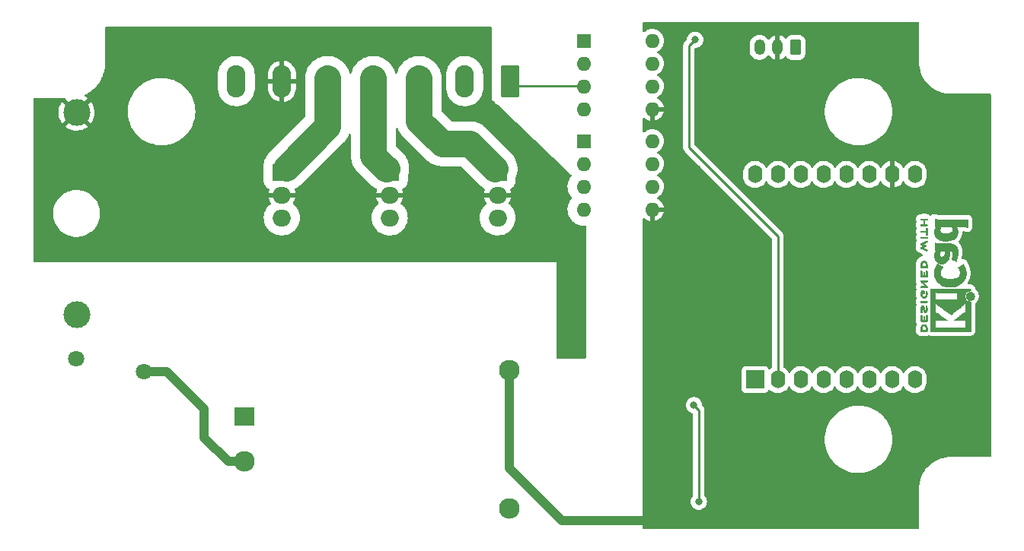
<source format=gbr>
%TF.GenerationSoftware,KiCad,Pcbnew,5.99.0-unknown-r23488-c1ecb425*%
%TF.CreationDate,2020-11-05T19:30:27+01:00*%
%TF.ProjectId,MadPresso,4d616450-7265-4737-936f-2e6b69636164,rev?*%
%TF.SameCoordinates,PXa8e54e0PY549d608*%
%TF.FileFunction,Copper,L2,Bot*%
%TF.FilePolarity,Positive*%
%FSLAX46Y46*%
G04 Gerber Fmt 4.6, Leading zero omitted, Abs format (unit mm)*
G04 Created by KiCad (PCBNEW 5.99.0-unknown-r23488-c1ecb425) date 2020-11-05 19:30:27*
%MOMM*%
%LPD*%
G01*
G04 APERTURE LIST*
G04 Aperture macros list*
%AMRoundRect*
0 Rectangle with rounded corners*
0 $1 Rounding radius*
0 $2 $3 $4 $5 $6 $7 $8 $9 X,Y pos of 4 corners*
0 Add a 4 corners polygon primitive as box body*
4,1,4,$2,$3,$4,$5,$6,$7,$8,$9,$2,$3,0*
0 Add four circle primitives for the rounded corners*
1,1,$1+$1,$2,$3,0*
1,1,$1+$1,$4,$5,0*
1,1,$1+$1,$6,$7,0*
1,1,$1+$1,$8,$9,0*
0 Add four rect primitives between the rounded corners*
20,1,$1+$1,$2,$3,$4,$5,0*
20,1,$1+$1,$4,$5,$6,$7,0*
20,1,$1+$1,$6,$7,$8,$9,0*
20,1,$1+$1,$8,$9,$2,$3,0*%
G04 Aperture macros list end*
%TA.AperFunction,EtchedComponent*%
%ADD10C,0.010000*%
%TD*%
%TA.AperFunction,ComponentPad*%
%ADD11O,1.200000X1.750000*%
%TD*%
%TA.AperFunction,ComponentPad*%
%ADD12RoundRect,0.250000X0.350000X0.625000X-0.350000X0.625000X-0.350000X-0.625000X0.350000X-0.625000X0*%
%TD*%
%TA.AperFunction,ComponentPad*%
%ADD13R,2.000000X2.000000*%
%TD*%
%TA.AperFunction,ComponentPad*%
%ADD14O,1.600000X2.000000*%
%TD*%
%TA.AperFunction,ComponentPad*%
%ADD15R,2.000000X1.905000*%
%TD*%
%TA.AperFunction,ComponentPad*%
%ADD16O,2.000000X1.905000*%
%TD*%
%TA.AperFunction,ComponentPad*%
%ADD17O,2.080000X3.600000*%
%TD*%
%TA.AperFunction,ComponentPad*%
%ADD18RoundRect,0.249999X0.790001X1.550001X-0.790001X1.550001X-0.790001X-1.550001X0.790001X-1.550001X0*%
%TD*%
%TA.AperFunction,ComponentPad*%
%ADD19C,1.800000*%
%TD*%
%TA.AperFunction,ComponentPad*%
%ADD20R,2.300000X2.000000*%
%TD*%
%TA.AperFunction,ComponentPad*%
%ADD21C,2.300000*%
%TD*%
%TA.AperFunction,ComponentPad*%
%ADD22R,1.600000X1.600000*%
%TD*%
%TA.AperFunction,ComponentPad*%
%ADD23O,1.600000X1.600000*%
%TD*%
%TA.AperFunction,ComponentPad*%
%ADD24C,3.000000*%
%TD*%
%TA.AperFunction,ViaPad*%
%ADD25C,0.800000*%
%TD*%
%TA.AperFunction,ViaPad*%
%ADD26C,1.200000*%
%TD*%
%TA.AperFunction,Conductor*%
%ADD27C,1.000000*%
%TD*%
%TA.AperFunction,Conductor*%
%ADD28C,3.000000*%
%TD*%
%TA.AperFunction,Conductor*%
%ADD29C,0.250000*%
%TD*%
%TA.AperFunction,Conductor*%
%ADD30C,2.000000*%
%TD*%
G04 APERTURE END LIST*
%TO.C,REF\u002A\u002A*%
G36*
X-71863530Y58141864D02*
G01*
X-71767220Y58115601D01*
X-71678494Y58070582D01*
X-71603419Y58009627D01*
X-71543641Y57934816D01*
X-71500809Y57848232D01*
X-71476571Y57751957D01*
X-71472576Y57648072D01*
X-71482850Y57570438D01*
X-71510053Y57487687D01*
X-71555484Y57412594D01*
X-71621302Y57340702D01*
X-71665567Y57302154D01*
X-71723961Y57262744D01*
X-71784586Y57237554D01*
X-71853865Y57224139D01*
X-71938222Y57220052D01*
X-71984307Y57220331D01*
X-72025450Y57222540D01*
X-72057582Y57228106D01*
X-72088122Y57238414D01*
X-72124489Y57254852D01*
X-72151728Y57268800D01*
X-72237429Y57327335D01*
X-72306617Y57399381D01*
X-72357741Y57483053D01*
X-72389250Y57576469D01*
X-72396225Y57609566D01*
X-72403094Y57650040D01*
X-72404919Y57683001D01*
X-72401947Y57717302D01*
X-72394426Y57761800D01*
X-72382002Y57813066D01*
X-72344112Y57903566D01*
X-72289836Y57982655D01*
X-72221770Y58048472D01*
X-72142511Y58099160D01*
X-72054654Y58132860D01*
X-71960795Y58147714D01*
X-71863530Y58141864D01*
G37*
D10*
X-71863530Y58141864D02*
X-71767220Y58115601D01*
X-71678494Y58070582D01*
X-71603419Y58009627D01*
X-71543641Y57934816D01*
X-71500809Y57848232D01*
X-71476571Y57751957D01*
X-71472576Y57648072D01*
X-71482850Y57570438D01*
X-71510053Y57487687D01*
X-71555484Y57412594D01*
X-71621302Y57340702D01*
X-71665567Y57302154D01*
X-71723961Y57262744D01*
X-71784586Y57237554D01*
X-71853865Y57224139D01*
X-71938222Y57220052D01*
X-71984307Y57220331D01*
X-72025450Y57222540D01*
X-72057582Y57228106D01*
X-72088122Y57238414D01*
X-72124489Y57254852D01*
X-72151728Y57268800D01*
X-72237429Y57327335D01*
X-72306617Y57399381D01*
X-72357741Y57483053D01*
X-72389250Y57576469D01*
X-72396225Y57609566D01*
X-72403094Y57650040D01*
X-72404919Y57683001D01*
X-72401947Y57717302D01*
X-72394426Y57761800D01*
X-72382002Y57813066D01*
X-72344112Y57903566D01*
X-72289836Y57982655D01*
X-72221770Y58048472D01*
X-72142511Y58099160D01*
X-72054654Y58132860D01*
X-71960795Y58147714D01*
X-71863530Y58141864D01*
G36*
X-76740647Y64237327D02*
G01*
X-76725877Y64213614D01*
X-76719067Y64190600D01*
X-76724949Y64169594D01*
X-76740647Y64143873D01*
X-76762227Y64117222D01*
X-77409684Y64117222D01*
X-77431264Y64143873D01*
X-77448739Y64175233D01*
X-77449575Y64211034D01*
X-77429082Y64242472D01*
X-77424416Y64246348D01*
X-77414949Y64251814D01*
X-77401267Y64256021D01*
X-77380748Y64259133D01*
X-77350768Y64261313D01*
X-77308704Y64262724D01*
X-77251932Y64263529D01*
X-77177830Y64263893D01*
X-77083773Y64263978D01*
X-76762227Y64263978D01*
X-76740647Y64237327D01*
G37*
X-76740647Y64237327D02*
X-76725877Y64213614D01*
X-76719067Y64190600D01*
X-76724949Y64169594D01*
X-76740647Y64143873D01*
X-76762227Y64117222D01*
X-77409684Y64117222D01*
X-77431264Y64143873D01*
X-77448739Y64175233D01*
X-77449575Y64211034D01*
X-77429082Y64242472D01*
X-77424416Y64246348D01*
X-77414949Y64251814D01*
X-77401267Y64256021D01*
X-77380748Y64259133D01*
X-77350768Y64261313D01*
X-77308704Y64262724D01*
X-77251932Y64263529D01*
X-77177830Y64263893D01*
X-77083773Y64263978D01*
X-76762227Y64263978D01*
X-76740647Y64237327D01*
G36*
X-72561792Y53749386D02*
G01*
X-72693011Y53748941D01*
X-72840216Y53748638D01*
X-73004349Y53748452D01*
X-73186352Y53748358D01*
X-73387165Y53748329D01*
X-73607732Y53748339D01*
X-73848992Y53748364D01*
X-74111889Y53748378D01*
X-74154040Y53748378D01*
X-74414668Y53748354D01*
X-74653796Y53748315D01*
X-74872360Y53748292D01*
X-75071295Y53748313D01*
X-75251535Y53748407D01*
X-75414015Y53748605D01*
X-75559670Y53748937D01*
X-75689434Y53749431D01*
X-75804243Y53750117D01*
X-75905030Y53751024D01*
X-75992730Y53752183D01*
X-76068279Y53753622D01*
X-76132611Y53755371D01*
X-76186661Y53757460D01*
X-76231363Y53759917D01*
X-76267652Y53762773D01*
X-76296463Y53766057D01*
X-76318731Y53769798D01*
X-76335390Y53774026D01*
X-76347375Y53778771D01*
X-76355621Y53784061D01*
X-76361062Y53789927D01*
X-76364634Y53796398D01*
X-76367270Y53803503D01*
X-76369906Y53811272D01*
X-76373477Y53819734D01*
X-76375145Y53824092D01*
X-76377111Y53832605D01*
X-76378911Y53845306D01*
X-76380555Y53863115D01*
X-76382047Y53886951D01*
X-76383397Y53917734D01*
X-76384611Y53956383D01*
X-76385697Y54003818D01*
X-76386661Y54060957D01*
X-76387511Y54128721D01*
X-76388253Y54208029D01*
X-76388897Y54299801D01*
X-76389447Y54404956D01*
X-76389913Y54524413D01*
X-76390300Y54659092D01*
X-76390616Y54809912D01*
X-76390869Y54977794D01*
X-76391066Y55163655D01*
X-76391213Y55368417D01*
X-76391318Y55592998D01*
X-76391389Y55838318D01*
X-76391432Y56105296D01*
X-76391437Y56143679D01*
X-76391480Y56409078D01*
X-76391525Y56652950D01*
X-76391548Y56876217D01*
X-76391536Y56984349D01*
X-75872400Y56984349D01*
X-75872400Y55829910D01*
X-75796200Y55830544D01*
X-75754160Y55829426D01*
X-75718334Y55823696D01*
X-75680772Y55811110D01*
X-75632577Y55789432D01*
X-75625897Y55786211D01*
X-75576359Y55760812D01*
X-75528369Y55734004D01*
X-75491466Y55711083D01*
X-75484834Y55706515D01*
X-75453593Y55684484D01*
X-75408654Y55652307D01*
X-75352147Y55611543D01*
X-75286204Y55563755D01*
X-75212957Y55510502D01*
X-75134536Y55453345D01*
X-75053072Y55393845D01*
X-74970698Y55333563D01*
X-74889544Y55274060D01*
X-74811742Y55216895D01*
X-74739423Y55163630D01*
X-74674718Y55115826D01*
X-74619759Y55075043D01*
X-74576676Y55042842D01*
X-74547602Y55020784D01*
X-74534667Y55010429D01*
X-74530351Y55005956D01*
X-74528312Y55001764D01*
X-74530926Y54998357D01*
X-74539986Y54995675D01*
X-74557285Y54993659D01*
X-74584614Y54992252D01*
X-74623765Y54991395D01*
X-74676533Y54991030D01*
X-74744707Y54991097D01*
X-74830082Y54991540D01*
X-74934449Y54992298D01*
X-75059600Y54993315D01*
X-75104300Y54993692D01*
X-75225395Y54994831D01*
X-75326688Y54996028D01*
X-75410262Y54997364D01*
X-75478204Y54998923D01*
X-75532599Y55000785D01*
X-75575532Y55003034D01*
X-75609089Y55005752D01*
X-75635355Y55009021D01*
X-75656416Y55012922D01*
X-75674357Y55017539D01*
X-75700770Y55025808D01*
X-75762772Y55049417D01*
X-75815573Y55075315D01*
X-75852645Y55100465D01*
X-75854075Y55101661D01*
X-75858424Y55103832D01*
X-75862026Y55101672D01*
X-75864951Y55093356D01*
X-75867269Y55077060D01*
X-75869051Y55050959D01*
X-75870367Y55013229D01*
X-75871286Y54962044D01*
X-75871878Y54895580D01*
X-75872215Y54812013D01*
X-75872365Y54709517D01*
X-75872400Y54586268D01*
X-75872400Y54054704D01*
X-75814783Y54093477D01*
X-75805893Y54099568D01*
X-75791069Y54110024D01*
X-75777422Y54119421D01*
X-75763765Y54127817D01*
X-75748911Y54135267D01*
X-75731670Y54141827D01*
X-75710855Y54147554D01*
X-75685280Y54152505D01*
X-75653755Y54156734D01*
X-75615093Y54160299D01*
X-75568107Y54163256D01*
X-75511608Y54165660D01*
X-75444409Y54167569D01*
X-75365322Y54169038D01*
X-75273160Y54170124D01*
X-75166734Y54170882D01*
X-75044857Y54171370D01*
X-74906341Y54171642D01*
X-74749999Y54171757D01*
X-74574642Y54171769D01*
X-74379082Y54171735D01*
X-74162133Y54171711D01*
X-74039513Y54171720D01*
X-73834447Y54171757D01*
X-73650116Y54171773D01*
X-73485334Y54171712D01*
X-73338916Y54171516D01*
X-73209674Y54171130D01*
X-73096422Y54170495D01*
X-72997975Y54169556D01*
X-72913144Y54168255D01*
X-72840744Y54166536D01*
X-72779589Y54164341D01*
X-72728492Y54161615D01*
X-72686267Y54158299D01*
X-72651727Y54154338D01*
X-72623686Y54149675D01*
X-72600958Y54144253D01*
X-72582356Y54138014D01*
X-72566693Y54130903D01*
X-72552784Y54122862D01*
X-72539441Y54113834D01*
X-72525479Y54103764D01*
X-72509711Y54092593D01*
X-72451867Y54052803D01*
X-72451867Y55112686D01*
X-72514966Y55074689D01*
X-72540005Y55060007D01*
X-72567586Y55045469D01*
X-72595700Y55033373D01*
X-72626551Y55023468D01*
X-72662344Y55015506D01*
X-72705283Y55009239D01*
X-72757574Y55004418D01*
X-72821419Y55000794D01*
X-72899025Y54998119D01*
X-72992594Y54996143D01*
X-73104333Y54994618D01*
X-73236445Y54993296D01*
X-73356434Y54992387D01*
X-73473063Y54991980D01*
X-73568531Y54992233D01*
X-73642556Y54993143D01*
X-73694855Y54994707D01*
X-73725149Y54996921D01*
X-73733156Y54999780D01*
X-73729858Y55002839D01*
X-73708408Y55020994D01*
X-73671889Y55050725D01*
X-73622442Y55090361D01*
X-73562207Y55138229D01*
X-73493327Y55192657D01*
X-73417943Y55251973D01*
X-73338196Y55314505D01*
X-73256228Y55378579D01*
X-73174180Y55442525D01*
X-73094194Y55504669D01*
X-73018411Y55563339D01*
X-72948973Y55616863D01*
X-72888021Y55663570D01*
X-72837696Y55701786D01*
X-72800140Y55729839D01*
X-72777495Y55746057D01*
X-72705212Y55791365D01*
X-72625463Y55831339D01*
X-72557188Y55852870D01*
X-72499844Y55856173D01*
X-72451867Y55850884D01*
X-72452117Y56982644D01*
X-72482722Y56943133D01*
X-72490089Y56933752D01*
X-72544438Y56870817D01*
X-72612259Y56802003D01*
X-72695516Y56725404D01*
X-72796178Y56639112D01*
X-72816847Y56621948D01*
X-72866409Y56581167D01*
X-72927326Y56531412D01*
X-72997898Y56474045D01*
X-73076424Y56410431D01*
X-73161204Y56341931D01*
X-73250537Y56269910D01*
X-73342722Y56195730D01*
X-73361702Y56180483D01*
X-73436060Y56120754D01*
X-73528848Y56046347D01*
X-73619388Y55973869D01*
X-73705978Y55904686D01*
X-73786918Y55840159D01*
X-73860506Y55781653D01*
X-73925044Y55730530D01*
X-73978829Y55688153D01*
X-74020162Y55655885D01*
X-74047342Y55635090D01*
X-74058668Y55627131D01*
X-74062771Y55628889D01*
X-74083334Y55641770D01*
X-74119561Y55666115D01*
X-74169824Y55700753D01*
X-74232492Y55744514D01*
X-74305936Y55796225D01*
X-74388527Y55854716D01*
X-74478636Y55918816D01*
X-74574631Y55987354D01*
X-74674885Y56059157D01*
X-74777768Y56133056D01*
X-74881650Y56207879D01*
X-74984901Y56282455D01*
X-75085892Y56355613D01*
X-75182994Y56426181D01*
X-75274577Y56492989D01*
X-75359011Y56554865D01*
X-75434667Y56610639D01*
X-75499916Y56659138D01*
X-75553128Y56699193D01*
X-75592673Y56729631D01*
X-75618026Y56750056D01*
X-75672295Y56796101D01*
X-75728775Y56846388D01*
X-75778669Y56893185D01*
X-75872400Y56984349D01*
X-76391536Y56984349D01*
X-76391524Y57079804D01*
X-76391430Y57264633D01*
X-76391243Y57431627D01*
X-76390939Y57581710D01*
X-76390605Y57682555D01*
X-75872400Y57682555D01*
X-75872349Y57613644D01*
X-75872091Y57515393D01*
X-75871637Y57425970D01*
X-75871010Y57347667D01*
X-75870235Y57282777D01*
X-75869335Y57233589D01*
X-75868334Y57202396D01*
X-75867257Y57191489D01*
X-75864037Y57192678D01*
X-75846452Y57202824D01*
X-75820158Y57219960D01*
X-75807691Y57228460D01*
X-75793622Y57237671D01*
X-75779351Y57245767D01*
X-75763479Y57252815D01*
X-75744609Y57258883D01*
X-75721341Y57264039D01*
X-75692278Y57268349D01*
X-75656021Y57271881D01*
X-75611170Y57274703D01*
X-75556328Y57276882D01*
X-75490097Y57278486D01*
X-75411077Y57279581D01*
X-75317871Y57280235D01*
X-75209079Y57280516D01*
X-75083303Y57280491D01*
X-74939145Y57280228D01*
X-74775207Y57279794D01*
X-74590089Y57279255D01*
X-74411232Y57278721D01*
X-74252374Y57278195D01*
X-74113316Y57277650D01*
X-73992665Y57277055D01*
X-73889028Y57276381D01*
X-73801011Y57275597D01*
X-73727223Y57274674D01*
X-73666269Y57273581D01*
X-73616757Y57272288D01*
X-73577293Y57270765D01*
X-73546484Y57268981D01*
X-73522938Y57266908D01*
X-73505260Y57264514D01*
X-73492059Y57261770D01*
X-73481940Y57258644D01*
X-73473511Y57255108D01*
X-73465375Y57251209D01*
X-73428544Y57231562D01*
X-73398391Y57212775D01*
X-73396908Y57211728D01*
X-73374659Y57197398D01*
X-73361702Y57191489D01*
X-73361249Y57192496D01*
X-73359803Y57209695D01*
X-73358480Y57246344D01*
X-73357316Y57300038D01*
X-73356347Y57368370D01*
X-73355611Y57448936D01*
X-73355142Y57539330D01*
X-73354978Y57637147D01*
X-73354978Y58082805D01*
X-74531845Y58085880D01*
X-75708711Y58088955D01*
X-75767622Y58115593D01*
X-75792183Y58127515D01*
X-75822434Y58144754D01*
X-75839560Y58157926D01*
X-75847591Y58165924D01*
X-75862493Y58173622D01*
X-75863765Y58169740D01*
X-75865791Y58146480D01*
X-75867626Y58104126D01*
X-75869227Y58044868D01*
X-75870549Y57970893D01*
X-75871548Y57884390D01*
X-75872180Y57787548D01*
X-75872400Y57682555D01*
X-76390605Y57682555D01*
X-76390494Y57715804D01*
X-76389885Y57834834D01*
X-76389089Y57939721D01*
X-76388080Y58031390D01*
X-76386837Y58110763D01*
X-76385335Y58178763D01*
X-76383551Y58236314D01*
X-76381461Y58284338D01*
X-76379042Y58323760D01*
X-76376270Y58355501D01*
X-76373121Y58380486D01*
X-76369572Y58399636D01*
X-76365598Y58413877D01*
X-76361178Y58424129D01*
X-76356286Y58431318D01*
X-76350900Y58436365D01*
X-76344996Y58440195D01*
X-76338549Y58443729D01*
X-76331537Y58447892D01*
X-76329687Y58448975D01*
X-76324180Y58451187D01*
X-76315868Y58453214D01*
X-76303809Y58455062D01*
X-76287063Y58456739D01*
X-76264687Y58458255D01*
X-76235740Y58459617D01*
X-76199280Y58460833D01*
X-76154367Y58461911D01*
X-76100057Y58462860D01*
X-76035410Y58463688D01*
X-75959484Y58464403D01*
X-75871338Y58465013D01*
X-75770029Y58465526D01*
X-75654617Y58465950D01*
X-75524160Y58466294D01*
X-75377716Y58466566D01*
X-75214344Y58466773D01*
X-75033101Y58466924D01*
X-74833048Y58467028D01*
X-74613241Y58467092D01*
X-74372739Y58467124D01*
X-74110602Y58467133D01*
X-71919031Y58467133D01*
X-71880649Y58428751D01*
X-71856911Y58401645D01*
X-71845111Y58374747D01*
X-71842267Y58338440D01*
X-71842267Y58286511D01*
X-71930206Y58286511D01*
X-71980102Y58284573D01*
X-72090523Y58265801D01*
X-72191987Y58228783D01*
X-72283152Y58175631D01*
X-72362673Y58108454D01*
X-72429205Y58029362D01*
X-72481406Y57940466D01*
X-72517930Y57843875D01*
X-72537434Y57741700D01*
X-72538573Y57636050D01*
X-72520005Y57529036D01*
X-72480384Y57422768D01*
X-72422516Y57325781D01*
X-72347684Y57240707D01*
X-72259615Y57171985D01*
X-72160616Y57121082D01*
X-72052993Y57089465D01*
X-71939054Y57078600D01*
X-71842267Y57078600D01*
X-71842267Y55458247D01*
X-71842280Y55247103D01*
X-71842330Y55042980D01*
X-71842430Y54859314D01*
X-71842592Y54695009D01*
X-71842829Y54548971D01*
X-71843153Y54420106D01*
X-71843575Y54307317D01*
X-71844109Y54209512D01*
X-71844767Y54125596D01*
X-71845561Y54054473D01*
X-71846504Y53995050D01*
X-71847608Y53946232D01*
X-71848884Y53906923D01*
X-71850347Y53876031D01*
X-71852007Y53852459D01*
X-71853878Y53835114D01*
X-71855972Y53822901D01*
X-71858300Y53814725D01*
X-71860876Y53809492D01*
X-71864445Y53803496D01*
X-71867978Y53796721D01*
X-71871488Y53790522D01*
X-71875918Y53784874D01*
X-71882208Y53779753D01*
X-71891301Y53775131D01*
X-71904139Y53770985D01*
X-71921662Y53767287D01*
X-71944813Y53764013D01*
X-71974534Y53761137D01*
X-72011765Y53758633D01*
X-72057449Y53756476D01*
X-72112527Y53754640D01*
X-72177941Y53753100D01*
X-72254633Y53751830D01*
X-72343544Y53750805D01*
X-72445617Y53749999D01*
X-72451867Y53749966D01*
X-72561792Y53749386D01*
G37*
X-72561792Y53749386D02*
X-72693011Y53748941D01*
X-72840216Y53748638D01*
X-73004349Y53748452D01*
X-73186352Y53748358D01*
X-73387165Y53748329D01*
X-73607732Y53748339D01*
X-73848992Y53748364D01*
X-74111889Y53748378D01*
X-74154040Y53748378D01*
X-74414668Y53748354D01*
X-74653796Y53748315D01*
X-74872360Y53748292D01*
X-75071295Y53748313D01*
X-75251535Y53748407D01*
X-75414015Y53748605D01*
X-75559670Y53748937D01*
X-75689434Y53749431D01*
X-75804243Y53750117D01*
X-75905030Y53751024D01*
X-75992730Y53752183D01*
X-76068279Y53753622D01*
X-76132611Y53755371D01*
X-76186661Y53757460D01*
X-76231363Y53759917D01*
X-76267652Y53762773D01*
X-76296463Y53766057D01*
X-76318731Y53769798D01*
X-76335390Y53774026D01*
X-76347375Y53778771D01*
X-76355621Y53784061D01*
X-76361062Y53789927D01*
X-76364634Y53796398D01*
X-76367270Y53803503D01*
X-76369906Y53811272D01*
X-76373477Y53819734D01*
X-76375145Y53824092D01*
X-76377111Y53832605D01*
X-76378911Y53845306D01*
X-76380555Y53863115D01*
X-76382047Y53886951D01*
X-76383397Y53917734D01*
X-76384611Y53956383D01*
X-76385697Y54003818D01*
X-76386661Y54060957D01*
X-76387511Y54128721D01*
X-76388253Y54208029D01*
X-76388897Y54299801D01*
X-76389447Y54404956D01*
X-76389913Y54524413D01*
X-76390300Y54659092D01*
X-76390616Y54809912D01*
X-76390869Y54977794D01*
X-76391066Y55163655D01*
X-76391213Y55368417D01*
X-76391318Y55592998D01*
X-76391389Y55838318D01*
X-76391432Y56105296D01*
X-76391437Y56143679D01*
X-76391480Y56409078D01*
X-76391525Y56652950D01*
X-76391548Y56876217D01*
X-76391536Y56984349D01*
X-75872400Y56984349D01*
X-75872400Y55829910D01*
X-75796200Y55830544D01*
X-75754160Y55829426D01*
X-75718334Y55823696D01*
X-75680772Y55811110D01*
X-75632577Y55789432D01*
X-75625897Y55786211D01*
X-75576359Y55760812D01*
X-75528369Y55734004D01*
X-75491466Y55711083D01*
X-75484834Y55706515D01*
X-75453593Y55684484D01*
X-75408654Y55652307D01*
X-75352147Y55611543D01*
X-75286204Y55563755D01*
X-75212957Y55510502D01*
X-75134536Y55453345D01*
X-75053072Y55393845D01*
X-74970698Y55333563D01*
X-74889544Y55274060D01*
X-74811742Y55216895D01*
X-74739423Y55163630D01*
X-74674718Y55115826D01*
X-74619759Y55075043D01*
X-74576676Y55042842D01*
X-74547602Y55020784D01*
X-74534667Y55010429D01*
X-74530351Y55005956D01*
X-74528312Y55001764D01*
X-74530926Y54998357D01*
X-74539986Y54995675D01*
X-74557285Y54993659D01*
X-74584614Y54992252D01*
X-74623765Y54991395D01*
X-74676533Y54991030D01*
X-74744707Y54991097D01*
X-74830082Y54991540D01*
X-74934449Y54992298D01*
X-75059600Y54993315D01*
X-75104300Y54993692D01*
X-75225395Y54994831D01*
X-75326688Y54996028D01*
X-75410262Y54997364D01*
X-75478204Y54998923D01*
X-75532599Y55000785D01*
X-75575532Y55003034D01*
X-75609089Y55005752D01*
X-75635355Y55009021D01*
X-75656416Y55012922D01*
X-75674357Y55017539D01*
X-75700770Y55025808D01*
X-75762772Y55049417D01*
X-75815573Y55075315D01*
X-75852645Y55100465D01*
X-75854075Y55101661D01*
X-75858424Y55103832D01*
X-75862026Y55101672D01*
X-75864951Y55093356D01*
X-75867269Y55077060D01*
X-75869051Y55050959D01*
X-75870367Y55013229D01*
X-75871286Y54962044D01*
X-75871878Y54895580D01*
X-75872215Y54812013D01*
X-75872365Y54709517D01*
X-75872400Y54586268D01*
X-75872400Y54054704D01*
X-75814783Y54093477D01*
X-75805893Y54099568D01*
X-75791069Y54110024D01*
X-75777422Y54119421D01*
X-75763765Y54127817D01*
X-75748911Y54135267D01*
X-75731670Y54141827D01*
X-75710855Y54147554D01*
X-75685280Y54152505D01*
X-75653755Y54156734D01*
X-75615093Y54160299D01*
X-75568107Y54163256D01*
X-75511608Y54165660D01*
X-75444409Y54167569D01*
X-75365322Y54169038D01*
X-75273160Y54170124D01*
X-75166734Y54170882D01*
X-75044857Y54171370D01*
X-74906341Y54171642D01*
X-74749999Y54171757D01*
X-74574642Y54171769D01*
X-74379082Y54171735D01*
X-74162133Y54171711D01*
X-74039513Y54171720D01*
X-73834447Y54171757D01*
X-73650116Y54171773D01*
X-73485334Y54171712D01*
X-73338916Y54171516D01*
X-73209674Y54171130D01*
X-73096422Y54170495D01*
X-72997975Y54169556D01*
X-72913144Y54168255D01*
X-72840744Y54166536D01*
X-72779589Y54164341D01*
X-72728492Y54161615D01*
X-72686267Y54158299D01*
X-72651727Y54154338D01*
X-72623686Y54149675D01*
X-72600958Y54144253D01*
X-72582356Y54138014D01*
X-72566693Y54130903D01*
X-72552784Y54122862D01*
X-72539441Y54113834D01*
X-72525479Y54103764D01*
X-72509711Y54092593D01*
X-72451867Y54052803D01*
X-72451867Y55112686D01*
X-72514966Y55074689D01*
X-72540005Y55060007D01*
X-72567586Y55045469D01*
X-72595700Y55033373D01*
X-72626551Y55023468D01*
X-72662344Y55015506D01*
X-72705283Y55009239D01*
X-72757574Y55004418D01*
X-72821419Y55000794D01*
X-72899025Y54998119D01*
X-72992594Y54996143D01*
X-73104333Y54994618D01*
X-73236445Y54993296D01*
X-73356434Y54992387D01*
X-73473063Y54991980D01*
X-73568531Y54992233D01*
X-73642556Y54993143D01*
X-73694855Y54994707D01*
X-73725149Y54996921D01*
X-73733156Y54999780D01*
X-73729858Y55002839D01*
X-73708408Y55020994D01*
X-73671889Y55050725D01*
X-73622442Y55090361D01*
X-73562207Y55138229D01*
X-73493327Y55192657D01*
X-73417943Y55251973D01*
X-73338196Y55314505D01*
X-73256228Y55378579D01*
X-73174180Y55442525D01*
X-73094194Y55504669D01*
X-73018411Y55563339D01*
X-72948973Y55616863D01*
X-72888021Y55663570D01*
X-72837696Y55701786D01*
X-72800140Y55729839D01*
X-72777495Y55746057D01*
X-72705212Y55791365D01*
X-72625463Y55831339D01*
X-72557188Y55852870D01*
X-72499844Y55856173D01*
X-72451867Y55850884D01*
X-72452117Y56982644D01*
X-72482722Y56943133D01*
X-72490089Y56933752D01*
X-72544438Y56870817D01*
X-72612259Y56802003D01*
X-72695516Y56725404D01*
X-72796178Y56639112D01*
X-72816847Y56621948D01*
X-72866409Y56581167D01*
X-72927326Y56531412D01*
X-72997898Y56474045D01*
X-73076424Y56410431D01*
X-73161204Y56341931D01*
X-73250537Y56269910D01*
X-73342722Y56195730D01*
X-73361702Y56180483D01*
X-73436060Y56120754D01*
X-73528848Y56046347D01*
X-73619388Y55973869D01*
X-73705978Y55904686D01*
X-73786918Y55840159D01*
X-73860506Y55781653D01*
X-73925044Y55730530D01*
X-73978829Y55688153D01*
X-74020162Y55655885D01*
X-74047342Y55635090D01*
X-74058668Y55627131D01*
X-74062771Y55628889D01*
X-74083334Y55641770D01*
X-74119561Y55666115D01*
X-74169824Y55700753D01*
X-74232492Y55744514D01*
X-74305936Y55796225D01*
X-74388527Y55854716D01*
X-74478636Y55918816D01*
X-74574631Y55987354D01*
X-74674885Y56059157D01*
X-74777768Y56133056D01*
X-74881650Y56207879D01*
X-74984901Y56282455D01*
X-75085892Y56355613D01*
X-75182994Y56426181D01*
X-75274577Y56492989D01*
X-75359011Y56554865D01*
X-75434667Y56610639D01*
X-75499916Y56659138D01*
X-75553128Y56699193D01*
X-75592673Y56729631D01*
X-75618026Y56750056D01*
X-75672295Y56796101D01*
X-75728775Y56846388D01*
X-75778669Y56893185D01*
X-75872400Y56984349D01*
X-76391536Y56984349D01*
X-76391524Y57079804D01*
X-76391430Y57264633D01*
X-76391243Y57431627D01*
X-76390939Y57581710D01*
X-76390605Y57682555D01*
X-75872400Y57682555D01*
X-75872349Y57613644D01*
X-75872091Y57515393D01*
X-75871637Y57425970D01*
X-75871010Y57347667D01*
X-75870235Y57282777D01*
X-75869335Y57233589D01*
X-75868334Y57202396D01*
X-75867257Y57191489D01*
X-75864037Y57192678D01*
X-75846452Y57202824D01*
X-75820158Y57219960D01*
X-75807691Y57228460D01*
X-75793622Y57237671D01*
X-75779351Y57245767D01*
X-75763479Y57252815D01*
X-75744609Y57258883D01*
X-75721341Y57264039D01*
X-75692278Y57268349D01*
X-75656021Y57271881D01*
X-75611170Y57274703D01*
X-75556328Y57276882D01*
X-75490097Y57278486D01*
X-75411077Y57279581D01*
X-75317871Y57280235D01*
X-75209079Y57280516D01*
X-75083303Y57280491D01*
X-74939145Y57280228D01*
X-74775207Y57279794D01*
X-74590089Y57279255D01*
X-74411232Y57278721D01*
X-74252374Y57278195D01*
X-74113316Y57277650D01*
X-73992665Y57277055D01*
X-73889028Y57276381D01*
X-73801011Y57275597D01*
X-73727223Y57274674D01*
X-73666269Y57273581D01*
X-73616757Y57272288D01*
X-73577293Y57270765D01*
X-73546484Y57268981D01*
X-73522938Y57266908D01*
X-73505260Y57264514D01*
X-73492059Y57261770D01*
X-73481940Y57258644D01*
X-73473511Y57255108D01*
X-73465375Y57251209D01*
X-73428544Y57231562D01*
X-73398391Y57212775D01*
X-73396908Y57211728D01*
X-73374659Y57197398D01*
X-73361702Y57191489D01*
X-73361249Y57192496D01*
X-73359803Y57209695D01*
X-73358480Y57246344D01*
X-73357316Y57300038D01*
X-73356347Y57368370D01*
X-73355611Y57448936D01*
X-73355142Y57539330D01*
X-73354978Y57637147D01*
X-73354978Y58082805D01*
X-74531845Y58085880D01*
X-75708711Y58088955D01*
X-75767622Y58115593D01*
X-75792183Y58127515D01*
X-75822434Y58144754D01*
X-75839560Y58157926D01*
X-75847591Y58165924D01*
X-75862493Y58173622D01*
X-75863765Y58169740D01*
X-75865791Y58146480D01*
X-75867626Y58104126D01*
X-75869227Y58044868D01*
X-75870549Y57970893D01*
X-75871548Y57884390D01*
X-75872180Y57787548D01*
X-75872400Y57682555D01*
X-76390605Y57682555D01*
X-76390494Y57715804D01*
X-76389885Y57834834D01*
X-76389089Y57939721D01*
X-76388080Y58031390D01*
X-76386837Y58110763D01*
X-76385335Y58178763D01*
X-76383551Y58236314D01*
X-76381461Y58284338D01*
X-76379042Y58323760D01*
X-76376270Y58355501D01*
X-76373121Y58380486D01*
X-76369572Y58399636D01*
X-76365598Y58413877D01*
X-76361178Y58424129D01*
X-76356286Y58431318D01*
X-76350900Y58436365D01*
X-76344996Y58440195D01*
X-76338549Y58443729D01*
X-76331537Y58447892D01*
X-76329687Y58448975D01*
X-76324180Y58451187D01*
X-76315868Y58453214D01*
X-76303809Y58455062D01*
X-76287063Y58456739D01*
X-76264687Y58458255D01*
X-76235740Y58459617D01*
X-76199280Y58460833D01*
X-76154367Y58461911D01*
X-76100057Y58462860D01*
X-76035410Y58463688D01*
X-75959484Y58464403D01*
X-75871338Y58465013D01*
X-75770029Y58465526D01*
X-75654617Y58465950D01*
X-75524160Y58466294D01*
X-75377716Y58466566D01*
X-75214344Y58466773D01*
X-75033101Y58466924D01*
X-74833048Y58467028D01*
X-74613241Y58467092D01*
X-74372739Y58467124D01*
X-74110602Y58467133D01*
X-71919031Y58467133D01*
X-71880649Y58428751D01*
X-71856911Y58401645D01*
X-71845111Y58374747D01*
X-71842267Y58338440D01*
X-71842267Y58286511D01*
X-71930206Y58286511D01*
X-71980102Y58284573D01*
X-72090523Y58265801D01*
X-72191987Y58228783D01*
X-72283152Y58175631D01*
X-72362673Y58108454D01*
X-72429205Y58029362D01*
X-72481406Y57940466D01*
X-72517930Y57843875D01*
X-72537434Y57741700D01*
X-72538573Y57636050D01*
X-72520005Y57529036D01*
X-72480384Y57422768D01*
X-72422516Y57325781D01*
X-72347684Y57240707D01*
X-72259615Y57171985D01*
X-72160616Y57121082D01*
X-72052993Y57089465D01*
X-71939054Y57078600D01*
X-71842267Y57078600D01*
X-71842267Y55458247D01*
X-71842280Y55247103D01*
X-71842330Y55042980D01*
X-71842430Y54859314D01*
X-71842592Y54695009D01*
X-71842829Y54548971D01*
X-71843153Y54420106D01*
X-71843575Y54307317D01*
X-71844109Y54209512D01*
X-71844767Y54125596D01*
X-71845561Y54054473D01*
X-71846504Y53995050D01*
X-71847608Y53946232D01*
X-71848884Y53906923D01*
X-71850347Y53876031D01*
X-71852007Y53852459D01*
X-71853878Y53835114D01*
X-71855972Y53822901D01*
X-71858300Y53814725D01*
X-71860876Y53809492D01*
X-71864445Y53803496D01*
X-71867978Y53796721D01*
X-71871488Y53790522D01*
X-71875918Y53784874D01*
X-71882208Y53779753D01*
X-71891301Y53775131D01*
X-71904139Y53770985D01*
X-71921662Y53767287D01*
X-71944813Y53764013D01*
X-71974534Y53761137D01*
X-72011765Y53758633D01*
X-72057449Y53756476D01*
X-72112527Y53754640D01*
X-72177941Y53753100D01*
X-72254633Y53751830D01*
X-72343544Y53750805D01*
X-72445617Y53749999D01*
X-72451867Y53749966D01*
X-72561792Y53749386D01*
G36*
X-77010294Y57123716D02*
G01*
X-76932385Y57123461D01*
X-76872375Y57122817D01*
X-76827648Y57121613D01*
X-76795585Y57119676D01*
X-76773571Y57116836D01*
X-76758987Y57112921D01*
X-76749218Y57107758D01*
X-76741645Y57101178D01*
X-76722623Y57071994D01*
X-76723463Y57038863D01*
X-76746776Y57004709D01*
X-76774485Y56977000D01*
X-77087537Y56977000D01*
X-77171567Y56977041D01*
X-77245789Y56977299D01*
X-77302541Y56977970D01*
X-77344512Y56979248D01*
X-77374389Y56981327D01*
X-77394861Y56984401D01*
X-77408614Y56988666D01*
X-77418337Y56994316D01*
X-77426717Y57001545D01*
X-77448181Y57033009D01*
X-77449947Y57068174D01*
X-77430267Y57101178D01*
X-77424398Y57106484D01*
X-77415314Y57111934D01*
X-77401973Y57116100D01*
X-77381757Y57119154D01*
X-77352049Y57121268D01*
X-77310232Y57122614D01*
X-77253689Y57123362D01*
X-77179802Y57123686D01*
X-77085956Y57123755D01*
X-77010294Y57123716D01*
G37*
X-77010294Y57123716D02*
X-76932385Y57123461D01*
X-76872375Y57122817D01*
X-76827648Y57121613D01*
X-76795585Y57119676D01*
X-76773571Y57116836D01*
X-76758987Y57112921D01*
X-76749218Y57107758D01*
X-76741645Y57101178D01*
X-76722623Y57071994D01*
X-76723463Y57038863D01*
X-76746776Y57004709D01*
X-76774485Y56977000D01*
X-77087537Y56977000D01*
X-77171567Y56977041D01*
X-77245789Y56977299D01*
X-77302541Y56977970D01*
X-77344512Y56979248D01*
X-77374389Y56981327D01*
X-77394861Y56984401D01*
X-77408614Y56988666D01*
X-77418337Y56994316D01*
X-77426717Y57001545D01*
X-77448181Y57033009D01*
X-77449947Y57068174D01*
X-77430267Y57101178D01*
X-77424398Y57106484D01*
X-77415314Y57111934D01*
X-77401973Y57116100D01*
X-77381757Y57119154D01*
X-77352049Y57121268D01*
X-77310232Y57122614D01*
X-77253689Y57123362D01*
X-77179802Y57123686D01*
X-77085956Y57123755D01*
X-77010294Y57123716D01*
G36*
X-77169779Y59436565D02*
G01*
X-77077151Y59435648D01*
X-76762199Y59432333D01*
X-76740633Y59405682D01*
X-76724441Y59379617D01*
X-76721670Y59346759D01*
X-76740623Y59312228D01*
X-76744208Y59307916D01*
X-76752737Y59299784D01*
X-76764329Y59293755D01*
X-76782235Y59289394D01*
X-76809706Y59286266D01*
X-76849994Y59283937D01*
X-76906351Y59281971D01*
X-76982029Y59279933D01*
X-77201878Y59274289D01*
X-77038084Y59093666D01*
X-76959451Y59006928D01*
X-76891058Y58931157D01*
X-76835708Y58869020D01*
X-76792338Y58818922D01*
X-76759881Y58779265D01*
X-76737273Y58748452D01*
X-76723448Y58724886D01*
X-76717343Y58706970D01*
X-76717892Y58693107D01*
X-76724029Y58681699D01*
X-76734691Y58671150D01*
X-76748811Y58659864D01*
X-76754772Y58655411D01*
X-76765268Y58649412D01*
X-76779093Y58644833D01*
X-76798998Y58641481D01*
X-76827732Y58639167D01*
X-76868045Y58637699D01*
X-76922687Y58636887D01*
X-76994407Y58636540D01*
X-77085956Y58636466D01*
X-77144486Y58636489D01*
X-77223573Y58636708D01*
X-77284516Y58637317D01*
X-77330062Y58638508D01*
X-77362963Y58640471D01*
X-77385968Y58643397D01*
X-77401826Y58647477D01*
X-77413286Y58652903D01*
X-77423100Y58659864D01*
X-77447493Y58690292D01*
X-77450372Y58725235D01*
X-77431282Y58762216D01*
X-77427807Y58766400D01*
X-77419279Y58774576D01*
X-77407728Y58780636D01*
X-77389896Y58785019D01*
X-77362524Y58788161D01*
X-77322354Y58790498D01*
X-77266128Y58792469D01*
X-77190589Y58794511D01*
X-76971458Y58800155D01*
X-77212099Y59065444D01*
X-77278875Y59139278D01*
X-77336991Y59204458D01*
X-77381949Y59256652D01*
X-77414871Y59297727D01*
X-77436879Y59329545D01*
X-77449094Y59353974D01*
X-77452639Y59372876D01*
X-77448636Y59388117D01*
X-77438207Y59401561D01*
X-77422474Y59415073D01*
X-77413991Y59421318D01*
X-77403413Y59426950D01*
X-77389255Y59431161D01*
X-77368803Y59434113D01*
X-77339342Y59435968D01*
X-77298161Y59436887D01*
X-77242544Y59437032D01*
X-77169779Y59436565D01*
G37*
X-77169779Y59436565D02*
X-77077151Y59435648D01*
X-76762199Y59432333D01*
X-76740633Y59405682D01*
X-76724441Y59379617D01*
X-76721670Y59346759D01*
X-76740623Y59312228D01*
X-76744208Y59307916D01*
X-76752737Y59299784D01*
X-76764329Y59293755D01*
X-76782235Y59289394D01*
X-76809706Y59286266D01*
X-76849994Y59283937D01*
X-76906351Y59281971D01*
X-76982029Y59279933D01*
X-77201878Y59274289D01*
X-77038084Y59093666D01*
X-76959451Y59006928D01*
X-76891058Y58931157D01*
X-76835708Y58869020D01*
X-76792338Y58818922D01*
X-76759881Y58779265D01*
X-76737273Y58748452D01*
X-76723448Y58724886D01*
X-76717343Y58706970D01*
X-76717892Y58693107D01*
X-76724029Y58681699D01*
X-76734691Y58671150D01*
X-76748811Y58659864D01*
X-76754772Y58655411D01*
X-76765268Y58649412D01*
X-76779093Y58644833D01*
X-76798998Y58641481D01*
X-76827732Y58639167D01*
X-76868045Y58637699D01*
X-76922687Y58636887D01*
X-76994407Y58636540D01*
X-77085956Y58636466D01*
X-77144486Y58636489D01*
X-77223573Y58636708D01*
X-77284516Y58637317D01*
X-77330062Y58638508D01*
X-77362963Y58640471D01*
X-77385968Y58643397D01*
X-77401826Y58647477D01*
X-77413286Y58652903D01*
X-77423100Y58659864D01*
X-77447493Y58690292D01*
X-77450372Y58725235D01*
X-77431282Y58762216D01*
X-77427807Y58766400D01*
X-77419279Y58774576D01*
X-77407728Y58780636D01*
X-77389896Y58785019D01*
X-77362524Y58788161D01*
X-77322354Y58790498D01*
X-77266128Y58792469D01*
X-77190589Y58794511D01*
X-76971458Y58800155D01*
X-77212099Y59065444D01*
X-77278875Y59139278D01*
X-77336991Y59204458D01*
X-77381949Y59256652D01*
X-77414871Y59297727D01*
X-77436879Y59329545D01*
X-77449094Y59353974D01*
X-77452639Y59372876D01*
X-77448636Y59388117D01*
X-77438207Y59401561D01*
X-77422474Y59415073D01*
X-77413991Y59421318D01*
X-77403413Y59426950D01*
X-77389255Y59431161D01*
X-77368803Y59434113D01*
X-77339342Y59435968D01*
X-77298161Y59436887D01*
X-77242544Y59437032D01*
X-77169779Y59436565D01*
G36*
X-77363175Y60841837D02*
G01*
X-77386095Y60844765D01*
X-77401897Y60848842D01*
X-77413319Y60854257D01*
X-77423100Y60861197D01*
X-77452845Y60884594D01*
X-77452251Y61050286D01*
X-77451953Y61085082D01*
X-77451792Y61089726D01*
X-77306089Y61089726D01*
X-77306089Y60995844D01*
X-76865822Y60995844D01*
X-76866270Y61083333D01*
X-76868746Y61150253D01*
X-76879998Y61242651D01*
X-76899537Y61321966D01*
X-76926511Y61383940D01*
X-76947240Y61414880D01*
X-76977006Y61443000D01*
X-77019434Y61466340D01*
X-77035400Y61473467D01*
X-77067902Y61485291D01*
X-77092333Y61487721D01*
X-77117061Y61482108D01*
X-77132939Y61476382D01*
X-77192847Y61443452D01*
X-77238600Y61396114D01*
X-77271736Y61332348D01*
X-77293790Y61250139D01*
X-77294292Y61247345D01*
X-77300255Y61201060D01*
X-77304483Y61144664D01*
X-77306089Y61089726D01*
X-77451792Y61089726D01*
X-77448522Y61183565D01*
X-77440839Y61264527D01*
X-77428282Y61331621D01*
X-77410227Y61388504D01*
X-77386052Y61438831D01*
X-77384135Y61442190D01*
X-77347417Y61500002D01*
X-77310451Y61542356D01*
X-77266966Y61575172D01*
X-77210689Y61604372D01*
X-77201073Y61608654D01*
X-77137887Y61631231D01*
X-77082509Y61638203D01*
X-77027483Y61629601D01*
X-76965351Y61605459D01*
X-76963658Y61604663D01*
X-76894236Y61564212D01*
X-76837638Y61513527D01*
X-76793070Y61450802D01*
X-76759741Y61374226D01*
X-76736861Y61281991D01*
X-76723636Y61172288D01*
X-76719275Y61043309D01*
X-76719270Y61039737D01*
X-76719410Y60979717D01*
X-76720446Y60937786D01*
X-76723040Y60909672D01*
X-76727853Y60891103D01*
X-76735544Y60877806D01*
X-76746776Y60865509D01*
X-76774485Y60837800D01*
X-77083920Y60837800D01*
X-77145526Y60837825D01*
X-77224311Y60838050D01*
X-77285021Y60838668D01*
X-77306089Y60839225D01*
X-77330396Y60839867D01*
X-77363175Y60841837D01*
G37*
X-77363175Y60841837D02*
X-77386095Y60844765D01*
X-77401897Y60848842D01*
X-77413319Y60854257D01*
X-77423100Y60861197D01*
X-77452845Y60884594D01*
X-77452251Y61050286D01*
X-77451953Y61085082D01*
X-77451792Y61089726D01*
X-77306089Y61089726D01*
X-77306089Y60995844D01*
X-76865822Y60995844D01*
X-76866270Y61083333D01*
X-76868746Y61150253D01*
X-76879998Y61242651D01*
X-76899537Y61321966D01*
X-76926511Y61383940D01*
X-76947240Y61414880D01*
X-76977006Y61443000D01*
X-77019434Y61466340D01*
X-77035400Y61473467D01*
X-77067902Y61485291D01*
X-77092333Y61487721D01*
X-77117061Y61482108D01*
X-77132939Y61476382D01*
X-77192847Y61443452D01*
X-77238600Y61396114D01*
X-77271736Y61332348D01*
X-77293790Y61250139D01*
X-77294292Y61247345D01*
X-77300255Y61201060D01*
X-77304483Y61144664D01*
X-77306089Y61089726D01*
X-77451792Y61089726D01*
X-77448522Y61183565D01*
X-77440839Y61264527D01*
X-77428282Y61331621D01*
X-77410227Y61388504D01*
X-77386052Y61438831D01*
X-77384135Y61442190D01*
X-77347417Y61500002D01*
X-77310451Y61542356D01*
X-77266966Y61575172D01*
X-77210689Y61604372D01*
X-77201073Y61608654D01*
X-77137887Y61631231D01*
X-77082509Y61638203D01*
X-77027483Y61629601D01*
X-76965351Y61605459D01*
X-76963658Y61604663D01*
X-76894236Y61564212D01*
X-76837638Y61513527D01*
X-76793070Y61450802D01*
X-76759741Y61374226D01*
X-76736861Y61281991D01*
X-76723636Y61172288D01*
X-76719275Y61043309D01*
X-76719270Y61039737D01*
X-76719410Y60979717D01*
X-76720446Y60937786D01*
X-76723040Y60909672D01*
X-76727853Y60891103D01*
X-76735544Y60877806D01*
X-76746776Y60865509D01*
X-76774485Y60837800D01*
X-77083920Y60837800D01*
X-77145526Y60837825D01*
X-77224311Y60838050D01*
X-77285021Y60838668D01*
X-77306089Y60839225D01*
X-77330396Y60839867D01*
X-77363175Y60841837D01*
G36*
X-77226026Y56638192D02*
G01*
X-77193345Y56634319D01*
X-77166819Y56621935D01*
X-77135971Y56596770D01*
X-77113831Y56575558D01*
X-77091285Y56549162D01*
X-77072917Y56519445D01*
X-77057661Y56483215D01*
X-77044449Y56437283D01*
X-77032214Y56378456D01*
X-77019889Y56303544D01*
X-77006406Y56209355D01*
X-76999396Y56164043D01*
X-76984837Y56096089D01*
X-76968337Y56046953D01*
X-76950439Y56017386D01*
X-76931685Y56008136D01*
X-76912615Y56019952D01*
X-76893771Y56053584D01*
X-76892557Y56056630D01*
X-76880479Y56102989D01*
X-76872279Y56165639D01*
X-76868119Y56239073D01*
X-76868161Y56317783D01*
X-76872569Y56396261D01*
X-76881505Y56469000D01*
X-76882154Y56472927D01*
X-76889861Y56521743D01*
X-76893473Y56553995D01*
X-76892876Y56574992D01*
X-76887954Y56590046D01*
X-76878596Y56604466D01*
X-76877725Y56605636D01*
X-76847351Y56630153D01*
X-76811850Y56634946D01*
X-76777269Y56619140D01*
X-76772813Y56614594D01*
X-76757673Y56584980D01*
X-76744550Y56537998D01*
X-76733750Y56477694D01*
X-76725581Y56408112D01*
X-76720351Y56333297D01*
X-76718367Y56257294D01*
X-76719936Y56184147D01*
X-76725366Y56117900D01*
X-76734964Y56062600D01*
X-76749825Y56011717D01*
X-76782958Y55940405D01*
X-76825640Y55889248D01*
X-76877705Y55858425D01*
X-76938983Y55848111D01*
X-76970232Y55849048D01*
X-76995029Y55854840D01*
X-77016699Y55869647D01*
X-77044049Y55897620D01*
X-77051378Y55905598D01*
X-77072281Y55929308D01*
X-77089251Y55951702D01*
X-77103205Y55975735D01*
X-77115056Y56004363D01*
X-77125720Y56040540D01*
X-77136111Y56087220D01*
X-77147146Y56147359D01*
X-77159738Y56223910D01*
X-77174804Y56319829D01*
X-77177838Y56338192D01*
X-77191458Y56400522D01*
X-77207192Y56445740D01*
X-77224263Y56472024D01*
X-77241897Y56477553D01*
X-77246168Y56474932D01*
X-77261233Y56457000D01*
X-77277867Y56428874D01*
X-77283857Y56416074D01*
X-77291050Y56394776D01*
X-77295827Y56368390D01*
X-77298646Y56332546D01*
X-77299964Y56282872D01*
X-77300237Y56215000D01*
X-77300164Y56197215D01*
X-77299053Y56129594D01*
X-77296828Y56064655D01*
X-77293762Y56009030D01*
X-77290127Y55969349D01*
X-77286059Y55933838D01*
X-77285276Y55904585D01*
X-77289876Y55885685D01*
X-77300551Y55870571D01*
X-77304144Y55866915D01*
X-77335918Y55850573D01*
X-77371572Y55851893D01*
X-77402190Y55870850D01*
X-77413796Y55891220D01*
X-77426491Y55927204D01*
X-77436541Y55969628D01*
X-77437140Y55973078D01*
X-77442356Y56015748D01*
X-77446730Y56073134D01*
X-77449818Y56138151D01*
X-77451177Y56203711D01*
X-77451218Y56219943D01*
X-77448741Y56318256D01*
X-77440735Y56398308D01*
X-77426203Y56463487D01*
X-77404149Y56517183D01*
X-77373576Y56562784D01*
X-77333486Y56603677D01*
X-77307259Y56623798D01*
X-77277712Y56635424D01*
X-77237995Y56638333D01*
X-77226026Y56638192D01*
G37*
X-77226026Y56638192D02*
X-77193345Y56634319D01*
X-77166819Y56621935D01*
X-77135971Y56596770D01*
X-77113831Y56575558D01*
X-77091285Y56549162D01*
X-77072917Y56519445D01*
X-77057661Y56483215D01*
X-77044449Y56437283D01*
X-77032214Y56378456D01*
X-77019889Y56303544D01*
X-77006406Y56209355D01*
X-76999396Y56164043D01*
X-76984837Y56096089D01*
X-76968337Y56046953D01*
X-76950439Y56017386D01*
X-76931685Y56008136D01*
X-76912615Y56019952D01*
X-76893771Y56053584D01*
X-76892557Y56056630D01*
X-76880479Y56102989D01*
X-76872279Y56165639D01*
X-76868119Y56239073D01*
X-76868161Y56317783D01*
X-76872569Y56396261D01*
X-76881505Y56469000D01*
X-76882154Y56472927D01*
X-76889861Y56521743D01*
X-76893473Y56553995D01*
X-76892876Y56574992D01*
X-76887954Y56590046D01*
X-76878596Y56604466D01*
X-76877725Y56605636D01*
X-76847351Y56630153D01*
X-76811850Y56634946D01*
X-76777269Y56619140D01*
X-76772813Y56614594D01*
X-76757673Y56584980D01*
X-76744550Y56537998D01*
X-76733750Y56477694D01*
X-76725581Y56408112D01*
X-76720351Y56333297D01*
X-76718367Y56257294D01*
X-76719936Y56184147D01*
X-76725366Y56117900D01*
X-76734964Y56062600D01*
X-76749825Y56011717D01*
X-76782958Y55940405D01*
X-76825640Y55889248D01*
X-76877705Y55858425D01*
X-76938983Y55848111D01*
X-76970232Y55849048D01*
X-76995029Y55854840D01*
X-77016699Y55869647D01*
X-77044049Y55897620D01*
X-77051378Y55905598D01*
X-77072281Y55929308D01*
X-77089251Y55951702D01*
X-77103205Y55975735D01*
X-77115056Y56004363D01*
X-77125720Y56040540D01*
X-77136111Y56087220D01*
X-77147146Y56147359D01*
X-77159738Y56223910D01*
X-77174804Y56319829D01*
X-77177838Y56338192D01*
X-77191458Y56400522D01*
X-77207192Y56445740D01*
X-77224263Y56472024D01*
X-77241897Y56477553D01*
X-77246168Y56474932D01*
X-77261233Y56457000D01*
X-77277867Y56428874D01*
X-77283857Y56416074D01*
X-77291050Y56394776D01*
X-77295827Y56368390D01*
X-77298646Y56332546D01*
X-77299964Y56282872D01*
X-77300237Y56215000D01*
X-77300164Y56197215D01*
X-77299053Y56129594D01*
X-77296828Y56064655D01*
X-77293762Y56009030D01*
X-77290127Y55969349D01*
X-77286059Y55933838D01*
X-77285276Y55904585D01*
X-77289876Y55885685D01*
X-77300551Y55870571D01*
X-77304144Y55866915D01*
X-77335918Y55850573D01*
X-77371572Y55851893D01*
X-77402190Y55870850D01*
X-77413796Y55891220D01*
X-77426491Y55927204D01*
X-77436541Y55969628D01*
X-77437140Y55973078D01*
X-77442356Y56015748D01*
X-77446730Y56073134D01*
X-77449818Y56138151D01*
X-77451177Y56203711D01*
X-77451218Y56219943D01*
X-77448741Y56318256D01*
X-77440735Y56398308D01*
X-77426203Y56463487D01*
X-77404149Y56517183D01*
X-77373576Y56562784D01*
X-77333486Y56603677D01*
X-77307259Y56623798D01*
X-77277712Y56635424D01*
X-77237995Y56638333D01*
X-77226026Y56638192D01*
G36*
X-76769561Y63831270D02*
G01*
X-76748678Y63816613D01*
X-76728377Y63790010D01*
X-76728035Y63789255D01*
X-76721034Y63769665D01*
X-76720504Y63752210D01*
X-76728478Y63735298D01*
X-76746989Y63717337D01*
X-76778071Y63696737D01*
X-76823756Y63671905D01*
X-76886078Y63641250D01*
X-76967071Y63603180D01*
X-76998454Y63588546D01*
X-77061638Y63558797D01*
X-77116244Y63532703D01*
X-77159290Y63511708D01*
X-77187793Y63497261D01*
X-77198770Y63490809D01*
X-77198189Y63489450D01*
X-77184242Y63479458D01*
X-77154704Y63462167D01*
X-77113087Y63439570D01*
X-77062903Y63413662D01*
X-77031414Y63397689D01*
X-76976061Y63368739D01*
X-76937044Y63346251D01*
X-76911566Y63328035D01*
X-76896831Y63311904D01*
X-76890042Y63295670D01*
X-76888400Y63277143D01*
X-76888875Y63266640D01*
X-76893082Y63250524D01*
X-76903946Y63235210D01*
X-76924219Y63218612D01*
X-76956654Y63198643D01*
X-77004004Y63173217D01*
X-77069022Y63140248D01*
X-77088277Y63130515D01*
X-77134946Y63106057D01*
X-77171109Y63085822D01*
X-77193497Y63071689D01*
X-77198845Y63065540D01*
X-77195573Y63064173D01*
X-77174664Y63054798D01*
X-77137725Y63037938D01*
X-77087874Y63015021D01*
X-77028226Y62987480D01*
X-76961898Y62956745D01*
X-76904677Y62930030D01*
X-76842688Y62900407D01*
X-76796949Y62877336D01*
X-76764908Y62859357D01*
X-76744014Y62845010D01*
X-76731718Y62832834D01*
X-76725466Y62821368D01*
X-76722574Y62811958D01*
X-76722425Y62786853D01*
X-76737768Y62759710D01*
X-76738753Y62758410D01*
X-76761388Y62736326D01*
X-76783613Y62725277D01*
X-76784253Y62725231D01*
X-76801915Y62729772D01*
X-76836481Y62742636D01*
X-76884826Y62762395D01*
X-76943825Y62787619D01*
X-77010355Y62816881D01*
X-77081291Y62848750D01*
X-77153507Y62881799D01*
X-77223880Y62914599D01*
X-77289285Y62945720D01*
X-77346597Y62973735D01*
X-77392692Y62997214D01*
X-77424446Y63014728D01*
X-77438733Y63024849D01*
X-77452102Y63059257D01*
X-77445741Y63100954D01*
X-77441044Y63106319D01*
X-77418893Y63122148D01*
X-77382132Y63144350D01*
X-77334415Y63170767D01*
X-77279393Y63199240D01*
X-77120150Y63279014D01*
X-77266742Y63352201D01*
X-77286032Y63361897D01*
X-77338380Y63388875D01*
X-77383170Y63412904D01*
X-77416154Y63431668D01*
X-77433089Y63442854D01*
X-77434332Y63444000D01*
X-77449619Y63472121D01*
X-77451302Y63507183D01*
X-77438733Y63538224D01*
X-77435884Y63540650D01*
X-77415259Y63552910D01*
X-77377708Y63572648D01*
X-77325880Y63598552D01*
X-77262423Y63629315D01*
X-77189985Y63663625D01*
X-77111216Y63700175D01*
X-77067093Y63720415D01*
X-76986365Y63757188D01*
X-76922687Y63785645D01*
X-76873752Y63806669D01*
X-76837257Y63821146D01*
X-76810895Y63829961D01*
X-76792361Y63833996D01*
X-76779352Y63834138D01*
X-76769561Y63831270D01*
G37*
X-76769561Y63831270D02*
X-76748678Y63816613D01*
X-76728377Y63790010D01*
X-76728035Y63789255D01*
X-76721034Y63769665D01*
X-76720504Y63752210D01*
X-76728478Y63735298D01*
X-76746989Y63717337D01*
X-76778071Y63696737D01*
X-76823756Y63671905D01*
X-76886078Y63641250D01*
X-76967071Y63603180D01*
X-76998454Y63588546D01*
X-77061638Y63558797D01*
X-77116244Y63532703D01*
X-77159290Y63511708D01*
X-77187793Y63497261D01*
X-77198770Y63490809D01*
X-77198189Y63489450D01*
X-77184242Y63479458D01*
X-77154704Y63462167D01*
X-77113087Y63439570D01*
X-77062903Y63413662D01*
X-77031414Y63397689D01*
X-76976061Y63368739D01*
X-76937044Y63346251D01*
X-76911566Y63328035D01*
X-76896831Y63311904D01*
X-76890042Y63295670D01*
X-76888400Y63277143D01*
X-76888875Y63266640D01*
X-76893082Y63250524D01*
X-76903946Y63235210D01*
X-76924219Y63218612D01*
X-76956654Y63198643D01*
X-77004004Y63173217D01*
X-77069022Y63140248D01*
X-77088277Y63130515D01*
X-77134946Y63106057D01*
X-77171109Y63085822D01*
X-77193497Y63071689D01*
X-77198845Y63065540D01*
X-77195573Y63064173D01*
X-77174664Y63054798D01*
X-77137725Y63037938D01*
X-77087874Y63015021D01*
X-77028226Y62987480D01*
X-76961898Y62956745D01*
X-76904677Y62930030D01*
X-76842688Y62900407D01*
X-76796949Y62877336D01*
X-76764908Y62859357D01*
X-76744014Y62845010D01*
X-76731718Y62832834D01*
X-76725466Y62821368D01*
X-76722574Y62811958D01*
X-76722425Y62786853D01*
X-76737768Y62759710D01*
X-76738753Y62758410D01*
X-76761388Y62736326D01*
X-76783613Y62725277D01*
X-76784253Y62725231D01*
X-76801915Y62729772D01*
X-76836481Y62742636D01*
X-76884826Y62762395D01*
X-76943825Y62787619D01*
X-77010355Y62816881D01*
X-77081291Y62848750D01*
X-77153507Y62881799D01*
X-77223880Y62914599D01*
X-77289285Y62945720D01*
X-77346597Y62973735D01*
X-77392692Y62997214D01*
X-77424446Y63014728D01*
X-77438733Y63024849D01*
X-77452102Y63059257D01*
X-77445741Y63100954D01*
X-77441044Y63106319D01*
X-77418893Y63122148D01*
X-77382132Y63144350D01*
X-77334415Y63170767D01*
X-77279393Y63199240D01*
X-77120150Y63279014D01*
X-77266742Y63352201D01*
X-77286032Y63361897D01*
X-77338380Y63388875D01*
X-77383170Y63412904D01*
X-77416154Y63431668D01*
X-77433089Y63442854D01*
X-77434332Y63444000D01*
X-77449619Y63472121D01*
X-77451302Y63507183D01*
X-77438733Y63538224D01*
X-77435884Y63540650D01*
X-77415259Y63552910D01*
X-77377708Y63572648D01*
X-77325880Y63598552D01*
X-77262423Y63629315D01*
X-77189985Y63663625D01*
X-77111216Y63700175D01*
X-77067093Y63720415D01*
X-76986365Y63757188D01*
X-76922687Y63785645D01*
X-76873752Y63806669D01*
X-76837257Y63821146D01*
X-76810895Y63829961D01*
X-76792361Y63833996D01*
X-76779352Y63834138D01*
X-76769561Y63831270D01*
G36*
X-76788970Y60499127D02*
G01*
X-76768939Y60497973D01*
X-76753146Y60493176D01*
X-76741090Y60482368D01*
X-76732267Y60463183D01*
X-76726175Y60433255D01*
X-76722311Y60390217D01*
X-76720174Y60331701D01*
X-76719260Y60255343D01*
X-76719067Y60158774D01*
X-76719067Y59868594D01*
X-76748811Y59845197D01*
X-76755495Y59840248D01*
X-76766066Y59834404D01*
X-76780153Y59829943D01*
X-76800478Y59826679D01*
X-76829765Y59824426D01*
X-76870737Y59822998D01*
X-76926117Y59822208D01*
X-76998628Y59821871D01*
X-77090994Y59821800D01*
X-77156911Y59821829D01*
X-77235228Y59822061D01*
X-77295496Y59822681D01*
X-77340393Y59823874D01*
X-77372602Y59825821D01*
X-77394800Y59828706D01*
X-77409669Y59832712D01*
X-77419889Y59838021D01*
X-77428138Y59844817D01*
X-77432795Y59849332D01*
X-77439282Y59857562D01*
X-77444194Y59868922D01*
X-77447749Y59886190D01*
X-77450167Y59912145D01*
X-77451667Y59949564D01*
X-77452467Y60001227D01*
X-77452787Y60069911D01*
X-77452845Y60158394D01*
X-77452838Y60178069D01*
X-77452572Y60265094D01*
X-77451806Y60332746D01*
X-77450392Y60383701D01*
X-77448180Y60420633D01*
X-77445022Y60446217D01*
X-77440769Y60463129D01*
X-77435271Y60474043D01*
X-77425285Y60484536D01*
X-77394168Y60497797D01*
X-77358280Y60496614D01*
X-77326733Y60480450D01*
X-77324457Y60478261D01*
X-77318189Y60469573D01*
X-77313523Y60456231D01*
X-77310227Y60435248D01*
X-77308068Y60403637D01*
X-77306814Y60358410D01*
X-77306231Y60296580D01*
X-77306089Y60215161D01*
X-77306089Y59968555D01*
X-77148045Y59968555D01*
X-77148045Y60130994D01*
X-77147964Y60166662D01*
X-77147167Y60222432D01*
X-77145162Y60261570D01*
X-77141521Y60288024D01*
X-77135812Y60305741D01*
X-77127607Y60318671D01*
X-77124423Y60322314D01*
X-77093448Y60340722D01*
X-77057112Y60341356D01*
X-77023493Y60323817D01*
X-77023424Y60323755D01*
X-77014798Y60314084D01*
X-77008742Y60300791D01*
X-77004811Y60280083D01*
X-77002556Y60248172D01*
X-77001531Y60201266D01*
X-77001289Y60135576D01*
X-77001289Y59967429D01*
X-76936378Y59970814D01*
X-76871467Y59974200D01*
X-76868414Y60216277D01*
X-76868086Y60241293D01*
X-76866606Y60322913D01*
X-76864222Y60385232D01*
X-76860227Y60430846D01*
X-76853913Y60462348D01*
X-76844574Y60482333D01*
X-76831503Y60493396D01*
X-76813992Y60498131D01*
X-76791335Y60499133D01*
X-76788970Y60499127D01*
G37*
X-76788970Y60499127D02*
X-76768939Y60497973D01*
X-76753146Y60493176D01*
X-76741090Y60482368D01*
X-76732267Y60463183D01*
X-76726175Y60433255D01*
X-76722311Y60390217D01*
X-76720174Y60331701D01*
X-76719260Y60255343D01*
X-76719067Y60158774D01*
X-76719067Y59868594D01*
X-76748811Y59845197D01*
X-76755495Y59840248D01*
X-76766066Y59834404D01*
X-76780153Y59829943D01*
X-76800478Y59826679D01*
X-76829765Y59824426D01*
X-76870737Y59822998D01*
X-76926117Y59822208D01*
X-76998628Y59821871D01*
X-77090994Y59821800D01*
X-77156911Y59821829D01*
X-77235228Y59822061D01*
X-77295496Y59822681D01*
X-77340393Y59823874D01*
X-77372602Y59825821D01*
X-77394800Y59828706D01*
X-77409669Y59832712D01*
X-77419889Y59838021D01*
X-77428138Y59844817D01*
X-77432795Y59849332D01*
X-77439282Y59857562D01*
X-77444194Y59868922D01*
X-77447749Y59886190D01*
X-77450167Y59912145D01*
X-77451667Y59949564D01*
X-77452467Y60001227D01*
X-77452787Y60069911D01*
X-77452845Y60158394D01*
X-77452838Y60178069D01*
X-77452572Y60265094D01*
X-77451806Y60332746D01*
X-77450392Y60383701D01*
X-77448180Y60420633D01*
X-77445022Y60446217D01*
X-77440769Y60463129D01*
X-77435271Y60474043D01*
X-77425285Y60484536D01*
X-77394168Y60497797D01*
X-77358280Y60496614D01*
X-77326733Y60480450D01*
X-77324457Y60478261D01*
X-77318189Y60469573D01*
X-77313523Y60456231D01*
X-77310227Y60435248D01*
X-77308068Y60403637D01*
X-77306814Y60358410D01*
X-77306231Y60296580D01*
X-77306089Y60215161D01*
X-77306089Y59968555D01*
X-77148045Y59968555D01*
X-77148045Y60130994D01*
X-77147964Y60166662D01*
X-77147167Y60222432D01*
X-77145162Y60261570D01*
X-77141521Y60288024D01*
X-77135812Y60305741D01*
X-77127607Y60318671D01*
X-77124423Y60322314D01*
X-77093448Y60340722D01*
X-77057112Y60341356D01*
X-77023493Y60323817D01*
X-77023424Y60323755D01*
X-77014798Y60314084D01*
X-77008742Y60300791D01*
X-77004811Y60280083D01*
X-77002556Y60248172D01*
X-77001531Y60201266D01*
X-77001289Y60135576D01*
X-77001289Y59967429D01*
X-76936378Y59970814D01*
X-76871467Y59974200D01*
X-76868414Y60216277D01*
X-76868086Y60241293D01*
X-76866606Y60322913D01*
X-76864222Y60385232D01*
X-76860227Y60430846D01*
X-76853913Y60462348D01*
X-76844574Y60482333D01*
X-76831503Y60493396D01*
X-76813992Y60498131D01*
X-76791335Y60499133D01*
X-76788970Y60499127D01*
G36*
X-76904427Y53748183D02*
G01*
X-76985041Y53748130D01*
X-77085956Y53748378D01*
X-77161617Y53748417D01*
X-77239526Y53748672D01*
X-77299536Y53749316D01*
X-77344264Y53750520D01*
X-77376326Y53752457D01*
X-77398340Y53755297D01*
X-77412924Y53759212D01*
X-77422694Y53764374D01*
X-77430267Y53770955D01*
X-77436501Y53777923D01*
X-77443801Y53790921D01*
X-77448554Y53810069D01*
X-77451292Y53839472D01*
X-77452545Y53883238D01*
X-77452602Y53895133D01*
X-77306089Y53895133D01*
X-76865822Y53895133D01*
X-76865808Y53971333D01*
X-76865817Y53974361D01*
X-76867782Y54025481D01*
X-76872507Y54085584D01*
X-76879035Y54142292D01*
X-76888331Y54192250D01*
X-76914600Y54267002D01*
X-76953899Y54324511D01*
X-77006933Y54366012D01*
X-77058200Y54387229D01*
X-77106026Y54388647D01*
X-77156961Y54370365D01*
X-77202878Y54340695D01*
X-77245287Y54293998D01*
X-77275090Y54232608D01*
X-77294226Y54153462D01*
X-77294464Y54151972D01*
X-77300256Y54103001D01*
X-77304396Y54044307D01*
X-77306004Y53988266D01*
X-77306089Y53895133D01*
X-77452602Y53895133D01*
X-77452845Y53945472D01*
X-77452469Y53994418D01*
X-77448041Y54101278D01*
X-77437953Y54190506D01*
X-77421365Y54265304D01*
X-77397435Y54328875D01*
X-77365321Y54384421D01*
X-77324182Y54435146D01*
X-77318330Y54441134D01*
X-77269821Y54478001D01*
X-77209013Y54509101D01*
X-77144769Y54530583D01*
X-77085956Y54538600D01*
X-77064739Y54537321D01*
X-77007323Y54525009D01*
X-76947413Y54502480D01*
X-76893363Y54473250D01*
X-76853532Y54440833D01*
X-76836510Y54421292D01*
X-76797322Y54366580D01*
X-76767193Y54306277D01*
X-76745232Y54237081D01*
X-76730550Y54155689D01*
X-76722259Y54058800D01*
X-76719467Y53943111D01*
X-76719066Y53903629D01*
X-76718653Y53857918D01*
X-76720457Y53822117D01*
X-76726739Y53795026D01*
X-76739759Y53775444D01*
X-76761778Y53762170D01*
X-76795055Y53754002D01*
X-76841851Y53749740D01*
X-76865822Y53749143D01*
X-76904427Y53748183D01*
G37*
X-76904427Y53748183D02*
X-76985041Y53748130D01*
X-77085956Y53748378D01*
X-77161617Y53748417D01*
X-77239526Y53748672D01*
X-77299536Y53749316D01*
X-77344264Y53750520D01*
X-77376326Y53752457D01*
X-77398340Y53755297D01*
X-77412924Y53759212D01*
X-77422694Y53764374D01*
X-77430267Y53770955D01*
X-77436501Y53777923D01*
X-77443801Y53790921D01*
X-77448554Y53810069D01*
X-77451292Y53839472D01*
X-77452545Y53883238D01*
X-77452602Y53895133D01*
X-77306089Y53895133D01*
X-76865822Y53895133D01*
X-76865808Y53971333D01*
X-76865817Y53974361D01*
X-76867782Y54025481D01*
X-76872507Y54085584D01*
X-76879035Y54142292D01*
X-76888331Y54192250D01*
X-76914600Y54267002D01*
X-76953899Y54324511D01*
X-77006933Y54366012D01*
X-77058200Y54387229D01*
X-77106026Y54388647D01*
X-77156961Y54370365D01*
X-77202878Y54340695D01*
X-77245287Y54293998D01*
X-77275090Y54232608D01*
X-77294226Y54153462D01*
X-77294464Y54151972D01*
X-77300256Y54103001D01*
X-77304396Y54044307D01*
X-77306004Y53988266D01*
X-77306089Y53895133D01*
X-77452602Y53895133D01*
X-77452845Y53945472D01*
X-77452469Y53994418D01*
X-77448041Y54101278D01*
X-77437953Y54190506D01*
X-77421365Y54265304D01*
X-77397435Y54328875D01*
X-77365321Y54384421D01*
X-77324182Y54435146D01*
X-77318330Y54441134D01*
X-77269821Y54478001D01*
X-77209013Y54509101D01*
X-77144769Y54530583D01*
X-77085956Y54538600D01*
X-77064739Y54537321D01*
X-77007323Y54525009D01*
X-76947413Y54502480D01*
X-76893363Y54473250D01*
X-76853532Y54440833D01*
X-76836510Y54421292D01*
X-76797322Y54366580D01*
X-76767193Y54306277D01*
X-76745232Y54237081D01*
X-76730550Y54155689D01*
X-76722259Y54058800D01*
X-76719467Y53943111D01*
X-76719066Y53903629D01*
X-76718653Y53857918D01*
X-76720457Y53822117D01*
X-76726739Y53795026D01*
X-76739759Y53775444D01*
X-76761778Y53762170D01*
X-76795055Y53754002D01*
X-76841851Y53749740D01*
X-76865822Y53749143D01*
X-76904427Y53748183D01*
G36*
X-76746776Y66285202D02*
G01*
X-76724533Y66253823D01*
X-76721844Y66220594D01*
X-76741645Y66188733D01*
X-76751415Y66180447D01*
X-76767307Y66173035D01*
X-76791275Y66168698D01*
X-76828148Y66166662D01*
X-76882756Y66166155D01*
X-77001289Y66166155D01*
X-77001289Y65669444D01*
X-76885776Y65669444D01*
X-76834078Y65669006D01*
X-76799554Y65667042D01*
X-76776978Y65662526D01*
X-76761126Y65654433D01*
X-76746776Y65641735D01*
X-76724533Y65610357D01*
X-76721844Y65577128D01*
X-76741645Y65545266D01*
X-76747835Y65539634D01*
X-76756041Y65534544D01*
X-76767817Y65530457D01*
X-76785276Y65527279D01*
X-76810530Y65524913D01*
X-76845690Y65523262D01*
X-76892869Y65522231D01*
X-76954177Y65521723D01*
X-77031727Y65521641D01*
X-77127631Y65521891D01*
X-77244000Y65522375D01*
X-77258175Y65522443D01*
X-77319937Y65523029D01*
X-77363620Y65524352D01*
X-77393001Y65526897D01*
X-77411855Y65531152D01*
X-77423959Y65537604D01*
X-77433089Y65546738D01*
X-77450506Y65580196D01*
X-77447604Y65615144D01*
X-77423100Y65646047D01*
X-77409897Y65655056D01*
X-77391361Y65662508D01*
X-77365333Y65666876D01*
X-77326787Y65668931D01*
X-77270700Y65669444D01*
X-77148045Y65669444D01*
X-77148045Y66166155D01*
X-77282871Y66166155D01*
X-77318662Y66166228D01*
X-77364992Y66166991D01*
X-77395526Y66169167D01*
X-77414557Y66173464D01*
X-77426374Y66180588D01*
X-77435271Y66191245D01*
X-77450341Y66223496D01*
X-77447673Y66258783D01*
X-77423100Y66289514D01*
X-77416845Y66294169D01*
X-77406321Y66300105D01*
X-77392391Y66304636D01*
X-77372317Y66307952D01*
X-77343360Y66310241D01*
X-77302780Y66311692D01*
X-77247840Y66312495D01*
X-77175799Y66312838D01*
X-77083920Y66312911D01*
X-76774485Y66312911D01*
X-76746776Y66285202D01*
G37*
X-76746776Y66285202D02*
X-76724533Y66253823D01*
X-76721844Y66220594D01*
X-76741645Y66188733D01*
X-76751415Y66180447D01*
X-76767307Y66173035D01*
X-76791275Y66168698D01*
X-76828148Y66166662D01*
X-76882756Y66166155D01*
X-77001289Y66166155D01*
X-77001289Y65669444D01*
X-76885776Y65669444D01*
X-76834078Y65669006D01*
X-76799554Y65667042D01*
X-76776978Y65662526D01*
X-76761126Y65654433D01*
X-76746776Y65641735D01*
X-76724533Y65610357D01*
X-76721844Y65577128D01*
X-76741645Y65545266D01*
X-76747835Y65539634D01*
X-76756041Y65534544D01*
X-76767817Y65530457D01*
X-76785276Y65527279D01*
X-76810530Y65524913D01*
X-76845690Y65523262D01*
X-76892869Y65522231D01*
X-76954177Y65521723D01*
X-77031727Y65521641D01*
X-77127631Y65521891D01*
X-77244000Y65522375D01*
X-77258175Y65522443D01*
X-77319937Y65523029D01*
X-77363620Y65524352D01*
X-77393001Y65526897D01*
X-77411855Y65531152D01*
X-77423959Y65537604D01*
X-77433089Y65546738D01*
X-77450506Y65580196D01*
X-77447604Y65615144D01*
X-77423100Y65646047D01*
X-77409897Y65655056D01*
X-77391361Y65662508D01*
X-77365333Y65666876D01*
X-77326787Y65668931D01*
X-77270700Y65669444D01*
X-77148045Y65669444D01*
X-77148045Y66166155D01*
X-77282871Y66166155D01*
X-77318662Y66166228D01*
X-77364992Y66166991D01*
X-77395526Y66169167D01*
X-77414557Y66173464D01*
X-77426374Y66180588D01*
X-77435271Y66191245D01*
X-77450341Y66223496D01*
X-77447673Y66258783D01*
X-77423100Y66289514D01*
X-77416845Y66294169D01*
X-77406321Y66300105D01*
X-77392391Y66304636D01*
X-77372317Y66307952D01*
X-77343360Y66310241D01*
X-77302780Y66311692D01*
X-77247840Y66312495D01*
X-77175799Y66312838D01*
X-77083920Y66312911D01*
X-76774485Y66312911D01*
X-76746776Y66285202D01*
G36*
X-77157838Y58296940D02*
G01*
X-77110456Y58292220D01*
X-77078353Y58280530D01*
X-77058800Y58258761D01*
X-77049070Y58223802D01*
X-77046433Y58172544D01*
X-77048161Y58101877D01*
X-77051173Y58053257D01*
X-77059366Y58003061D01*
X-77073419Y57970567D01*
X-77094654Y57953108D01*
X-77124394Y57948017D01*
X-77128936Y57948123D01*
X-77163730Y57956825D01*
X-77187147Y57980835D01*
X-77200347Y58022100D01*
X-77204489Y58082569D01*
X-77204489Y58151044D01*
X-77242841Y58151044D01*
X-77251976Y58150994D01*
X-77269227Y58148773D01*
X-77279521Y58139506D01*
X-77286459Y58118125D01*
X-77293641Y58079564D01*
X-77294575Y58074090D01*
X-77304478Y57977140D01*
X-77301559Y57887148D01*
X-77286829Y57806240D01*
X-77261299Y57736541D01*
X-77225978Y57680176D01*
X-77181879Y57639271D01*
X-77130012Y57615949D01*
X-77071388Y57612337D01*
X-77042494Y57617855D01*
X-76986604Y57644539D01*
X-76940945Y57690727D01*
X-76906108Y57755709D01*
X-76882690Y57838771D01*
X-76878241Y57863445D01*
X-76867742Y57952774D01*
X-76868971Y58032581D01*
X-76881906Y58110674D01*
X-76888696Y58145817D01*
X-76889713Y58191255D01*
X-76877182Y58222570D01*
X-76850395Y58242723D01*
X-76822148Y58249107D01*
X-76790924Y58239621D01*
X-76777499Y58230292D01*
X-76753967Y58196057D01*
X-76736095Y58143435D01*
X-76724599Y58074919D01*
X-76720192Y57993000D01*
X-76724179Y57895850D01*
X-76740494Y57789843D01*
X-76768545Y57696031D01*
X-76807452Y57617235D01*
X-76856334Y57556281D01*
X-76889195Y57530211D01*
X-76938394Y57500703D01*
X-76992252Y57475432D01*
X-77043419Y57457782D01*
X-77084544Y57451142D01*
X-77104259Y57452702D01*
X-77155592Y57465643D01*
X-77212118Y57488806D01*
X-77266035Y57518698D01*
X-77309539Y57551827D01*
X-77319887Y57562023D01*
X-77371662Y57629108D01*
X-77411554Y57709234D01*
X-77435956Y57795444D01*
X-77444068Y57850408D01*
X-77450673Y57943861D01*
X-77448586Y58033642D01*
X-77438340Y58116131D01*
X-77420470Y58187714D01*
X-77395508Y58244772D01*
X-77363988Y58283689D01*
X-77362012Y58285064D01*
X-77336786Y58292152D01*
X-77289535Y58296391D01*
X-77220071Y58297800D01*
X-77157838Y58296940D01*
G37*
X-77157838Y58296940D02*
X-77110456Y58292220D01*
X-77078353Y58280530D01*
X-77058800Y58258761D01*
X-77049070Y58223802D01*
X-77046433Y58172544D01*
X-77048161Y58101877D01*
X-77051173Y58053257D01*
X-77059366Y58003061D01*
X-77073419Y57970567D01*
X-77094654Y57953108D01*
X-77124394Y57948017D01*
X-77128936Y57948123D01*
X-77163730Y57956825D01*
X-77187147Y57980835D01*
X-77200347Y58022100D01*
X-77204489Y58082569D01*
X-77204489Y58151044D01*
X-77242841Y58151044D01*
X-77251976Y58150994D01*
X-77269227Y58148773D01*
X-77279521Y58139506D01*
X-77286459Y58118125D01*
X-77293641Y58079564D01*
X-77294575Y58074090D01*
X-77304478Y57977140D01*
X-77301559Y57887148D01*
X-77286829Y57806240D01*
X-77261299Y57736541D01*
X-77225978Y57680176D01*
X-77181879Y57639271D01*
X-77130012Y57615949D01*
X-77071388Y57612337D01*
X-77042494Y57617855D01*
X-76986604Y57644539D01*
X-76940945Y57690727D01*
X-76906108Y57755709D01*
X-76882690Y57838771D01*
X-76878241Y57863445D01*
X-76867742Y57952774D01*
X-76868971Y58032581D01*
X-76881906Y58110674D01*
X-76888696Y58145817D01*
X-76889713Y58191255D01*
X-76877182Y58222570D01*
X-76850395Y58242723D01*
X-76822148Y58249107D01*
X-76790924Y58239621D01*
X-76777499Y58230292D01*
X-76753967Y58196057D01*
X-76736095Y58143435D01*
X-76724599Y58074919D01*
X-76720192Y57993000D01*
X-76724179Y57895850D01*
X-76740494Y57789843D01*
X-76768545Y57696031D01*
X-76807452Y57617235D01*
X-76856334Y57556281D01*
X-76889195Y57530211D01*
X-76938394Y57500703D01*
X-76992252Y57475432D01*
X-77043419Y57457782D01*
X-77084544Y57451142D01*
X-77104259Y57452702D01*
X-77155592Y57465643D01*
X-77212118Y57488806D01*
X-77266035Y57518698D01*
X-77309539Y57551827D01*
X-77319887Y57562023D01*
X-77371662Y57629108D01*
X-77411554Y57709234D01*
X-77435956Y57795444D01*
X-77444068Y57850408D01*
X-77450673Y57943861D01*
X-77448586Y58033642D01*
X-77438340Y58116131D01*
X-77420470Y58187714D01*
X-77395508Y58244772D01*
X-77363988Y58283689D01*
X-77362012Y58285064D01*
X-77336786Y58292152D01*
X-77289535Y58296391D01*
X-77220071Y58297800D01*
X-77157838Y58296940D01*
G36*
X-76771358Y65286457D02*
G01*
X-76738822Y65260813D01*
X-76735105Y65255871D01*
X-76730269Y65245662D01*
X-76726506Y65230236D01*
X-76723683Y65207114D01*
X-76721670Y65173817D01*
X-76720333Y65127863D01*
X-76719542Y65066772D01*
X-76719163Y64988065D01*
X-76719067Y64889260D01*
X-76719068Y64869233D01*
X-76719158Y64775110D01*
X-76719498Y64700595D01*
X-76720239Y64643189D01*
X-76721535Y64600389D01*
X-76723537Y64569696D01*
X-76726396Y64548609D01*
X-76730266Y64534627D01*
X-76735298Y64525250D01*
X-76741645Y64517978D01*
X-76774362Y64499172D01*
X-76811939Y64497725D01*
X-76845178Y64514083D01*
X-76846631Y64515443D01*
X-76854992Y64526646D01*
X-76860547Y64543748D01*
X-76863840Y64570918D01*
X-76865418Y64612322D01*
X-76865822Y64672127D01*
X-76865822Y64811489D01*
X-77129589Y64811489D01*
X-77205417Y64811564D01*
X-77272083Y64811972D01*
X-77321867Y64812954D01*
X-77357784Y64814750D01*
X-77382850Y64817601D01*
X-77400081Y64821747D01*
X-77412492Y64827429D01*
X-77423100Y64834886D01*
X-77425906Y64837176D01*
X-77448548Y64868354D01*
X-77450112Y64902734D01*
X-77430267Y64935666D01*
X-77422191Y64942645D01*
X-77411593Y64948117D01*
X-77395749Y64952137D01*
X-77371773Y64954928D01*
X-77336774Y64956712D01*
X-77287864Y64957711D01*
X-77222154Y64958148D01*
X-77136756Y64958244D01*
X-76865822Y64958244D01*
X-76865822Y65104180D01*
X-76865821Y65115280D01*
X-76865596Y65171798D01*
X-76864457Y65210642D01*
X-76861657Y65236035D01*
X-76856450Y65252196D01*
X-76848089Y65263348D01*
X-76835826Y65273711D01*
X-76805138Y65289559D01*
X-76771358Y65286457D01*
G37*
X-76771358Y65286457D02*
X-76738822Y65260813D01*
X-76735105Y65255871D01*
X-76730269Y65245662D01*
X-76726506Y65230236D01*
X-76723683Y65207114D01*
X-76721670Y65173817D01*
X-76720333Y65127863D01*
X-76719542Y65066772D01*
X-76719163Y64988065D01*
X-76719067Y64889260D01*
X-76719068Y64869233D01*
X-76719158Y64775110D01*
X-76719498Y64700595D01*
X-76720239Y64643189D01*
X-76721535Y64600389D01*
X-76723537Y64569696D01*
X-76726396Y64548609D01*
X-76730266Y64534627D01*
X-76735298Y64525250D01*
X-76741645Y64517978D01*
X-76774362Y64499172D01*
X-76811939Y64497725D01*
X-76845178Y64514083D01*
X-76846631Y64515443D01*
X-76854992Y64526646D01*
X-76860547Y64543748D01*
X-76863840Y64570918D01*
X-76865418Y64612322D01*
X-76865822Y64672127D01*
X-76865822Y64811489D01*
X-77129589Y64811489D01*
X-77205417Y64811564D01*
X-77272083Y64811972D01*
X-77321867Y64812954D01*
X-77357784Y64814750D01*
X-77382850Y64817601D01*
X-77400081Y64821747D01*
X-77412492Y64827429D01*
X-77423100Y64834886D01*
X-77425906Y64837176D01*
X-77448548Y64868354D01*
X-77450112Y64902734D01*
X-77430267Y64935666D01*
X-77422191Y64942645D01*
X-77411593Y64948117D01*
X-77395749Y64952137D01*
X-77371773Y64954928D01*
X-77336774Y64956712D01*
X-77287864Y64957711D01*
X-77222154Y64958148D01*
X-77136756Y64958244D01*
X-76865822Y64958244D01*
X-76865822Y65104180D01*
X-76865821Y65115280D01*
X-76865596Y65171798D01*
X-76864457Y65210642D01*
X-76861657Y65236035D01*
X-76856450Y65252196D01*
X-76848089Y65263348D01*
X-76835826Y65273711D01*
X-76805138Y65289559D01*
X-76771358Y65286457D01*
G36*
X-75593984Y61289924D02*
G01*
X-75574079Y61278750D01*
X-75538420Y61257866D01*
X-75489459Y61228735D01*
X-75429646Y61192819D01*
X-75361433Y61151580D01*
X-75287271Y61106483D01*
X-74990008Y60925215D01*
X-75034539Y60878685D01*
X-75112865Y60787277D01*
X-75187439Y60673666D01*
X-75241474Y60555878D01*
X-75274290Y60435441D01*
X-75285211Y60313883D01*
X-75283868Y60272415D01*
X-75265612Y60154920D01*
X-75226617Y60044911D01*
X-75167670Y59943570D01*
X-75089557Y59852079D01*
X-74993064Y59771620D01*
X-74878978Y59703373D01*
X-74844724Y59687092D01*
X-74721240Y59641018D01*
X-74582918Y59605894D01*
X-74433561Y59581803D01*
X-74276973Y59568827D01*
X-74116956Y59567051D01*
X-73957314Y59576557D01*
X-73801850Y59597428D01*
X-73654366Y59629748D01*
X-73518667Y59673601D01*
X-73432076Y59711018D01*
X-73318688Y59775815D01*
X-73225070Y59851228D01*
X-73150959Y59937582D01*
X-73096094Y60035205D01*
X-73060212Y60144423D01*
X-73043051Y60265561D01*
X-73041880Y60334962D01*
X-73056141Y60457832D01*
X-73091241Y60573336D01*
X-73146682Y60680047D01*
X-73221964Y60776536D01*
X-73236440Y60792280D01*
X-73262962Y60822850D01*
X-73280138Y60845191D01*
X-73284787Y60855309D01*
X-73282597Y60857294D01*
X-73263721Y60871759D01*
X-73230397Y60895600D01*
X-73185380Y60926971D01*
X-73131425Y60964026D01*
X-73071285Y61004917D01*
X-73007718Y61047798D01*
X-72943476Y61090822D01*
X-72881315Y61132143D01*
X-72823991Y61169914D01*
X-72774257Y61202288D01*
X-72734868Y61227418D01*
X-72708580Y61243458D01*
X-72698147Y61248561D01*
X-72693941Y61243950D01*
X-72688933Y61224733D01*
X-72686386Y61215162D01*
X-72675249Y61187191D01*
X-72656802Y61145552D01*
X-72632725Y61094005D01*
X-72604699Y61036310D01*
X-72599154Y61025043D01*
X-72519889Y60847313D01*
X-72460385Y60677510D01*
X-72420245Y60513570D01*
X-72399071Y60353429D01*
X-72396466Y60195023D01*
X-72412033Y60036289D01*
X-72429523Y59940732D01*
X-72474564Y59776442D01*
X-72537656Y59622411D01*
X-72619915Y59476491D01*
X-72722457Y59336534D01*
X-72846399Y59200392D01*
X-72891661Y59156527D01*
X-73023865Y59044242D01*
X-73161832Y58951028D01*
X-73309750Y58874281D01*
X-73471803Y58811397D01*
X-73483391Y58807580D01*
X-73669392Y58757493D01*
X-73865521Y58724101D01*
X-74067568Y58707416D01*
X-74271325Y58707449D01*
X-74472581Y58724209D01*
X-74667128Y58757708D01*
X-74850756Y58807956D01*
X-74968053Y58851810D01*
X-75130951Y58929652D01*
X-75284866Y59023172D01*
X-75426671Y59130178D01*
X-75553239Y59248481D01*
X-75661441Y59375889D01*
X-75714120Y59453394D01*
X-75783750Y59580275D01*
X-75842468Y59717757D01*
X-75887587Y59859284D01*
X-75916422Y59998298D01*
X-75918106Y60012403D01*
X-75921434Y60055847D01*
X-75924275Y60113277D01*
X-75926373Y60178878D01*
X-75927468Y60246833D01*
X-75925140Y60373622D01*
X-75912136Y60521327D01*
X-75887133Y60659221D01*
X-75849318Y60792986D01*
X-75840889Y60816438D01*
X-75821408Y60864388D01*
X-75796473Y60920860D01*
X-75767722Y60982621D01*
X-75736790Y61046437D01*
X-75705315Y61109074D01*
X-75674934Y61167297D01*
X-75647283Y61217873D01*
X-75623999Y61257567D01*
X-75606718Y61283146D01*
X-75597079Y61291375D01*
X-75593984Y61289924D01*
G37*
X-75593984Y61289924D02*
X-75574079Y61278750D01*
X-75538420Y61257866D01*
X-75489459Y61228735D01*
X-75429646Y61192819D01*
X-75361433Y61151580D01*
X-75287271Y61106483D01*
X-74990008Y60925215D01*
X-75034539Y60878685D01*
X-75112865Y60787277D01*
X-75187439Y60673666D01*
X-75241474Y60555878D01*
X-75274290Y60435441D01*
X-75285211Y60313883D01*
X-75283868Y60272415D01*
X-75265612Y60154920D01*
X-75226617Y60044911D01*
X-75167670Y59943570D01*
X-75089557Y59852079D01*
X-74993064Y59771620D01*
X-74878978Y59703373D01*
X-74844724Y59687092D01*
X-74721240Y59641018D01*
X-74582918Y59605894D01*
X-74433561Y59581803D01*
X-74276973Y59568827D01*
X-74116956Y59567051D01*
X-73957314Y59576557D01*
X-73801850Y59597428D01*
X-73654366Y59629748D01*
X-73518667Y59673601D01*
X-73432076Y59711018D01*
X-73318688Y59775815D01*
X-73225070Y59851228D01*
X-73150959Y59937582D01*
X-73096094Y60035205D01*
X-73060212Y60144423D01*
X-73043051Y60265561D01*
X-73041880Y60334962D01*
X-73056141Y60457832D01*
X-73091241Y60573336D01*
X-73146682Y60680047D01*
X-73221964Y60776536D01*
X-73236440Y60792280D01*
X-73262962Y60822850D01*
X-73280138Y60845191D01*
X-73284787Y60855309D01*
X-73282597Y60857294D01*
X-73263721Y60871759D01*
X-73230397Y60895600D01*
X-73185380Y60926971D01*
X-73131425Y60964026D01*
X-73071285Y61004917D01*
X-73007718Y61047798D01*
X-72943476Y61090822D01*
X-72881315Y61132143D01*
X-72823991Y61169914D01*
X-72774257Y61202288D01*
X-72734868Y61227418D01*
X-72708580Y61243458D01*
X-72698147Y61248561D01*
X-72693941Y61243950D01*
X-72688933Y61224733D01*
X-72686386Y61215162D01*
X-72675249Y61187191D01*
X-72656802Y61145552D01*
X-72632725Y61094005D01*
X-72604699Y61036310D01*
X-72599154Y61025043D01*
X-72519889Y60847313D01*
X-72460385Y60677510D01*
X-72420245Y60513570D01*
X-72399071Y60353429D01*
X-72396466Y60195023D01*
X-72412033Y60036289D01*
X-72429523Y59940732D01*
X-72474564Y59776442D01*
X-72537656Y59622411D01*
X-72619915Y59476491D01*
X-72722457Y59336534D01*
X-72846399Y59200392D01*
X-72891661Y59156527D01*
X-73023865Y59044242D01*
X-73161832Y58951028D01*
X-73309750Y58874281D01*
X-73471803Y58811397D01*
X-73483391Y58807580D01*
X-73669392Y58757493D01*
X-73865521Y58724101D01*
X-74067568Y58707416D01*
X-74271325Y58707449D01*
X-74472581Y58724209D01*
X-74667128Y58757708D01*
X-74850756Y58807956D01*
X-74968053Y58851810D01*
X-75130951Y58929652D01*
X-75284866Y59023172D01*
X-75426671Y59130178D01*
X-75553239Y59248481D01*
X-75661441Y59375889D01*
X-75714120Y59453394D01*
X-75783750Y59580275D01*
X-75842468Y59717757D01*
X-75887587Y59859284D01*
X-75916422Y59998298D01*
X-75918106Y60012403D01*
X-75921434Y60055847D01*
X-75924275Y60113277D01*
X-75926373Y60178878D01*
X-75927468Y60246833D01*
X-75925140Y60373622D01*
X-75912136Y60521327D01*
X-75887133Y60659221D01*
X-75849318Y60792986D01*
X-75840889Y60816438D01*
X-75821408Y60864388D01*
X-75796473Y60920860D01*
X-75767722Y60982621D01*
X-75736790Y61046437D01*
X-75705315Y61109074D01*
X-75674934Y61167297D01*
X-75647283Y61217873D01*
X-75623999Y61257567D01*
X-75606718Y61283146D01*
X-75597079Y61291375D01*
X-75593984Y61289924D01*
G36*
X-77355560Y55560390D02*
G01*
X-77328667Y55543311D01*
X-77324059Y55538332D01*
X-77317772Y55528557D01*
X-77313146Y55514441D01*
X-77309930Y55492946D01*
X-77307870Y55461032D01*
X-77306712Y55415658D01*
X-77306202Y55353787D01*
X-77306089Y55272378D01*
X-77306089Y55024022D01*
X-77148045Y55024022D01*
X-77148045Y55185199D01*
X-77147899Y55221017D01*
X-77146176Y55286641D01*
X-77141741Y55333882D01*
X-77133637Y55365617D01*
X-77120906Y55384723D01*
X-77102592Y55394077D01*
X-77077738Y55396555D01*
X-77057482Y55395758D01*
X-77035656Y55390506D01*
X-77020304Y55377712D01*
X-77010309Y55354372D01*
X-77004553Y55317483D01*
X-77001919Y55264041D01*
X-77001289Y55191042D01*
X-77001289Y55022895D01*
X-76936378Y55026281D01*
X-76871467Y55029666D01*
X-76868418Y55277383D01*
X-76867539Y55339974D01*
X-76866095Y55408435D01*
X-76864164Y55459339D01*
X-76861514Y55495592D01*
X-76857910Y55520099D01*
X-76853121Y55535765D01*
X-76846913Y55545494D01*
X-76840510Y55551509D01*
X-76808828Y55564518D01*
X-76773142Y55560957D01*
X-76742084Y55541182D01*
X-76739161Y55537931D01*
X-76732810Y55528951D01*
X-76727957Y55516847D01*
X-76724403Y55498841D01*
X-76721946Y55472153D01*
X-76720385Y55434003D01*
X-76719518Y55381614D01*
X-76719146Y55312206D01*
X-76719067Y55222999D01*
X-76719083Y55168266D01*
X-76719275Y55091169D01*
X-76719860Y55032223D01*
X-76721051Y54988636D01*
X-76723064Y54957617D01*
X-76726112Y54936375D01*
X-76730409Y54922118D01*
X-76736172Y54912055D01*
X-76743612Y54903394D01*
X-76745293Y54901609D01*
X-76752832Y54894365D01*
X-76761850Y54888723D01*
X-76774984Y54884483D01*
X-76794872Y54881444D01*
X-76824151Y54879406D01*
X-76865458Y54878170D01*
X-76921431Y54877535D01*
X-76994707Y54877300D01*
X-77087923Y54877266D01*
X-77160713Y54877303D01*
X-77238889Y54877552D01*
X-77299103Y54878188D01*
X-77343982Y54879385D01*
X-77376152Y54881316D01*
X-77398239Y54884154D01*
X-77412870Y54888073D01*
X-77422670Y54893245D01*
X-77430267Y54899844D01*
X-77433444Y54903178D01*
X-77439554Y54911700D01*
X-77444229Y54923702D01*
X-77447659Y54941913D01*
X-77450036Y54969060D01*
X-77451552Y55007871D01*
X-77452398Y55061076D01*
X-77452765Y55131402D01*
X-77452845Y55221578D01*
X-77452833Y55263686D01*
X-77452651Y55344833D01*
X-77452098Y55407325D01*
X-77450982Y55453891D01*
X-77449113Y55487259D01*
X-77446298Y55510156D01*
X-77442346Y55525312D01*
X-77437066Y55535454D01*
X-77430267Y55543311D01*
X-77408667Y55558037D01*
X-77379467Y55565889D01*
X-77355560Y55560390D01*
G37*
X-77355560Y55560390D02*
X-77328667Y55543311D01*
X-77324059Y55538332D01*
X-77317772Y55528557D01*
X-77313146Y55514441D01*
X-77309930Y55492946D01*
X-77307870Y55461032D01*
X-77306712Y55415658D01*
X-77306202Y55353787D01*
X-77306089Y55272378D01*
X-77306089Y55024022D01*
X-77148045Y55024022D01*
X-77148045Y55185199D01*
X-77147899Y55221017D01*
X-77146176Y55286641D01*
X-77141741Y55333882D01*
X-77133637Y55365617D01*
X-77120906Y55384723D01*
X-77102592Y55394077D01*
X-77077738Y55396555D01*
X-77057482Y55395758D01*
X-77035656Y55390506D01*
X-77020304Y55377712D01*
X-77010309Y55354372D01*
X-77004553Y55317483D01*
X-77001919Y55264041D01*
X-77001289Y55191042D01*
X-77001289Y55022895D01*
X-76936378Y55026281D01*
X-76871467Y55029666D01*
X-76868418Y55277383D01*
X-76867539Y55339974D01*
X-76866095Y55408435D01*
X-76864164Y55459339D01*
X-76861514Y55495592D01*
X-76857910Y55520099D01*
X-76853121Y55535765D01*
X-76846913Y55545494D01*
X-76840510Y55551509D01*
X-76808828Y55564518D01*
X-76773142Y55560957D01*
X-76742084Y55541182D01*
X-76739161Y55537931D01*
X-76732810Y55528951D01*
X-76727957Y55516847D01*
X-76724403Y55498841D01*
X-76721946Y55472153D01*
X-76720385Y55434003D01*
X-76719518Y55381614D01*
X-76719146Y55312206D01*
X-76719067Y55222999D01*
X-76719083Y55168266D01*
X-76719275Y55091169D01*
X-76719860Y55032223D01*
X-76721051Y54988636D01*
X-76723064Y54957617D01*
X-76726112Y54936375D01*
X-76730409Y54922118D01*
X-76736172Y54912055D01*
X-76743612Y54903394D01*
X-76745293Y54901609D01*
X-76752832Y54894365D01*
X-76761850Y54888723D01*
X-76774984Y54884483D01*
X-76794872Y54881444D01*
X-76824151Y54879406D01*
X-76865458Y54878170D01*
X-76921431Y54877535D01*
X-76994707Y54877300D01*
X-77087923Y54877266D01*
X-77160713Y54877303D01*
X-77238889Y54877552D01*
X-77299103Y54878188D01*
X-77343982Y54879385D01*
X-77376152Y54881316D01*
X-77398239Y54884154D01*
X-77412870Y54888073D01*
X-77422670Y54893245D01*
X-77430267Y54899844D01*
X-77433444Y54903178D01*
X-77439554Y54911700D01*
X-77444229Y54923702D01*
X-77447659Y54941913D01*
X-77450036Y54969060D01*
X-77451552Y55007871D01*
X-77452398Y55061076D01*
X-77452765Y55131402D01*
X-77452845Y55221578D01*
X-77452833Y55263686D01*
X-77452651Y55344833D01*
X-77452098Y55407325D01*
X-77450982Y55453891D01*
X-77449113Y55487259D01*
X-77446298Y55510156D01*
X-77442346Y55525312D01*
X-77437066Y55535454D01*
X-77430267Y55543311D01*
X-77408667Y55558037D01*
X-77379467Y55565889D01*
X-77355560Y55560390D01*
G36*
X-75093467Y61297245D02*
G01*
X-75127363Y61297739D01*
X-75202202Y61301368D01*
X-75264401Y61308978D01*
X-75320984Y61321312D01*
X-75447076Y61365687D01*
X-75561679Y61428600D01*
X-75662568Y61508762D01*
X-75748924Y61605260D01*
X-75819932Y61717178D01*
X-75874776Y61843603D01*
X-75912638Y61983622D01*
X-75918351Y62019851D01*
X-75924313Y62098845D01*
X-75924646Y62187159D01*
X-75919659Y62276925D01*
X-75909666Y62360278D01*
X-75904547Y62384352D01*
X-75361383Y62384352D01*
X-75358540Y62308989D01*
X-75346620Y62248257D01*
X-75324037Y62196548D01*
X-75289211Y62148254D01*
X-75284798Y62143197D01*
X-75229160Y62094728D01*
X-75165333Y62066541D01*
X-75090282Y62057248D01*
X-75018693Y62064480D01*
X-74955645Y62089204D01*
X-74897758Y62133751D01*
X-74850808Y62188681D01*
X-74810961Y62261106D01*
X-74783263Y62347660D01*
X-74767096Y62450330D01*
X-74761842Y62571106D01*
X-74761857Y62579993D01*
X-74762655Y62635340D01*
X-74764488Y62682264D01*
X-74767111Y62716047D01*
X-74770274Y62731972D01*
X-74776741Y62736057D01*
X-74798875Y62740428D01*
X-74837988Y62743396D01*
X-74895939Y62745086D01*
X-74974586Y62745622D01*
X-75170462Y62745622D01*
X-75226973Y62700952D01*
X-75242212Y62688215D01*
X-75284844Y62641396D01*
X-75320672Y62580745D01*
X-75325850Y62570103D01*
X-75342745Y62531324D01*
X-75352909Y62496308D01*
X-75358325Y62456278D01*
X-75360978Y62402459D01*
X-75361383Y62384352D01*
X-75904547Y62384352D01*
X-75894978Y62429349D01*
X-75864749Y62515813D01*
X-75810057Y62625714D01*
X-75742543Y62723044D01*
X-75691556Y62785133D01*
X-75787622Y62788395D01*
X-75883689Y62791657D01*
X-75883689Y63214550D01*
X-75883686Y63225457D01*
X-75883380Y63319944D01*
X-75882616Y63406669D01*
X-75881451Y63483163D01*
X-75879942Y63546957D01*
X-75878147Y63595582D01*
X-75876121Y63626567D01*
X-75873922Y63637444D01*
X-75873463Y63637422D01*
X-75857910Y63630386D01*
X-75835071Y63614566D01*
X-75829638Y63610266D01*
X-75815606Y63599223D01*
X-75802186Y63589689D01*
X-75787722Y63581539D01*
X-75770556Y63574648D01*
X-75749034Y63568889D01*
X-75721498Y63564138D01*
X-75686292Y63560269D01*
X-75641760Y63557156D01*
X-75586246Y63554675D01*
X-75518093Y63552700D01*
X-75435645Y63551106D01*
X-75337246Y63549766D01*
X-75221239Y63548556D01*
X-75085968Y63547351D01*
X-74929778Y63546025D01*
X-74787012Y63544772D01*
X-74641942Y63543349D01*
X-74516027Y63541824D01*
X-74407436Y63540067D01*
X-74314334Y63537949D01*
X-74234891Y63535340D01*
X-74167273Y63532110D01*
X-74109649Y63528131D01*
X-74060185Y63523272D01*
X-74017050Y63517403D01*
X-73978410Y63510396D01*
X-73942434Y63502120D01*
X-73907289Y63492446D01*
X-73871142Y63481244D01*
X-73832161Y63468384D01*
X-73789091Y63452910D01*
X-73696871Y63410006D01*
X-73617099Y63356265D01*
X-73542965Y63287424D01*
X-73479405Y63209815D01*
X-73417725Y63105239D01*
X-73370202Y62985756D01*
X-73336567Y62850492D01*
X-73316552Y62698574D01*
X-73309889Y62529128D01*
X-73310287Y62471110D01*
X-73312335Y62405602D01*
X-73316704Y62344307D01*
X-73324035Y62282903D01*
X-73334969Y62217068D01*
X-73350147Y62142480D01*
X-73370209Y62054816D01*
X-73395797Y61949755D01*
X-73402820Y61921194D01*
X-73420776Y61845946D01*
X-73436820Y61775612D01*
X-73450028Y61714433D01*
X-73459474Y61666646D01*
X-73464231Y61636489D01*
X-73467910Y61608217D01*
X-73473187Y61581940D01*
X-73477942Y61571941D01*
X-73486781Y61575048D01*
X-73514072Y61585806D01*
X-73556906Y61603136D01*
X-73612425Y61625874D01*
X-73677772Y61652853D01*
X-73750089Y61682910D01*
X-73765879Y61689507D01*
X-73856484Y61728093D01*
X-73926217Y61759232D01*
X-73975405Y61783083D01*
X-74004374Y61799802D01*
X-74013452Y61809546D01*
X-74011405Y61817234D01*
X-74001760Y61843585D01*
X-73986190Y61882018D01*
X-73966815Y61927178D01*
X-73928814Y62021707D01*
X-73887780Y62158520D01*
X-73862612Y62299711D01*
X-73858611Y62337686D01*
X-73856447Y62440941D01*
X-73869622Y62528048D01*
X-73898756Y62599871D01*
X-73944466Y62657269D01*
X-74007372Y62701104D01*
X-74088092Y62732238D01*
X-74187245Y62751530D01*
X-74246224Y62758950D01*
X-74239445Y62597064D01*
X-74237813Y62470505D01*
X-74244194Y62319049D01*
X-74258777Y62170604D01*
X-74280882Y62034422D01*
X-74295821Y61969755D01*
X-74338741Y61837510D01*
X-74395340Y61715238D01*
X-74464017Y61605315D01*
X-74543170Y61510117D01*
X-74631196Y61432020D01*
X-74726493Y61373401D01*
X-74778864Y61349405D01*
X-74849590Y61323768D01*
X-74920812Y61307522D01*
X-74999712Y61299178D01*
X-75090282Y61297310D01*
X-75093467Y61297245D01*
G37*
X-75093467Y61297245D02*
X-75127363Y61297739D01*
X-75202202Y61301368D01*
X-75264401Y61308978D01*
X-75320984Y61321312D01*
X-75447076Y61365687D01*
X-75561679Y61428600D01*
X-75662568Y61508762D01*
X-75748924Y61605260D01*
X-75819932Y61717178D01*
X-75874776Y61843603D01*
X-75912638Y61983622D01*
X-75918351Y62019851D01*
X-75924313Y62098845D01*
X-75924646Y62187159D01*
X-75919659Y62276925D01*
X-75909666Y62360278D01*
X-75904547Y62384352D01*
X-75361383Y62384352D01*
X-75358540Y62308989D01*
X-75346620Y62248257D01*
X-75324037Y62196548D01*
X-75289211Y62148254D01*
X-75284798Y62143197D01*
X-75229160Y62094728D01*
X-75165333Y62066541D01*
X-75090282Y62057248D01*
X-75018693Y62064480D01*
X-74955645Y62089204D01*
X-74897758Y62133751D01*
X-74850808Y62188681D01*
X-74810961Y62261106D01*
X-74783263Y62347660D01*
X-74767096Y62450330D01*
X-74761842Y62571106D01*
X-74761857Y62579993D01*
X-74762655Y62635340D01*
X-74764488Y62682264D01*
X-74767111Y62716047D01*
X-74770274Y62731972D01*
X-74776741Y62736057D01*
X-74798875Y62740428D01*
X-74837988Y62743396D01*
X-74895939Y62745086D01*
X-74974586Y62745622D01*
X-75170462Y62745622D01*
X-75226973Y62700952D01*
X-75242212Y62688215D01*
X-75284844Y62641396D01*
X-75320672Y62580745D01*
X-75325850Y62570103D01*
X-75342745Y62531324D01*
X-75352909Y62496308D01*
X-75358325Y62456278D01*
X-75360978Y62402459D01*
X-75361383Y62384352D01*
X-75904547Y62384352D01*
X-75894978Y62429349D01*
X-75864749Y62515813D01*
X-75810057Y62625714D01*
X-75742543Y62723044D01*
X-75691556Y62785133D01*
X-75787622Y62788395D01*
X-75883689Y62791657D01*
X-75883689Y63214550D01*
X-75883686Y63225457D01*
X-75883380Y63319944D01*
X-75882616Y63406669D01*
X-75881451Y63483163D01*
X-75879942Y63546957D01*
X-75878147Y63595582D01*
X-75876121Y63626567D01*
X-75873922Y63637444D01*
X-75873463Y63637422D01*
X-75857910Y63630386D01*
X-75835071Y63614566D01*
X-75829638Y63610266D01*
X-75815606Y63599223D01*
X-75802186Y63589689D01*
X-75787722Y63581539D01*
X-75770556Y63574648D01*
X-75749034Y63568889D01*
X-75721498Y63564138D01*
X-75686292Y63560269D01*
X-75641760Y63557156D01*
X-75586246Y63554675D01*
X-75518093Y63552700D01*
X-75435645Y63551106D01*
X-75337246Y63549766D01*
X-75221239Y63548556D01*
X-75085968Y63547351D01*
X-74929778Y63546025D01*
X-74787012Y63544772D01*
X-74641942Y63543349D01*
X-74516027Y63541824D01*
X-74407436Y63540067D01*
X-74314334Y63537949D01*
X-74234891Y63535340D01*
X-74167273Y63532110D01*
X-74109649Y63528131D01*
X-74060185Y63523272D01*
X-74017050Y63517403D01*
X-73978410Y63510396D01*
X-73942434Y63502120D01*
X-73907289Y63492446D01*
X-73871142Y63481244D01*
X-73832161Y63468384D01*
X-73789091Y63452910D01*
X-73696871Y63410006D01*
X-73617099Y63356265D01*
X-73542965Y63287424D01*
X-73479405Y63209815D01*
X-73417725Y63105239D01*
X-73370202Y62985756D01*
X-73336567Y62850492D01*
X-73316552Y62698574D01*
X-73309889Y62529128D01*
X-73310287Y62471110D01*
X-73312335Y62405602D01*
X-73316704Y62344307D01*
X-73324035Y62282903D01*
X-73334969Y62217068D01*
X-73350147Y62142480D01*
X-73370209Y62054816D01*
X-73395797Y61949755D01*
X-73402820Y61921194D01*
X-73420776Y61845946D01*
X-73436820Y61775612D01*
X-73450028Y61714433D01*
X-73459474Y61666646D01*
X-73464231Y61636489D01*
X-73467910Y61608217D01*
X-73473187Y61581940D01*
X-73477942Y61571941D01*
X-73486781Y61575048D01*
X-73514072Y61585806D01*
X-73556906Y61603136D01*
X-73612425Y61625874D01*
X-73677772Y61652853D01*
X-73750089Y61682910D01*
X-73765879Y61689507D01*
X-73856484Y61728093D01*
X-73926217Y61759232D01*
X-73975405Y61783083D01*
X-74004374Y61799802D01*
X-74013452Y61809546D01*
X-74011405Y61817234D01*
X-74001760Y61843585D01*
X-73986190Y61882018D01*
X-73966815Y61927178D01*
X-73928814Y62021707D01*
X-73887780Y62158520D01*
X-73862612Y62299711D01*
X-73858611Y62337686D01*
X-73856447Y62440941D01*
X-73869622Y62528048D01*
X-73898756Y62599871D01*
X-73944466Y62657269D01*
X-74007372Y62701104D01*
X-74088092Y62732238D01*
X-74187245Y62751530D01*
X-74246224Y62758950D01*
X-74239445Y62597064D01*
X-74237813Y62470505D01*
X-74244194Y62319049D01*
X-74258777Y62170604D01*
X-74280882Y62034422D01*
X-74295821Y61969755D01*
X-74338741Y61837510D01*
X-74395340Y61715238D01*
X-74464017Y61605315D01*
X-74543170Y61510117D01*
X-74631196Y61432020D01*
X-74726493Y61373401D01*
X-74778864Y61349405D01*
X-74849590Y61323768D01*
X-74920812Y61307522D01*
X-74999712Y61299178D01*
X-75090282Y61297310D01*
X-75093467Y61297245D01*
G36*
X-74692711Y63839006D02*
G01*
X-74770158Y63839732D01*
X-74921594Y63848311D01*
X-75058283Y63867167D01*
X-75184276Y63897163D01*
X-75303625Y63939164D01*
X-75420381Y63994031D01*
X-75531179Y64060833D01*
X-75644739Y64151637D01*
X-75740211Y64255292D01*
X-75817073Y64371113D01*
X-75874797Y64498414D01*
X-75912858Y64636511D01*
X-75918666Y64674207D01*
X-75924396Y64753248D01*
X-75924583Y64841371D01*
X-75919539Y64930764D01*
X-75909578Y65013616D01*
X-75904889Y65035669D01*
X-75311541Y65035669D01*
X-75303365Y64951100D01*
X-75275805Y64877781D01*
X-75228642Y64815363D01*
X-75161658Y64763498D01*
X-75074633Y64721840D01*
X-74967350Y64690038D01*
X-74955009Y64687455D01*
X-74893772Y64679000D01*
X-74816692Y64673337D01*
X-74729002Y64670424D01*
X-74635934Y64670217D01*
X-74542720Y64672670D01*
X-74454594Y64677739D01*
X-74376788Y64685381D01*
X-74314533Y64695552D01*
X-74308666Y64696833D01*
X-74198121Y64725874D01*
X-74107575Y64760390D01*
X-74034953Y64801544D01*
X-73978181Y64850501D01*
X-73935184Y64908426D01*
X-73919615Y64940380D01*
X-73900722Y65013216D01*
X-73897465Y65094557D01*
X-73909389Y65179681D01*
X-73936040Y65263867D01*
X-73976962Y65342392D01*
X-74020530Y65409800D01*
X-75170721Y65409800D01*
X-75217089Y65339244D01*
X-75240791Y65298583D01*
X-75266639Y65244454D01*
X-75284829Y65195311D01*
X-75300551Y65131835D01*
X-75311541Y65035669D01*
X-75904889Y65035669D01*
X-75895012Y65082113D01*
X-75885364Y65112965D01*
X-75855123Y65190270D01*
X-75817617Y65267321D01*
X-75776614Y65336800D01*
X-75735879Y65391385D01*
X-75716505Y65414084D01*
X-75698662Y65436799D01*
X-75691778Y65448221D01*
X-75693424Y65449463D01*
X-75711205Y65452272D01*
X-75744370Y65454224D01*
X-75787733Y65454955D01*
X-75883689Y65454955D01*
X-75883689Y66313104D01*
X-75822974Y66278839D01*
X-75813868Y66273645D01*
X-75799249Y66265285D01*
X-75785173Y66257712D01*
X-75770540Y66250888D01*
X-75754249Y66244773D01*
X-75735198Y66239327D01*
X-75712286Y66234513D01*
X-75684413Y66230292D01*
X-75650478Y66226623D01*
X-75609379Y66223469D01*
X-75560015Y66220789D01*
X-75501286Y66218546D01*
X-75432090Y66216701D01*
X-75351326Y66215213D01*
X-75257894Y66214045D01*
X-75150692Y66213156D01*
X-75028620Y66212509D01*
X-74890576Y66212064D01*
X-74735459Y66211782D01*
X-74562168Y66211625D01*
X-74369603Y66211552D01*
X-74156662Y66211526D01*
X-73922245Y66211507D01*
X-72237378Y66211311D01*
X-72237378Y65305983D01*
X-72274067Y65330415D01*
X-72283647Y65336682D01*
X-72329981Y65362792D01*
X-72377102Y65380531D01*
X-72432251Y65392092D01*
X-72502667Y65399669D01*
X-72509650Y65400161D01*
X-72547641Y65401938D01*
X-72601576Y65403556D01*
X-72668703Y65405001D01*
X-72746271Y65406260D01*
X-72831528Y65407320D01*
X-72921724Y65408171D01*
X-73014107Y65408797D01*
X-73105925Y65409188D01*
X-73194427Y65409330D01*
X-73276862Y65409210D01*
X-73350479Y65408817D01*
X-73412526Y65408138D01*
X-73460251Y65407159D01*
X-73490904Y65405868D01*
X-73501733Y65404253D01*
X-73497333Y65396043D01*
X-73482362Y65374353D01*
X-73460448Y65344986D01*
X-73426236Y65296121D01*
X-73379714Y65207875D01*
X-73346046Y65109084D01*
X-73324231Y64996490D01*
X-73313265Y64866836D01*
X-73312219Y64774330D01*
X-73322014Y64652989D01*
X-73346174Y64542901D01*
X-73385785Y64439611D01*
X-73441932Y64338662D01*
X-73472883Y64293497D01*
X-73564115Y64188089D01*
X-73673106Y64096462D01*
X-73799726Y64018668D01*
X-73943845Y63954759D01*
X-74105332Y63904786D01*
X-74284059Y63868802D01*
X-74479895Y63846857D01*
X-74635934Y63841100D01*
X-74692711Y63839006D01*
G37*
X-74692711Y63839006D02*
X-74770158Y63839732D01*
X-74921594Y63848311D01*
X-75058283Y63867167D01*
X-75184276Y63897163D01*
X-75303625Y63939164D01*
X-75420381Y63994031D01*
X-75531179Y64060833D01*
X-75644739Y64151637D01*
X-75740211Y64255292D01*
X-75817073Y64371113D01*
X-75874797Y64498414D01*
X-75912858Y64636511D01*
X-75918666Y64674207D01*
X-75924396Y64753248D01*
X-75924583Y64841371D01*
X-75919539Y64930764D01*
X-75909578Y65013616D01*
X-75904889Y65035669D01*
X-75311541Y65035669D01*
X-75303365Y64951100D01*
X-75275805Y64877781D01*
X-75228642Y64815363D01*
X-75161658Y64763498D01*
X-75074633Y64721840D01*
X-74967350Y64690038D01*
X-74955009Y64687455D01*
X-74893772Y64679000D01*
X-74816692Y64673337D01*
X-74729002Y64670424D01*
X-74635934Y64670217D01*
X-74542720Y64672670D01*
X-74454594Y64677739D01*
X-74376788Y64685381D01*
X-74314533Y64695552D01*
X-74308666Y64696833D01*
X-74198121Y64725874D01*
X-74107575Y64760390D01*
X-74034953Y64801544D01*
X-73978181Y64850501D01*
X-73935184Y64908426D01*
X-73919615Y64940380D01*
X-73900722Y65013216D01*
X-73897465Y65094557D01*
X-73909389Y65179681D01*
X-73936040Y65263867D01*
X-73976962Y65342392D01*
X-74020530Y65409800D01*
X-75170721Y65409800D01*
X-75217089Y65339244D01*
X-75240791Y65298583D01*
X-75266639Y65244454D01*
X-75284829Y65195311D01*
X-75300551Y65131835D01*
X-75311541Y65035669D01*
X-75904889Y65035669D01*
X-75895012Y65082113D01*
X-75885364Y65112965D01*
X-75855123Y65190270D01*
X-75817617Y65267321D01*
X-75776614Y65336800D01*
X-75735879Y65391385D01*
X-75716505Y65414084D01*
X-75698662Y65436799D01*
X-75691778Y65448221D01*
X-75693424Y65449463D01*
X-75711205Y65452272D01*
X-75744370Y65454224D01*
X-75787733Y65454955D01*
X-75883689Y65454955D01*
X-75883689Y66313104D01*
X-75822974Y66278839D01*
X-75813868Y66273645D01*
X-75799249Y66265285D01*
X-75785173Y66257712D01*
X-75770540Y66250888D01*
X-75754249Y66244773D01*
X-75735198Y66239327D01*
X-75712286Y66234513D01*
X-75684413Y66230292D01*
X-75650478Y66226623D01*
X-75609379Y66223469D01*
X-75560015Y66220789D01*
X-75501286Y66218546D01*
X-75432090Y66216701D01*
X-75351326Y66215213D01*
X-75257894Y66214045D01*
X-75150692Y66213156D01*
X-75028620Y66212509D01*
X-74890576Y66212064D01*
X-74735459Y66211782D01*
X-74562168Y66211625D01*
X-74369603Y66211552D01*
X-74156662Y66211526D01*
X-73922245Y66211507D01*
X-72237378Y66211311D01*
X-72237378Y65305983D01*
X-72274067Y65330415D01*
X-72283647Y65336682D01*
X-72329981Y65362792D01*
X-72377102Y65380531D01*
X-72432251Y65392092D01*
X-72502667Y65399669D01*
X-72509650Y65400161D01*
X-72547641Y65401938D01*
X-72601576Y65403556D01*
X-72668703Y65405001D01*
X-72746271Y65406260D01*
X-72831528Y65407320D01*
X-72921724Y65408171D01*
X-73014107Y65408797D01*
X-73105925Y65409188D01*
X-73194427Y65409330D01*
X-73276862Y65409210D01*
X-73350479Y65408817D01*
X-73412526Y65408138D01*
X-73460251Y65407159D01*
X-73490904Y65405868D01*
X-73501733Y65404253D01*
X-73497333Y65396043D01*
X-73482362Y65374353D01*
X-73460448Y65344986D01*
X-73426236Y65296121D01*
X-73379714Y65207875D01*
X-73346046Y65109084D01*
X-73324231Y64996490D01*
X-73313265Y64866836D01*
X-73312219Y64774330D01*
X-73322014Y64652989D01*
X-73346174Y64542901D01*
X-73385785Y64439611D01*
X-73441932Y64338662D01*
X-73472883Y64293497D01*
X-73564115Y64188089D01*
X-73673106Y64096462D01*
X-73799726Y64018668D01*
X-73943845Y63954759D01*
X-74105332Y63904786D01*
X-74284059Y63868802D01*
X-74479895Y63846857D01*
X-74635934Y63841100D01*
X-74692711Y63839006D01*
%TD*%
D11*
%TO.P,J2,3,Pin_3*%
%TO.N,Net-(J2-Pad3)*%
X-95350000Y85375000D03*
%TO.P,J2,2,Pin_2*%
%TO.N,GND*%
X-93350000Y85375000D03*
D12*
%TO.P,J2,1,Pin_1*%
%TO.N,+5V*%
X-91350000Y85375000D03*
%TD*%
D13*
%TO.P,U2,1,~RST*%
%TO.N,N/C*%
X-95850000Y48375000D03*
D14*
%TO.P,U2,2,A0*%
%TO.N,/TEMP_SENSOR*%
X-93310000Y48375000D03*
%TO.P,U2,3,D0*%
%TO.N,/VALVE_TRIAC*%
X-90770000Y48375000D03*
%TO.P,U2,4,SCK/D5*%
%TO.N,/PUMP_TRIAC*%
X-88230000Y48375000D03*
%TO.P,U2,5,MISO/D6*%
%TO.N,/HEATER_TRIAC*%
X-85690000Y48375000D03*
%TO.P,U2,6,MOSI/D7*%
%TO.N,/STEAM_SENSOR*%
X-83150000Y48375000D03*
%TO.P,U2,7,CS/D8*%
%TO.N,/ZC_DETECT*%
X-80610000Y48375000D03*
%TO.P,U2,8,3V3*%
%TO.N,VCC*%
X-78070000Y48375000D03*
%TO.P,U2,9,5V*%
%TO.N,+5V*%
X-78070000Y71235000D03*
%TO.P,U2,10,GND*%
%TO.N,GND*%
X-80610000Y71235000D03*
%TO.P,U2,11,D4*%
%TO.N,N/C*%
X-83150000Y71235000D03*
%TO.P,U2,12,D3*%
%TO.N,/SHOT_SENSOR*%
X-85690000Y71235000D03*
%TO.P,U2,13,SDA/D2*%
%TO.N,/LED1*%
X-88230000Y71235000D03*
%TO.P,U2,14,SCL/D1*%
%TO.N,/LED2*%
X-90770000Y71235000D03*
%TO.P,U2,15,RX*%
%TO.N,N/C*%
X-93310000Y71235000D03*
%TO.P,U2,16,TX*%
X-95850000Y71235000D03*
%TD*%
D15*
%TO.P,Q8,1,A1*%
%TO.N,/VALVE*%
X-148475000Y71480000D03*
D16*
%TO.P,Q8,2,A2*%
%TO.N,LINE*%
X-148475000Y68940000D03*
%TO.P,Q8,3,G*%
%TO.N,Net-(Q8-Pad3)*%
X-148475000Y66400000D03*
%TD*%
D15*
%TO.P,Q6,1,A1*%
%TO.N,/PUMP*%
X-136475000Y71480000D03*
D16*
%TO.P,Q6,2,A2*%
%TO.N,LINE*%
X-136475000Y68940000D03*
%TO.P,Q6,3,G*%
%TO.N,Net-(Q6-Pad3)*%
X-136475000Y66400000D03*
%TD*%
D17*
%TO.P,J1,7,Pin_7*%
%TO.N,NEUT*%
X-153530000Y81625000D03*
%TO.P,J1,6,Pin_6*%
%TO.N,LINE*%
X-148450000Y81625000D03*
%TO.P,J1,5,Pin_5*%
%TO.N,/VALVE*%
X-143370000Y81625000D03*
%TO.P,J1,4,Pin_4*%
%TO.N,/PUMP*%
X-138290000Y81625000D03*
%TO.P,J1,3,Pin_3*%
%TO.N,/HEATER*%
X-133210000Y81625000D03*
%TO.P,J1,2,Pin_2*%
%TO.N,/STEAM_SW*%
X-128130000Y81625000D03*
D18*
%TO.P,J1,1,Pin_1*%
%TO.N,/SHOT_SW*%
X-123050000Y81625000D03*
%TD*%
D19*
%TO.P,RV1,1*%
%TO.N,NEUT*%
X-163850000Y49275000D03*
%TO.P,RV1,2*%
%TO.N,Net-(F1-Pad2)*%
X-171350000Y50675000D03*
%TD*%
D15*
%TO.P,Q4,1,A1*%
%TO.N,/HEATER*%
X-124475000Y71480000D03*
D16*
%TO.P,Q4,2,A2*%
%TO.N,LINE*%
X-124475000Y68940000D03*
%TO.P,Q4,3,G*%
%TO.N,Net-(Q4-Pad3)*%
X-124475000Y66400000D03*
%TD*%
D20*
%TO.P,PS1,1,AC/L*%
%TO.N,Net-(F1-Pad2)*%
X-152600000Y44225000D03*
D21*
%TO.P,PS1,2,AC/N*%
%TO.N,NEUT*%
X-152600000Y39225000D03*
%TO.P,PS1,3,-Vout*%
%TO.N,GND*%
X-123200000Y49425000D03*
%TO.P,PS1,4,+Vout*%
%TO.N,+5V*%
X-123200000Y34025000D03*
%TD*%
D22*
%TO.P,U6,1,AC*%
%TO.N,Net-(R27-Pad2)*%
X-114900000Y86125000D03*
D23*
%TO.P,U6,2,NC*%
%TO.N,N/C*%
X-114900000Y83585000D03*
%TO.P,U6,3,AC*%
%TO.N,/SHOT_SW*%
X-114900000Y81045000D03*
%TO.P,U6,4,NC*%
%TO.N,N/C*%
X-114900000Y78505000D03*
%TO.P,U6,5,GND*%
%TO.N,GND*%
X-107280000Y78505000D03*
%TO.P,U6,6,VOUT*%
%TO.N,/SHOT_SENSOR*%
X-107280000Y81045000D03*
%TO.P,U6,7,AUX*%
%TO.N,Net-(C6-Pad1)*%
X-107280000Y83585000D03*
%TO.P,U6,8,VCC*%
%TO.N,+5V*%
X-107280000Y86125000D03*
%TD*%
D24*
%TO.P,F1,1*%
%TO.N,LINE*%
X-171300000Y78125000D03*
%TO.P,F1,2*%
%TO.N,Net-(F1-Pad2)*%
X-171300000Y55625000D03*
%TD*%
D22*
%TO.P,U7,1,AC*%
%TO.N,Net-(R29-Pad2)*%
X-114900000Y74950000D03*
D23*
%TO.P,U7,2,NC*%
%TO.N,N/C*%
X-114900000Y72410000D03*
%TO.P,U7,3,AC*%
%TO.N,/STEAM_SW*%
X-114900000Y69870000D03*
%TO.P,U7,4,NC*%
%TO.N,N/C*%
X-114900000Y67330000D03*
%TO.P,U7,5,GND*%
%TO.N,GND*%
X-107280000Y67330000D03*
%TO.P,U7,6,VOUT*%
%TO.N,/STEAM_SENSOR*%
X-107280000Y69870000D03*
%TO.P,U7,7,AUX*%
%TO.N,Net-(C7-Pad1)*%
X-107280000Y72410000D03*
%TO.P,U7,8,VCC*%
%TO.N,+5V*%
X-107280000Y74950000D03*
%TD*%
D25*
%TO.N,/TEMP_SENSOR*%
X-102510000Y86235000D03*
%TO.N,GND*%
X-102200000Y57695000D03*
D26*
X-90900000Y44625000D03*
D25*
X-99450000Y87575000D03*
X-102250000Y64625000D03*
X-102250000Y71875000D03*
X-95050000Y81375000D03*
X-102170000Y50475000D03*
X-105225000Y80525000D03*
X-95050000Y77725000D03*
D26*
X-100600000Y42825000D03*
D25*
X-76125000Y75700000D03*
X-83150000Y84775000D03*
X-105750000Y38895000D03*
%TO.N,LINE*%
X-156420000Y72505000D03*
X-117150000Y51675000D03*
X-117200000Y65725000D03*
X-117200000Y58625000D03*
%TO.N,+5V*%
X-102100000Y34775000D03*
X-102650000Y45525000D03*
%TD*%
D27*
%TO.N,/VALVE*%
X-148475000Y71480000D02*
X-148475000Y71500000D01*
X-148475000Y71500000D02*
X-148000000Y71975000D01*
D28*
X-143370000Y76580000D02*
X-143395000Y76580000D01*
X-143395000Y76580000D02*
X-148000000Y71975000D01*
D29*
%TO.N,/TEMP_SENSOR*%
X-103200000Y74225000D02*
X-103200000Y81325000D01*
X-93310000Y64335000D02*
X-103200000Y74225000D01*
X-103200000Y85545000D02*
X-102510000Y86235000D01*
X-93310000Y48375000D02*
X-93310000Y64335000D01*
X-103200000Y81175000D02*
X-103200000Y81325000D01*
X-93310000Y48375000D02*
X-93300000Y48385000D01*
X-103200000Y81325000D02*
X-103200000Y85545000D01*
D27*
%TO.N,GND*%
X-123200000Y38525000D02*
X-117300000Y32625000D01*
X-117300000Y32625000D02*
X-105800000Y32625000D01*
X-123200000Y49425000D02*
X-123200000Y38525000D01*
D30*
%TO.N,LINE*%
X-171300000Y78125000D02*
X-171000000Y78125000D01*
D28*
%TO.N,/HEATER*%
X-133210000Y81925000D02*
X-133210000Y77235000D01*
X-133210000Y77235000D02*
X-130625000Y74650000D01*
X-130625000Y74650000D02*
X-127550000Y74650000D01*
X-127550000Y74650000D02*
X-124775000Y71875000D01*
%TO.N,/PUMP*%
X-138290000Y81925000D02*
X-138290000Y73315000D01*
X-138290000Y73315000D02*
X-136875000Y71900000D01*
X-136875000Y71900000D02*
X-136825000Y71900000D01*
D27*
%TO.N,NEUT*%
X-157100000Y41875000D02*
X-154450000Y39225000D01*
X-154450000Y39225000D02*
X-152600000Y39225000D01*
X-152600000Y39225000D02*
X-152550000Y39175000D01*
X-163850000Y49275000D02*
X-161250000Y49275000D01*
X-161250000Y49275000D02*
X-157100000Y45125000D01*
X-157100000Y45125000D02*
X-157100000Y41875000D01*
D29*
%TO.N,+5V*%
X-102650000Y45525000D02*
X-102100000Y44975000D01*
X-102100000Y44325000D02*
X-102100000Y34775000D01*
X-102100000Y44975000D02*
X-102100000Y44325000D01*
%TO.N,/SHOT_SW*%
X-114920000Y81065000D02*
X-122190000Y81065000D01*
D28*
%TO.N,/VALVE*%
X-143370000Y81925000D02*
X-143370000Y76580000D01*
D30*
%TO.N,Net-(F1-Pad2)*%
X-171300000Y55625000D02*
X-171000000Y55625000D01*
%TD*%
%TA.AperFunction,Conductor*%
%TO.N,LINE*%
G36*
X-125221297Y87715403D02*
G01*
X-125176156Y87675412D01*
X-125153853Y87604370D01*
X-125120425Y79715403D01*
X-125120000Y79615000D01*
X-125112574Y79607956D01*
X-125112571Y79607952D01*
X-124906780Y79412746D01*
X-124891176Y79394864D01*
X-124790408Y79254630D01*
X-124630112Y79099293D01*
X-124454449Y78981253D01*
X-124438017Y78968090D01*
X-116271215Y71221295D01*
X-116238666Y71170528D01*
X-116233438Y71110448D01*
X-116261056Y71049313D01*
X-116369886Y70918459D01*
X-116508712Y70689680D01*
X-116510521Y70685366D01*
X-116510522Y70685364D01*
X-116577974Y70524508D01*
X-116612198Y70442894D01*
X-116678070Y70183522D01*
X-116704881Y69917262D01*
X-116704657Y69912596D01*
X-116704657Y69912590D01*
X-116699717Y69809749D01*
X-116692042Y69649965D01*
X-116639835Y69387501D01*
X-116549406Y69135637D01*
X-116422743Y68899906D01*
X-116419947Y68896162D01*
X-116419946Y68896160D01*
X-116335434Y68782984D01*
X-116262628Y68685485D01*
X-116259308Y68682194D01*
X-116257009Y68679549D01*
X-116229487Y68625888D01*
X-116230055Y68565583D01*
X-116255230Y68516318D01*
X-116369886Y68378459D01*
X-116508712Y68149680D01*
X-116510521Y68145366D01*
X-116510522Y68145364D01*
X-116602906Y67925052D01*
X-116612198Y67902894D01*
X-116613349Y67898362D01*
X-116613350Y67898359D01*
X-116636113Y67808728D01*
X-116678070Y67643522D01*
X-116704881Y67377262D01*
X-116692042Y67109965D01*
X-116639835Y66847501D01*
X-116549406Y66595637D01*
X-116422743Y66359906D01*
X-116262628Y66145485D01*
X-116259321Y66142207D01*
X-116259316Y66142201D01*
X-116206013Y66089362D01*
X-116072578Y65957087D01*
X-116068812Y65954325D01*
X-116068810Y65954324D01*
X-115879134Y65815248D01*
X-115856769Y65798849D01*
X-115852626Y65796669D01*
X-115852624Y65796668D01*
X-115624091Y65676431D01*
X-115624086Y65676429D01*
X-115619941Y65674248D01*
X-115615518Y65672703D01*
X-115615517Y65672703D01*
X-115483472Y65626591D01*
X-115367298Y65586021D01*
X-115362705Y65585149D01*
X-115108977Y65536977D01*
X-115108974Y65536977D01*
X-115104388Y65536106D01*
X-114977286Y65531112D01*
X-114841657Y65525783D01*
X-114841652Y65525783D01*
X-114836989Y65525600D01*
X-114768097Y65533145D01*
X-114708320Y65525173D01*
X-114659094Y65490334D01*
X-114628381Y65407646D01*
X-114657120Y50843654D01*
X-114657133Y50837270D01*
X-114671681Y50778744D01*
X-114711762Y50733682D01*
X-114783369Y50711519D01*
X-117825025Y50717213D01*
X-117883553Y50731755D01*
X-117928619Y50771831D01*
X-117950788Y50843654D01*
X-117913616Y61459699D01*
X-117913562Y61475000D01*
X-175974126Y61475000D01*
X-176032681Y61489433D01*
X-176077822Y61529424D01*
X-176100126Y61601000D01*
X-176100126Y66784069D01*
X-173903913Y66784069D01*
X-173903545Y66780250D01*
X-173903545Y66780243D01*
X-173886193Y66600041D01*
X-173873422Y66467410D01*
X-173804567Y66156827D01*
X-173698375Y65856950D01*
X-173556429Y65572250D01*
X-173549932Y65562434D01*
X-173382969Y65310179D01*
X-173382963Y65310172D01*
X-173380845Y65306971D01*
X-173174240Y65065068D01*
X-172939694Y64850146D01*
X-172680705Y64665411D01*
X-172677318Y64663572D01*
X-172404516Y64515452D01*
X-172404511Y64515450D01*
X-172401132Y64513615D01*
X-172397557Y64512207D01*
X-172397551Y64512204D01*
X-172232020Y64447000D01*
X-172105144Y64397022D01*
X-172101423Y64396060D01*
X-172101421Y64396059D01*
X-172052271Y64383348D01*
X-171797153Y64317370D01*
X-171793335Y64316867D01*
X-171793333Y64316867D01*
X-171485566Y64276349D01*
X-171485560Y64276349D01*
X-171481750Y64275847D01*
X-171477907Y64275813D01*
X-171477900Y64275813D01*
X-171329136Y64274515D01*
X-171163639Y64273071D01*
X-171159824Y64273506D01*
X-171159818Y64273506D01*
X-170851392Y64308646D01*
X-170851385Y64308647D01*
X-170847560Y64309083D01*
X-170843819Y64309981D01*
X-170843814Y64309982D01*
X-170708628Y64342438D01*
X-170538226Y64383348D01*
X-170534630Y64384692D01*
X-170534625Y64384694D01*
X-170243847Y64493411D01*
X-170243841Y64493413D01*
X-170240248Y64494757D01*
X-169958068Y64641651D01*
X-169695894Y64821838D01*
X-169666414Y64847919D01*
X-169460504Y65030093D01*
X-169457633Y65032633D01*
X-169354950Y65148695D01*
X-169249384Y65268016D01*
X-169249382Y65268018D01*
X-169246838Y65270894D01*
X-169066651Y65533068D01*
X-168919757Y65815248D01*
X-168917937Y65820114D01*
X-168809694Y66109625D01*
X-168809692Y66109630D01*
X-168808348Y66113226D01*
X-168749125Y66359906D01*
X-168734982Y66418814D01*
X-168734981Y66418819D01*
X-168734083Y66422560D01*
X-168733150Y66430755D01*
X-150480258Y66430755D01*
X-150480014Y66426320D01*
X-150480014Y66426316D01*
X-150476873Y66369245D01*
X-150465061Y66154598D01*
X-150411103Y65883337D01*
X-150382405Y65801616D01*
X-150320942Y65626591D01*
X-150320939Y65626583D01*
X-150319464Y65622384D01*
X-150191969Y65376948D01*
X-150189386Y65373333D01*
X-150189382Y65373327D01*
X-150141963Y65306971D01*
X-150031165Y65151924D01*
X-150028087Y65148697D01*
X-150028085Y65148695D01*
X-149920106Y65035504D01*
X-149840259Y64951802D01*
X-149623059Y64780576D01*
X-149561282Y64744693D01*
X-149387748Y64643896D01*
X-149387742Y64643893D01*
X-149383901Y64641662D01*
X-149379778Y64639992D01*
X-149131686Y64539504D01*
X-149131683Y64539503D01*
X-149127555Y64537831D01*
X-148859137Y64471156D01*
X-148623374Y64447000D01*
X-148356883Y64447000D01*
X-148151615Y64461534D01*
X-148147260Y64462472D01*
X-148147257Y64462472D01*
X-147885582Y64518809D01*
X-147885580Y64518809D01*
X-147881235Y64519745D01*
X-147621755Y64615472D01*
X-147573216Y64641662D01*
X-147382267Y64744693D01*
X-147378351Y64746806D01*
X-147155881Y64911125D01*
X-147117359Y64949046D01*
X-146999501Y65065068D01*
X-146958783Y65105151D01*
X-146956082Y65108691D01*
X-146956076Y65108697D01*
X-146793691Y65321472D01*
X-146793688Y65321476D01*
X-146790989Y65325013D01*
X-146759691Y65380899D01*
X-146658027Y65562434D01*
X-146658024Y65562440D01*
X-146655849Y65566324D01*
X-146648566Y65585149D01*
X-146557664Y65820114D01*
X-146557662Y65820120D01*
X-146556057Y65824269D01*
X-146493606Y66093701D01*
X-146469742Y66369245D01*
X-146472882Y66426316D01*
X-146473126Y66430755D01*
X-138480258Y66430755D01*
X-138480014Y66426320D01*
X-138480014Y66426316D01*
X-138476873Y66369245D01*
X-138465061Y66154598D01*
X-138411103Y65883337D01*
X-138382405Y65801616D01*
X-138320942Y65626591D01*
X-138320939Y65626583D01*
X-138319464Y65622384D01*
X-138191969Y65376948D01*
X-138189386Y65373333D01*
X-138189382Y65373327D01*
X-138141963Y65306971D01*
X-138031165Y65151924D01*
X-138028087Y65148697D01*
X-138028085Y65148695D01*
X-137920106Y65035504D01*
X-137840259Y64951802D01*
X-137623059Y64780576D01*
X-137561282Y64744693D01*
X-137387748Y64643896D01*
X-137387742Y64643893D01*
X-137383901Y64641662D01*
X-137379778Y64639992D01*
X-137131686Y64539504D01*
X-137131683Y64539503D01*
X-137127555Y64537831D01*
X-136859137Y64471156D01*
X-136623374Y64447000D01*
X-136356883Y64447000D01*
X-136151615Y64461534D01*
X-136147260Y64462472D01*
X-136147257Y64462472D01*
X-135885582Y64518809D01*
X-135885580Y64518809D01*
X-135881235Y64519745D01*
X-135621755Y64615472D01*
X-135573216Y64641662D01*
X-135382267Y64744693D01*
X-135378351Y64746806D01*
X-135155881Y64911125D01*
X-135117359Y64949046D01*
X-134999501Y65065068D01*
X-134958783Y65105151D01*
X-134956082Y65108691D01*
X-134956076Y65108697D01*
X-134793691Y65321472D01*
X-134793688Y65321476D01*
X-134790989Y65325013D01*
X-134759691Y65380899D01*
X-134658027Y65562434D01*
X-134658024Y65562440D01*
X-134655849Y65566324D01*
X-134648566Y65585149D01*
X-134557664Y65820114D01*
X-134557662Y65820120D01*
X-134556057Y65824269D01*
X-134493606Y66093701D01*
X-134469742Y66369245D01*
X-134472882Y66426316D01*
X-134473126Y66430755D01*
X-126480258Y66430755D01*
X-126480014Y66426320D01*
X-126480014Y66426316D01*
X-126476873Y66369245D01*
X-126465061Y66154598D01*
X-126411103Y65883337D01*
X-126382405Y65801616D01*
X-126320942Y65626591D01*
X-126320939Y65626583D01*
X-126319464Y65622384D01*
X-126191969Y65376948D01*
X-126189386Y65373333D01*
X-126189382Y65373327D01*
X-126141963Y65306971D01*
X-126031165Y65151924D01*
X-126028087Y65148697D01*
X-126028085Y65148695D01*
X-125920106Y65035504D01*
X-125840259Y64951802D01*
X-125623059Y64780576D01*
X-125561282Y64744693D01*
X-125387748Y64643896D01*
X-125387742Y64643893D01*
X-125383901Y64641662D01*
X-125379778Y64639992D01*
X-125131686Y64539504D01*
X-125131683Y64539503D01*
X-125127555Y64537831D01*
X-124859137Y64471156D01*
X-124623374Y64447000D01*
X-124356883Y64447000D01*
X-124151615Y64461534D01*
X-124147260Y64462472D01*
X-124147257Y64462472D01*
X-123885582Y64518809D01*
X-123885580Y64518809D01*
X-123881235Y64519745D01*
X-123621755Y64615472D01*
X-123573216Y64641662D01*
X-123382267Y64744693D01*
X-123378351Y64746806D01*
X-123155881Y64911125D01*
X-123117359Y64949046D01*
X-122999501Y65065068D01*
X-122958783Y65105151D01*
X-122956082Y65108691D01*
X-122956076Y65108697D01*
X-122793691Y65321472D01*
X-122793688Y65321476D01*
X-122790989Y65325013D01*
X-122759691Y65380899D01*
X-122658027Y65562434D01*
X-122658024Y65562440D01*
X-122655849Y65566324D01*
X-122648566Y65585149D01*
X-122557664Y65820114D01*
X-122557662Y65820120D01*
X-122556057Y65824269D01*
X-122493606Y66093701D01*
X-122469742Y66369245D01*
X-122472882Y66426316D01*
X-122476681Y66495345D01*
X-122484939Y66645402D01*
X-122538897Y66916663D01*
X-122604011Y67102084D01*
X-122629058Y67173409D01*
X-122629061Y67173417D01*
X-122630536Y67177616D01*
X-122758031Y67423052D01*
X-122760614Y67426667D01*
X-122760618Y67426673D01*
X-122882243Y67596870D01*
X-122918835Y67648076D01*
X-122963454Y67694849D01*
X-123106666Y67844975D01*
X-123106669Y67844978D01*
X-123109741Y67848198D01*
X-123122018Y67857877D01*
X-123207230Y67925052D01*
X-123244280Y67972637D01*
X-123254972Y68031989D01*
X-123228107Y68102094D01*
X-123210055Y68124951D01*
X-123204359Y68133524D01*
X-123093285Y68334734D01*
X-123089062Y68344131D01*
X-123012344Y68560777D01*
X-123009715Y68570726D01*
X-122991865Y68670938D01*
X-122992710Y68683844D01*
X-122995570Y68685553D01*
X-122998555Y68686000D01*
X-124220997Y68686001D01*
X-124221005Y68686000D01*
X-125945908Y68686001D01*
X-125958464Y68682906D01*
X-125959928Y68679045D01*
X-125959904Y68677495D01*
X-125948885Y68605482D01*
X-125946498Y68595463D01*
X-125875096Y68377009D01*
X-125871101Y68367507D01*
X-125764985Y68163659D01*
X-125759495Y68154941D01*
X-125719592Y68101796D01*
X-125695976Y68046305D01*
X-125700852Y67986195D01*
X-125745491Y67924792D01*
X-125794119Y67888875D01*
X-125797298Y67885746D01*
X-125797301Y67885743D01*
X-125875535Y67808728D01*
X-125991217Y67694849D01*
X-125993918Y67691309D01*
X-125993924Y67691303D01*
X-126138749Y67501537D01*
X-126159011Y67474987D01*
X-126294151Y67233676D01*
X-126295759Y67229518D01*
X-126295762Y67229513D01*
X-126345060Y67102084D01*
X-126393943Y66975731D01*
X-126456394Y66706299D01*
X-126480258Y66430755D01*
X-134473126Y66430755D01*
X-134476681Y66495345D01*
X-134484939Y66645402D01*
X-134538897Y66916663D01*
X-134604011Y67102084D01*
X-134629058Y67173409D01*
X-134629061Y67173417D01*
X-134630536Y67177616D01*
X-134758031Y67423052D01*
X-134760614Y67426667D01*
X-134760618Y67426673D01*
X-134882243Y67596870D01*
X-134918835Y67648076D01*
X-134963454Y67694849D01*
X-135106666Y67844975D01*
X-135106669Y67844978D01*
X-135109741Y67848198D01*
X-135122018Y67857877D01*
X-135207230Y67925052D01*
X-135244280Y67972637D01*
X-135254972Y68031989D01*
X-135228107Y68102094D01*
X-135210055Y68124951D01*
X-135204359Y68133524D01*
X-135093285Y68334734D01*
X-135089062Y68344131D01*
X-135012344Y68560777D01*
X-135009715Y68570726D01*
X-134991865Y68670938D01*
X-134992710Y68683844D01*
X-134995570Y68685553D01*
X-134998555Y68686000D01*
X-136220997Y68686001D01*
X-136221005Y68686000D01*
X-137945908Y68686001D01*
X-137958464Y68682906D01*
X-137959928Y68679045D01*
X-137959904Y68677495D01*
X-137948885Y68605482D01*
X-137946498Y68595463D01*
X-137875096Y68377009D01*
X-137871101Y68367507D01*
X-137764985Y68163659D01*
X-137759495Y68154941D01*
X-137719592Y68101796D01*
X-137695976Y68046305D01*
X-137700852Y67986195D01*
X-137745491Y67924792D01*
X-137794119Y67888875D01*
X-137797298Y67885746D01*
X-137797301Y67885743D01*
X-137875535Y67808728D01*
X-137991217Y67694849D01*
X-137993918Y67691309D01*
X-137993924Y67691303D01*
X-138138749Y67501537D01*
X-138159011Y67474987D01*
X-138294151Y67233676D01*
X-138295759Y67229518D01*
X-138295762Y67229513D01*
X-138345060Y67102084D01*
X-138393943Y66975731D01*
X-138456394Y66706299D01*
X-138480258Y66430755D01*
X-146473126Y66430755D01*
X-146476681Y66495345D01*
X-146484939Y66645402D01*
X-146538897Y66916663D01*
X-146604011Y67102084D01*
X-146629058Y67173409D01*
X-146629061Y67173417D01*
X-146630536Y67177616D01*
X-146758031Y67423052D01*
X-146760614Y67426667D01*
X-146760618Y67426673D01*
X-146882243Y67596870D01*
X-146918835Y67648076D01*
X-146963454Y67694849D01*
X-147106666Y67844975D01*
X-147106669Y67844978D01*
X-147109741Y67848198D01*
X-147122018Y67857877D01*
X-147207230Y67925052D01*
X-147244280Y67972637D01*
X-147254972Y68031989D01*
X-147228107Y68102094D01*
X-147210055Y68124951D01*
X-147204359Y68133524D01*
X-147093285Y68334734D01*
X-147089062Y68344131D01*
X-147012344Y68560777D01*
X-147009715Y68570726D01*
X-146991865Y68670938D01*
X-146992710Y68683844D01*
X-146995570Y68685553D01*
X-146998555Y68686000D01*
X-148220997Y68686001D01*
X-148221005Y68686000D01*
X-149945908Y68686001D01*
X-149958464Y68682906D01*
X-149959928Y68679045D01*
X-149959904Y68677495D01*
X-149948885Y68605482D01*
X-149946498Y68595463D01*
X-149875096Y68377009D01*
X-149871101Y68367507D01*
X-149764985Y68163659D01*
X-149759495Y68154941D01*
X-149719592Y68101796D01*
X-149695976Y68046305D01*
X-149700852Y67986195D01*
X-149745491Y67924792D01*
X-149794119Y67888875D01*
X-149797298Y67885746D01*
X-149797301Y67885743D01*
X-149875535Y67808728D01*
X-149991217Y67694849D01*
X-149993918Y67691309D01*
X-149993924Y67691303D01*
X-150138749Y67501537D01*
X-150159011Y67474987D01*
X-150294151Y67233676D01*
X-150295759Y67229518D01*
X-150295762Y67229513D01*
X-150345060Y67102084D01*
X-150393943Y66975731D01*
X-150456394Y66706299D01*
X-150480258Y66430755D01*
X-168733150Y66430755D01*
X-168698071Y66738639D01*
X-168694500Y66875000D01*
X-168713921Y67192531D01*
X-168721546Y67233676D01*
X-168755913Y67419101D01*
X-168771894Y67505327D01*
X-168839439Y67719553D01*
X-168866398Y67805056D01*
X-168866399Y67805059D01*
X-168867556Y67808728D01*
X-168884074Y67844975D01*
X-168997881Y68094700D01*
X-168997883Y68094704D01*
X-168999480Y68098208D01*
X-169015868Y68124951D01*
X-169163690Y68366175D01*
X-169163692Y68366178D01*
X-169165699Y68369453D01*
X-169172862Y68378459D01*
X-169345475Y68595463D01*
X-169363736Y68618420D01*
X-169417178Y68670938D01*
X-169479304Y68731989D01*
X-169590638Y68841396D01*
X-169666890Y68899906D01*
X-169839979Y69032722D01*
X-169839987Y69032727D01*
X-169843023Y69035057D01*
X-170013774Y69135637D01*
X-170113812Y69194564D01*
X-170113815Y69194566D01*
X-170117128Y69196517D01*
X-170408867Y69323369D01*
X-170412561Y69324463D01*
X-170412566Y69324465D01*
X-170625373Y69387501D01*
X-170713890Y69413721D01*
X-171027651Y69466227D01*
X-171345472Y69480103D01*
X-171464477Y69470737D01*
X-171658781Y69455445D01*
X-171658784Y69455445D01*
X-171662616Y69455143D01*
X-171666386Y69454376D01*
X-171908823Y69405052D01*
X-171974353Y69391720D01*
X-172125195Y69341249D01*
X-172272392Y69291998D01*
X-172272398Y69291996D01*
X-172276037Y69290778D01*
X-172563171Y69153822D01*
X-172566408Y69151760D01*
X-172566413Y69151757D01*
X-172584803Y69140041D01*
X-172831474Y68982894D01*
X-173076947Y68780542D01*
X-173295929Y68549783D01*
X-173485156Y68294057D01*
X-173641808Y68017176D01*
X-173763549Y67723268D01*
X-173786956Y67638864D01*
X-173847534Y67420430D01*
X-173847536Y67420422D01*
X-173848564Y67416714D01*
X-173895585Y67102084D01*
X-173903913Y66784069D01*
X-176100126Y66784069D01*
X-176100126Y72053699D01*
X-150504263Y72053699D01*
X-150504139Y72049747D01*
X-150504139Y72049741D01*
X-150500996Y71949743D01*
X-150494380Y71739212D01*
X-150493761Y71735305D01*
X-150493761Y71735303D01*
X-150482051Y71661370D01*
X-150480500Y71641659D01*
X-150480500Y70527500D01*
X-150452157Y70290444D01*
X-150449950Y70284067D01*
X-150449949Y70284063D01*
X-150391599Y70115473D01*
X-150391597Y70115468D01*
X-150389635Y70109800D01*
X-150294056Y69944253D01*
X-150168874Y69799785D01*
X-150129263Y69768635D01*
X-150023335Y69685332D01*
X-150023331Y69685329D01*
X-150018614Y69681620D01*
X-149966994Y69655008D01*
X-149939379Y69640771D01*
X-149893947Y69601111D01*
X-149872149Y69544881D01*
X-149878343Y69486718D01*
X-149937656Y69319223D01*
X-149940285Y69309274D01*
X-149958135Y69209062D01*
X-149957290Y69196156D01*
X-149954430Y69194447D01*
X-149951445Y69194000D01*
X-148729003Y69193999D01*
X-148728995Y69194000D01*
X-147004092Y69193999D01*
X-146991536Y69197094D01*
X-146990072Y69200955D01*
X-146990096Y69202505D01*
X-147001115Y69274518D01*
X-147003502Y69284537D01*
X-147070565Y69489715D01*
X-147075038Y69549857D01*
X-147051050Y69605188D01*
X-147013800Y69637980D01*
X-147000988Y69645377D01*
X-146891753Y69708444D01*
X-146833905Y69758570D01*
X-146808596Y69775612D01*
X-146728123Y69816615D01*
X-146724598Y69818411D01*
X-146464362Y69995268D01*
X-146461390Y69997888D01*
X-146461385Y69997892D01*
X-146289561Y70149375D01*
X-146289560Y70149376D01*
X-146288074Y70150686D01*
X-141839724Y74599035D01*
X-141824690Y74611876D01*
X-141813924Y74619698D01*
X-141772934Y74649479D01*
X-141744432Y74676244D01*
X-141718424Y74700668D01*
X-141712485Y74705904D01*
X-141657918Y74751045D01*
X-141654867Y74753569D01*
X-141603664Y74808095D01*
X-141598095Y74813664D01*
X-141543569Y74864867D01*
X-141495903Y74922486D01*
X-141490668Y74928424D01*
X-141442189Y74980048D01*
X-141442188Y74980050D01*
X-141439479Y74982934D01*
X-141395522Y75043436D01*
X-141390673Y75049687D01*
X-141345531Y75104254D01*
X-141345530Y75104256D01*
X-141343008Y75107304D01*
X-141302943Y75170437D01*
X-141298493Y75176984D01*
X-141256864Y75234281D01*
X-141256860Y75234288D01*
X-141254536Y75237486D01*
X-141218503Y75303030D01*
X-141214473Y75309843D01*
X-141176538Y75369619D01*
X-141176538Y75369620D01*
X-141174414Y75372966D01*
X-141142574Y75440630D01*
X-141138980Y75447683D01*
X-141104863Y75509741D01*
X-141104862Y75509742D01*
X-141102956Y75513210D01*
X-141099115Y75522911D01*
X-141075425Y75582744D01*
X-141072282Y75590008D01*
X-141040445Y75657664D01*
X-141036331Y75670325D01*
X-141004510Y75721553D01*
X-140952527Y75752125D01*
X-140892290Y75755038D01*
X-140837598Y75729624D01*
X-140800983Y75681705D01*
X-140790499Y75631386D01*
X-140790499Y73358060D01*
X-140790561Y73354102D01*
X-140794263Y73236301D01*
X-140786453Y73153685D01*
X-140783336Y73120713D01*
X-140783028Y73116793D01*
X-140775742Y73000978D01*
X-140769474Y72968120D01*
X-140767804Y72956385D01*
X-140764653Y72923054D01*
X-140739321Y72809727D01*
X-140738530Y72805903D01*
X-140716784Y72691907D01*
X-140715560Y72688141D01*
X-140715558Y72688132D01*
X-140706447Y72660093D01*
X-140703313Y72648639D01*
X-140696879Y72619852D01*
X-140696877Y72619844D01*
X-140696015Y72615989D01*
X-140694674Y72612263D01*
X-140694673Y72612261D01*
X-140656698Y72506779D01*
X-140655416Y72503035D01*
X-140625187Y72410000D01*
X-140619554Y72392664D01*
X-140617872Y72389089D01*
X-140617871Y72389087D01*
X-140605311Y72362395D01*
X-140600770Y72351430D01*
X-140590780Y72323683D01*
X-140590777Y72323675D01*
X-140589434Y72319946D01*
X-140536726Y72216501D01*
X-140534985Y72212946D01*
X-140487273Y72111552D01*
X-140487269Y72111545D01*
X-140485585Y72107966D01*
X-140483461Y72104620D01*
X-140483461Y72104619D01*
X-140467664Y72079727D01*
X-140461783Y72069418D01*
X-140446589Y72039598D01*
X-140444367Y72036329D01*
X-140444365Y72036325D01*
X-140381346Y71943596D01*
X-140379173Y71940287D01*
X-140319115Y71845650D01*
X-140319110Y71845644D01*
X-140316991Y71842304D01*
X-140314465Y71839251D01*
X-140314461Y71839245D01*
X-140295659Y71816516D01*
X-140288538Y71807033D01*
X-140269732Y71779362D01*
X-140267113Y71776391D01*
X-140267112Y71776390D01*
X-140192995Y71692320D01*
X-140190441Y71689331D01*
X-140116430Y71599867D01*
X-140113543Y71597156D01*
X-140030507Y71519180D01*
X-140027665Y71516425D01*
X-138673591Y70162351D01*
X-138670837Y70159510D01*
X-138590133Y70073569D01*
X-138587082Y70071045D01*
X-138500671Y69999560D01*
X-138497661Y69996989D01*
X-138443745Y69949456D01*
X-138410638Y69920268D01*
X-138407362Y69918042D01*
X-138407356Y69918037D01*
X-138382975Y69901468D01*
X-138373493Y69894350D01*
X-138347696Y69873008D01*
X-138344362Y69870892D01*
X-138344348Y69870882D01*
X-138249678Y69810803D01*
X-138246369Y69808630D01*
X-138172707Y69758569D01*
X-138150403Y69743411D01*
X-138120578Y69728214D01*
X-138110285Y69722342D01*
X-138082034Y69704414D01*
X-138078447Y69702726D01*
X-138078445Y69702725D01*
X-137977041Y69655008D01*
X-137973494Y69653271D01*
X-137943484Y69637980D01*
X-137941378Y69636907D01*
X-137895757Y69597463D01*
X-137873692Y69541337D01*
X-137879808Y69482580D01*
X-137937656Y69319223D01*
X-137940285Y69309274D01*
X-137958135Y69209062D01*
X-137957290Y69196156D01*
X-137954430Y69194447D01*
X-137951445Y69194000D01*
X-136729003Y69193999D01*
X-136728995Y69194000D01*
X-135004092Y69193999D01*
X-134991536Y69197094D01*
X-134990072Y69200955D01*
X-134990096Y69202505D01*
X-135001115Y69274518D01*
X-135003502Y69284537D01*
X-135070565Y69489715D01*
X-135075038Y69549857D01*
X-135051050Y69605188D01*
X-135013800Y69637980D01*
X-134984306Y69655008D01*
X-134891753Y69708444D01*
X-134747285Y69833626D01*
X-134663857Y69939714D01*
X-134632832Y69979165D01*
X-134632829Y69979169D01*
X-134629120Y69983886D01*
X-134541526Y70153793D01*
X-134534164Y70178864D01*
X-134489362Y70331450D01*
X-134487671Y70337208D01*
X-134469500Y70527500D01*
X-134469500Y71032588D01*
X-134460652Y71078972D01*
X-134456373Y71089778D01*
X-134442128Y71125758D01*
X-134441144Y71129592D01*
X-134441141Y71129600D01*
X-134364865Y71426677D01*
X-134363879Y71430516D01*
X-134348975Y71548490D01*
X-134324941Y71738747D01*
X-134324444Y71742678D01*
X-134324444Y72057322D01*
X-134357684Y72320445D01*
X-134363382Y72365552D01*
X-134363383Y72365556D01*
X-134363879Y72369484D01*
X-134398654Y72504923D01*
X-134441141Y72670400D01*
X-134441144Y72670408D01*
X-134442128Y72674242D01*
X-134471455Y72748315D01*
X-134518180Y72866327D01*
X-134557956Y72966790D01*
X-134576751Y73000978D01*
X-134707627Y73239042D01*
X-134707629Y73239045D01*
X-134709536Y73242514D01*
X-134894479Y73497066D01*
X-134910019Y73513615D01*
X-135107156Y73723544D01*
X-135109867Y73726431D01*
X-135352304Y73926992D01*
X-135377368Y73942898D01*
X-135398949Y73960189D01*
X-135752595Y74313835D01*
X-135783795Y74365445D01*
X-135789500Y74402930D01*
X-135789500Y76286387D01*
X-135775067Y76344942D01*
X-135735076Y76390083D01*
X-135678688Y76411468D01*
X-135618820Y76404199D01*
X-135569188Y76369940D01*
X-135543668Y76325325D01*
X-135539554Y76312664D01*
X-135537872Y76309089D01*
X-135537871Y76309087D01*
X-135525311Y76282395D01*
X-135520770Y76271430D01*
X-135510780Y76243683D01*
X-135510777Y76243675D01*
X-135509434Y76239946D01*
X-135495552Y76212702D01*
X-135456726Y76136501D01*
X-135454989Y76132954D01*
X-135450245Y76122873D01*
X-135407273Y76031552D01*
X-135407269Y76031545D01*
X-135405585Y76027966D01*
X-135403461Y76024620D01*
X-135403461Y76024619D01*
X-135387664Y75999727D01*
X-135381783Y75989418D01*
X-135366589Y75959598D01*
X-135364367Y75956329D01*
X-135364365Y75956325D01*
X-135301346Y75863596D01*
X-135299173Y75860287D01*
X-135239115Y75765650D01*
X-135239110Y75765644D01*
X-135236991Y75762304D01*
X-135234465Y75759251D01*
X-135234461Y75759245D01*
X-135215659Y75736516D01*
X-135208538Y75727033D01*
X-135189732Y75699362D01*
X-135187113Y75696391D01*
X-135187112Y75696390D01*
X-135112995Y75612320D01*
X-135110441Y75609331D01*
X-135036430Y75519867D01*
X-135033543Y75517156D01*
X-134950507Y75439180D01*
X-134947665Y75436425D01*
X-132423576Y72912335D01*
X-132420822Y72909494D01*
X-132340133Y72823569D01*
X-132337082Y72821045D01*
X-132250687Y72749573D01*
X-132247677Y72747002D01*
X-132163616Y72672892D01*
X-132163611Y72672888D01*
X-132160639Y72670268D01*
X-132157359Y72668039D01*
X-132132973Y72651466D01*
X-132123481Y72644339D01*
X-132097696Y72623008D01*
X-132026360Y72577737D01*
X-131999691Y72560812D01*
X-131996420Y72558664D01*
X-131900403Y72493411D01*
X-131870578Y72478214D01*
X-131860285Y72472342D01*
X-131832034Y72454414D01*
X-131828447Y72452726D01*
X-131828445Y72452725D01*
X-131727041Y72405008D01*
X-131723486Y72403267D01*
X-131623581Y72352362D01*
X-131623573Y72352359D01*
X-131620055Y72350566D01*
X-131588562Y72339228D01*
X-131577610Y72334691D01*
X-131550931Y72322136D01*
X-131550921Y72322132D01*
X-131547336Y72320445D01*
X-131506522Y72307184D01*
X-131436946Y72284577D01*
X-131433201Y72283295D01*
X-131376834Y72263002D01*
X-131324012Y72243985D01*
X-131291345Y72236683D01*
X-131279937Y72233562D01*
X-131248093Y72223215D01*
X-131244193Y72222471D01*
X-131244189Y72222470D01*
X-131203727Y72214752D01*
X-131134061Y72201463D01*
X-131130233Y72200670D01*
X-131082342Y72189965D01*
X-131020813Y72176211D01*
X-131020810Y72176211D01*
X-131016947Y72175347D01*
X-131013013Y72174975D01*
X-131013006Y72174974D01*
X-130991020Y72172896D01*
X-130983629Y72172198D01*
X-130971887Y72170526D01*
X-130939022Y72164257D01*
X-130823179Y72156969D01*
X-130819286Y72156663D01*
X-130703700Y72145737D01*
X-130699749Y72145861D01*
X-130699743Y72145861D01*
X-130585930Y72149438D01*
X-130581972Y72149500D01*
X-128637930Y72149500D01*
X-128579375Y72135067D01*
X-128548835Y72112595D01*
X-126486926Y70050685D01*
X-126485440Y70049375D01*
X-126485439Y70049374D01*
X-126313616Y69897891D01*
X-126313611Y69897887D01*
X-126310639Y69895267D01*
X-126307359Y69893038D01*
X-126164433Y69795905D01*
X-126157369Y69790736D01*
X-126023340Y69685336D01*
X-126023336Y69685334D01*
X-126018614Y69681620D01*
X-125966994Y69655008D01*
X-125939379Y69640771D01*
X-125893947Y69601111D01*
X-125872149Y69544881D01*
X-125878343Y69486718D01*
X-125937656Y69319223D01*
X-125940285Y69309274D01*
X-125958135Y69209062D01*
X-125957290Y69196156D01*
X-125954430Y69194447D01*
X-125951445Y69194000D01*
X-124729003Y69193999D01*
X-124728995Y69194000D01*
X-123004092Y69193999D01*
X-122991536Y69197094D01*
X-122990072Y69200955D01*
X-122990096Y69202505D01*
X-123001115Y69274518D01*
X-123003502Y69284537D01*
X-123070565Y69489715D01*
X-123075038Y69549857D01*
X-123051050Y69605188D01*
X-123013800Y69637980D01*
X-122984306Y69655008D01*
X-122891753Y69708444D01*
X-122747285Y69833626D01*
X-122663857Y69939714D01*
X-122632832Y69979165D01*
X-122632829Y69979169D01*
X-122629120Y69983886D01*
X-122541526Y70153793D01*
X-122534164Y70178864D01*
X-122489362Y70331450D01*
X-122487671Y70337208D01*
X-122469500Y70527500D01*
X-122469500Y70880320D01*
X-122459137Y70930361D01*
X-122419197Y71022658D01*
X-122417624Y71026292D01*
X-122415794Y71032588D01*
X-122330945Y71324642D01*
X-122329841Y71328442D01*
X-122299843Y71517839D01*
X-122281239Y71635303D01*
X-122281239Y71635305D01*
X-122280620Y71639212D01*
X-122275191Y71811942D01*
X-122270860Y71949743D01*
X-122270860Y71949749D01*
X-122270736Y71953700D01*
X-122300347Y72266947D01*
X-122329290Y72396427D01*
X-122368120Y72570144D01*
X-122368122Y72570150D01*
X-122368985Y72574012D01*
X-122382755Y72612261D01*
X-122474224Y72866327D01*
X-122474225Y72866330D01*
X-122475566Y72870054D01*
X-122618411Y73150403D01*
X-122672287Y73229680D01*
X-122756845Y73354102D01*
X-122795267Y73410639D01*
X-122950685Y73586926D01*
X-125751410Y76387650D01*
X-125754165Y76390492D01*
X-125832156Y76473544D01*
X-125834867Y76476431D01*
X-125917284Y76544612D01*
X-125924329Y76550440D01*
X-125927339Y76553011D01*
X-126011385Y76627108D01*
X-126011391Y76627112D01*
X-126014362Y76629732D01*
X-126042023Y76648531D01*
X-126051514Y76655657D01*
X-126074254Y76674469D01*
X-126074255Y76674470D01*
X-126077304Y76676992D01*
X-126142745Y76718522D01*
X-126175309Y76739188D01*
X-126178618Y76741361D01*
X-126271325Y76804365D01*
X-126271329Y76804367D01*
X-126274598Y76806589D01*
X-126304400Y76821774D01*
X-126314711Y76827655D01*
X-126317119Y76829183D01*
X-126342966Y76845586D01*
X-126447980Y76895002D01*
X-126451527Y76896739D01*
X-126471174Y76906750D01*
X-126554946Y76949434D01*
X-126586426Y76960768D01*
X-126597389Y76965309D01*
X-126615538Y76973849D01*
X-126627664Y76979555D01*
X-126738086Y77015434D01*
X-126741827Y77016715D01*
X-126847252Y77054670D01*
X-126847257Y77054672D01*
X-126850989Y77056015D01*
X-126883627Y77063310D01*
X-126895074Y77066442D01*
X-126923130Y77075558D01*
X-126923133Y77075559D01*
X-126926907Y77076785D01*
X-127040912Y77098533D01*
X-127044770Y77099331D01*
X-127077949Y77106748D01*
X-127154196Y77123791D01*
X-127154202Y77123792D01*
X-127158054Y77124653D01*
X-127191376Y77127803D01*
X-127203107Y77129473D01*
X-127235978Y77135743D01*
X-127351824Y77143031D01*
X-127355717Y77143337D01*
X-127471301Y77154263D01*
X-127475252Y77154139D01*
X-127475258Y77154139D01*
X-127589070Y77150562D01*
X-127593028Y77150500D01*
X-129537069Y77150500D01*
X-129595624Y77164933D01*
X-129626164Y77187405D01*
X-130672595Y78233835D01*
X-130703795Y78285445D01*
X-130709500Y78322930D01*
X-130709500Y82004471D01*
X-130709625Y82006465D01*
X-130709625Y82006466D01*
X-130724008Y82235059D01*
X-130724257Y82239022D01*
X-130779345Y82527808D01*
X-130170500Y82527808D01*
X-130170500Y80793499D01*
X-130170347Y80791313D01*
X-130170347Y80791309D01*
X-130157793Y80611787D01*
X-130155593Y80580322D01*
X-130154680Y80576028D01*
X-130154680Y80576026D01*
X-130149119Y80549862D01*
X-130096261Y80301185D01*
X-130094757Y80297054D01*
X-130094756Y80297049D01*
X-130053423Y80183490D01*
X-129998657Y80033021D01*
X-129996590Y80029134D01*
X-129866752Y79784942D01*
X-129866748Y79784936D01*
X-129864682Y79781050D01*
X-129862095Y79777490D01*
X-129862093Y79777486D01*
X-129735929Y79603836D01*
X-129696944Y79550178D01*
X-129498707Y79344897D01*
X-129383170Y79254630D01*
X-129289115Y79181147D01*
X-129273829Y79169204D01*
X-129270025Y79167008D01*
X-129270018Y79167003D01*
X-129030508Y79028722D01*
X-129030503Y79028719D01*
X-129026688Y79026517D01*
X-129022599Y79024865D01*
X-129022597Y79024864D01*
X-128935748Y78989775D01*
X-128762094Y78919614D01*
X-128757825Y78918550D01*
X-128757823Y78918549D01*
X-128623645Y78885095D01*
X-128485197Y78850576D01*
X-128480827Y78850117D01*
X-128480823Y78850116D01*
X-128205756Y78821205D01*
X-128205753Y78821205D01*
X-128201387Y78820746D01*
X-128196999Y78820899D01*
X-128196993Y78820899D01*
X-127920585Y78830551D01*
X-127920578Y78830552D01*
X-127916188Y78830705D01*
X-127911864Y78831468D01*
X-127911859Y78831468D01*
X-127762372Y78857827D01*
X-127635150Y78880260D01*
X-127363743Y78968445D01*
X-127359790Y78970373D01*
X-127359785Y78970375D01*
X-127147796Y79073770D01*
X-127107251Y79093545D01*
X-126870664Y79253124D01*
X-126768739Y79344897D01*
X-126661864Y79441128D01*
X-126661863Y79441129D01*
X-126658590Y79444076D01*
X-126566807Y79553459D01*
X-126477984Y79659314D01*
X-126477980Y79659319D01*
X-126475156Y79662685D01*
X-126323931Y79904696D01*
X-126240581Y80091904D01*
X-126209646Y80161384D01*
X-126209645Y80161386D01*
X-126207859Y80165398D01*
X-126129199Y80439717D01*
X-126089500Y80722192D01*
X-126089500Y82456501D01*
X-126092298Y82496519D01*
X-126104100Y82665293D01*
X-126104101Y82665298D01*
X-126104407Y82669678D01*
X-126107470Y82684091D01*
X-126162825Y82944514D01*
X-126163739Y82948815D01*
X-126165378Y82953320D01*
X-126227638Y83124375D01*
X-126261343Y83216980D01*
X-126311336Y83311003D01*
X-126393248Y83465058D01*
X-126393252Y83465064D01*
X-126395318Y83468950D01*
X-126472697Y83575454D01*
X-126560467Y83696259D01*
X-126560469Y83696262D01*
X-126563056Y83699822D01*
X-126761293Y83905103D01*
X-126986171Y84080796D01*
X-126989975Y84082992D01*
X-126989982Y84082997D01*
X-127229492Y84221278D01*
X-127229497Y84221281D01*
X-127233312Y84223483D01*
X-127497906Y84330386D01*
X-127583624Y84351758D01*
X-127717493Y84385135D01*
X-127774803Y84399424D01*
X-127779173Y84399883D01*
X-127779177Y84399884D01*
X-128054244Y84428795D01*
X-128054247Y84428795D01*
X-128058613Y84429254D01*
X-128063001Y84429101D01*
X-128063007Y84429101D01*
X-128339415Y84419449D01*
X-128339422Y84419448D01*
X-128343812Y84419295D01*
X-128348136Y84418532D01*
X-128348141Y84418532D01*
X-128462545Y84398359D01*
X-128624850Y84369740D01*
X-128896257Y84281555D01*
X-128900210Y84279627D01*
X-128900215Y84279625D01*
X-129011933Y84225136D01*
X-129152749Y84156455D01*
X-129156388Y84154000D01*
X-129156394Y84153997D01*
X-129268932Y84078089D01*
X-129389335Y83996876D01*
X-129392604Y83993932D01*
X-129392606Y83993931D01*
X-129592326Y83814102D01*
X-129601409Y83805924D01*
X-129637774Y83762586D01*
X-129782015Y83590686D01*
X-129782019Y83590681D01*
X-129784843Y83587315D01*
X-129936068Y83345304D01*
X-130052140Y83084602D01*
X-130053352Y83080375D01*
X-130120175Y82847335D01*
X-130130800Y82810283D01*
X-130170500Y82527808D01*
X-130779345Y82527808D01*
X-130783215Y82548093D01*
X-130852299Y82760712D01*
X-130879219Y82843563D01*
X-130879219Y82843564D01*
X-130880445Y82847336D01*
X-130891249Y82870296D01*
X-131012726Y83128448D01*
X-131012730Y83128455D01*
X-131014414Y83132034D01*
X-131183008Y83397696D01*
X-131383569Y83640133D01*
X-131568828Y83814102D01*
X-131610048Y83852810D01*
X-131610049Y83852810D01*
X-131612935Y83855521D01*
X-131688228Y83910225D01*
X-131803440Y83993931D01*
X-131867487Y84040464D01*
X-131935926Y84078089D01*
X-132139749Y84190141D01*
X-132139752Y84190142D01*
X-132143211Y84192044D01*
X-132303892Y84255662D01*
X-132432076Y84306414D01*
X-132432079Y84306415D01*
X-132435759Y84307872D01*
X-132439593Y84308856D01*
X-132439601Y84308859D01*
X-132676718Y84369740D01*
X-132740517Y84386121D01*
X-132744445Y84386617D01*
X-132744449Y84386618D01*
X-132868246Y84402257D01*
X-133052679Y84425556D01*
X-133096823Y84425556D01*
X-133109994Y84426246D01*
X-133134244Y84428795D01*
X-133134247Y84428795D01*
X-133138613Y84429254D01*
X-133143001Y84429101D01*
X-133143007Y84429101D01*
X-133242309Y84425633D01*
X-133246706Y84425556D01*
X-133367322Y84425556D01*
X-133371246Y84425060D01*
X-133371250Y84425060D01*
X-133384318Y84423409D01*
X-133408567Y84420345D01*
X-133418394Y84419555D01*
X-133419406Y84419449D01*
X-133423812Y84419295D01*
X-133428154Y84418529D01*
X-133428157Y84418529D01*
X-133438306Y84416740D01*
X-133444392Y84415820D01*
X-133675552Y84386618D01*
X-133675556Y84386617D01*
X-133679484Y84386121D01*
X-133743283Y84369740D01*
X-133980400Y84308859D01*
X-133980408Y84308856D01*
X-133984242Y84307872D01*
X-133987922Y84306415D01*
X-133987925Y84306414D01*
X-134116109Y84255662D01*
X-134276790Y84192044D01*
X-134280249Y84190142D01*
X-134280252Y84190141D01*
X-134484074Y84078089D01*
X-134552514Y84040464D01*
X-134616561Y83993931D01*
X-134731772Y83910225D01*
X-134807066Y83855521D01*
X-134809952Y83852811D01*
X-134809953Y83852810D01*
X-134906032Y83762586D01*
X-135036431Y83640133D01*
X-135236992Y83397695D01*
X-135405586Y83132033D01*
X-135407270Y83128454D01*
X-135407274Y83128447D01*
X-135537866Y82850925D01*
X-135539555Y82847335D01*
X-135540781Y82843563D01*
X-135540781Y82843562D01*
X-135630167Y82568461D01*
X-135661988Y82517231D01*
X-135713971Y82486658D01*
X-135774208Y82483744D01*
X-135828899Y82509158D01*
X-135869833Y82568461D01*
X-135959219Y82843563D01*
X-135959219Y82843564D01*
X-135960445Y82847336D01*
X-135971249Y82870296D01*
X-136092726Y83128448D01*
X-136092730Y83128455D01*
X-136094414Y83132034D01*
X-136263008Y83397696D01*
X-136463569Y83640133D01*
X-136648828Y83814102D01*
X-136690048Y83852810D01*
X-136690049Y83852810D01*
X-136692935Y83855521D01*
X-136768228Y83910225D01*
X-136883440Y83993931D01*
X-136947487Y84040464D01*
X-137015926Y84078089D01*
X-137219749Y84190141D01*
X-137219752Y84190142D01*
X-137223211Y84192044D01*
X-137383892Y84255662D01*
X-137512076Y84306414D01*
X-137512079Y84306415D01*
X-137515759Y84307872D01*
X-137519593Y84308856D01*
X-137519601Y84308859D01*
X-137756718Y84369740D01*
X-137820517Y84386121D01*
X-137824445Y84386617D01*
X-137824449Y84386618D01*
X-137948246Y84402257D01*
X-138132679Y84425556D01*
X-138176823Y84425556D01*
X-138189994Y84426246D01*
X-138214244Y84428795D01*
X-138214247Y84428795D01*
X-138218613Y84429254D01*
X-138223001Y84429101D01*
X-138223007Y84429101D01*
X-138322309Y84425633D01*
X-138326706Y84425556D01*
X-138447322Y84425556D01*
X-138451246Y84425060D01*
X-138451250Y84425060D01*
X-138464318Y84423409D01*
X-138488567Y84420345D01*
X-138498394Y84419555D01*
X-138499406Y84419449D01*
X-138503812Y84419295D01*
X-138508154Y84418529D01*
X-138508157Y84418529D01*
X-138518306Y84416740D01*
X-138524392Y84415820D01*
X-138755552Y84386618D01*
X-138755556Y84386617D01*
X-138759484Y84386121D01*
X-138823283Y84369740D01*
X-139060400Y84308859D01*
X-139060408Y84308856D01*
X-139064242Y84307872D01*
X-139067922Y84306415D01*
X-139067925Y84306414D01*
X-139196109Y84255662D01*
X-139356790Y84192044D01*
X-139360249Y84190142D01*
X-139360252Y84190141D01*
X-139564074Y84078089D01*
X-139632514Y84040464D01*
X-139696561Y83993931D01*
X-139811772Y83910225D01*
X-139887066Y83855521D01*
X-139889952Y83852811D01*
X-139889953Y83852810D01*
X-139986032Y83762586D01*
X-140116431Y83640133D01*
X-140316992Y83397695D01*
X-140485586Y83132033D01*
X-140487270Y83128454D01*
X-140487274Y83128447D01*
X-140617866Y82850925D01*
X-140619555Y82847335D01*
X-140620781Y82843563D01*
X-140620781Y82843562D01*
X-140710167Y82568461D01*
X-140741988Y82517231D01*
X-140793971Y82486658D01*
X-140854208Y82483744D01*
X-140908899Y82509158D01*
X-140949833Y82568461D01*
X-141039219Y82843563D01*
X-141039219Y82843564D01*
X-141040445Y82847336D01*
X-141051249Y82870296D01*
X-141172726Y83128448D01*
X-141172730Y83128455D01*
X-141174414Y83132034D01*
X-141343008Y83397696D01*
X-141543569Y83640133D01*
X-141728828Y83814102D01*
X-141770048Y83852810D01*
X-141770049Y83852810D01*
X-141772935Y83855521D01*
X-141848228Y83910225D01*
X-141963440Y83993931D01*
X-142027487Y84040464D01*
X-142095926Y84078089D01*
X-142299749Y84190141D01*
X-142299752Y84190142D01*
X-142303211Y84192044D01*
X-142463892Y84255662D01*
X-142592076Y84306414D01*
X-142592079Y84306415D01*
X-142595759Y84307872D01*
X-142599593Y84308856D01*
X-142599601Y84308859D01*
X-142836718Y84369740D01*
X-142900517Y84386121D01*
X-142904445Y84386617D01*
X-142904449Y84386618D01*
X-143028246Y84402257D01*
X-143212679Y84425556D01*
X-143256823Y84425556D01*
X-143269994Y84426246D01*
X-143294244Y84428795D01*
X-143294247Y84428795D01*
X-143298613Y84429254D01*
X-143303001Y84429101D01*
X-143303007Y84429101D01*
X-143402309Y84425633D01*
X-143406706Y84425556D01*
X-143527322Y84425556D01*
X-143531246Y84425060D01*
X-143531250Y84425060D01*
X-143544318Y84423409D01*
X-143568567Y84420345D01*
X-143578394Y84419555D01*
X-143579406Y84419449D01*
X-143583812Y84419295D01*
X-143588154Y84418529D01*
X-143588157Y84418529D01*
X-143598306Y84416740D01*
X-143604392Y84415820D01*
X-143835552Y84386618D01*
X-143835556Y84386617D01*
X-143839484Y84386121D01*
X-143903283Y84369740D01*
X-144140400Y84308859D01*
X-144140408Y84308856D01*
X-144144242Y84307872D01*
X-144147922Y84306415D01*
X-144147925Y84306414D01*
X-144276109Y84255662D01*
X-144436790Y84192044D01*
X-144440249Y84190142D01*
X-144440252Y84190141D01*
X-144644074Y84078089D01*
X-144712514Y84040464D01*
X-144776561Y83993931D01*
X-144891772Y83910225D01*
X-144967066Y83855521D01*
X-144969952Y83852811D01*
X-144969953Y83852810D01*
X-145066032Y83762586D01*
X-145196431Y83640133D01*
X-145396992Y83397695D01*
X-145565586Y83132033D01*
X-145567270Y83128454D01*
X-145567274Y83128447D01*
X-145697866Y82850925D01*
X-145699555Y82847335D01*
X-145700781Y82843563D01*
X-145700781Y82843562D01*
X-145711594Y82810283D01*
X-145796785Y82548092D01*
X-145855743Y82239021D01*
X-145855992Y82235059D01*
X-145855992Y82235058D01*
X-145870375Y82006465D01*
X-145870376Y82006449D01*
X-145870500Y82004470D01*
X-145870499Y79829867D01*
X-145870499Y77692932D01*
X-145884932Y77634377D01*
X-145907404Y77603837D01*
X-147879854Y75631386D01*
X-149824314Y73686926D01*
X-149825624Y73685440D01*
X-149825625Y73685439D01*
X-149977108Y73513615D01*
X-149977112Y73513610D01*
X-149979732Y73510638D01*
X-150156589Y73250402D01*
X-150158385Y73246877D01*
X-150245600Y73075710D01*
X-150258824Y73055026D01*
X-150320880Y72976114D01*
X-150408474Y72806207D01*
X-150410166Y72800444D01*
X-150410167Y72800442D01*
X-150425858Y72747002D01*
X-150462329Y72622792D01*
X-150462899Y72616820D01*
X-150462900Y72616816D01*
X-150468349Y72559752D01*
X-150480500Y72432500D01*
X-150480500Y72311033D01*
X-150481059Y72299177D01*
X-150504263Y72053699D01*
X-176100126Y72053699D01*
X-176100126Y76533541D01*
X-172527871Y76533541D01*
X-172526714Y76530971D01*
X-172523814Y76528270D01*
X-172310145Y76384150D01*
X-172302549Y76379764D01*
X-172058041Y76260509D01*
X-172049894Y76257218D01*
X-171791167Y76173152D01*
X-171782666Y76171033D01*
X-171514745Y76123790D01*
X-171506019Y76122873D01*
X-171234141Y76113379D01*
X-171225378Y76113685D01*
X-170954820Y76142122D01*
X-170946175Y76143647D01*
X-170682224Y76209457D01*
X-170673866Y76212172D01*
X-170421639Y76314080D01*
X-170413747Y76317929D01*
X-170178156Y76453947D01*
X-170170880Y76458855D01*
X-170083109Y76527428D01*
X-170075121Y76537595D01*
X-170076612Y76542402D01*
X-171289179Y77754969D01*
X-171298083Y77760352D01*
X-171313561Y77752229D01*
X-172521178Y76544612D01*
X-172527871Y76533541D01*
X-176100126Y76533541D01*
X-176100126Y78261023D01*
X-173308096Y78261023D01*
X-173308096Y77988977D01*
X-173307484Y77980228D01*
X-173269623Y77710827D01*
X-173267799Y77702247D01*
X-173192813Y77440740D01*
X-173189814Y77432499D01*
X-173079159Y77183964D01*
X-173075047Y77176230D01*
X-172930882Y76945518D01*
X-172925723Y76938418D01*
X-172899087Y76906675D01*
X-172892338Y76901744D01*
X-172873697Y76910513D01*
X-171670031Y78114179D01*
X-171664648Y78123083D01*
X-171666660Y78126917D01*
X-170935352Y78126917D01*
X-170927229Y78111439D01*
X-169722025Y76906235D01*
X-169710954Y76899542D01*
X-169707341Y76901168D01*
X-169706052Y76902505D01*
X-169595468Y77054709D01*
X-169590809Y77062165D01*
X-169463100Y77302352D01*
X-169459529Y77310372D01*
X-169366485Y77566006D01*
X-169364066Y77574443D01*
X-169307503Y77840549D01*
X-169306283Y77849230D01*
X-169293294Y78034998D01*
X-165600691Y78034998D01*
X-165595976Y77988977D01*
X-165565643Y77692932D01*
X-165561292Y77650462D01*
X-165560633Y77647295D01*
X-165560632Y77647287D01*
X-165519067Y77447459D01*
X-165482574Y77272012D01*
X-165365372Y76903659D01*
X-165319262Y76797866D01*
X-165221880Y76574437D01*
X-165210926Y76549304D01*
X-165020874Y76212702D01*
X-165019006Y76210069D01*
X-165019005Y76210067D01*
X-164843835Y75963123D01*
X-164797228Y75897420D01*
X-164795090Y75894982D01*
X-164795086Y75894977D01*
X-164590269Y75661428D01*
X-164542358Y75606796D01*
X-164258964Y75343911D01*
X-163950049Y75111549D01*
X-163947273Y75109878D01*
X-163947269Y75109875D01*
X-163621668Y74913848D01*
X-163621661Y74913844D01*
X-163618885Y74912173D01*
X-163615946Y74910793D01*
X-163615942Y74910791D01*
X-163271919Y74749272D01*
X-163271913Y74749269D01*
X-163268981Y74747893D01*
X-163265913Y74746822D01*
X-163265914Y74746822D01*
X-162907120Y74621525D01*
X-162907117Y74621524D01*
X-162904044Y74620451D01*
X-162900882Y74619701D01*
X-162900873Y74619698D01*
X-162531097Y74531946D01*
X-162531093Y74531945D01*
X-162527940Y74531197D01*
X-162524722Y74530776D01*
X-162524721Y74530776D01*
X-162457890Y74522037D01*
X-162144653Y74481077D01*
X-162141421Y74480990D01*
X-162141414Y74480989D01*
X-161976617Y74476530D01*
X-161758245Y74470621D01*
X-161506243Y74489790D01*
X-161376053Y74499693D01*
X-161376048Y74499694D01*
X-161372809Y74499940D01*
X-160992428Y74568724D01*
X-160621133Y74676244D01*
X-160262857Y74821361D01*
X-159921396Y75002537D01*
X-159600367Y75217853D01*
X-159303171Y75465028D01*
X-159032958Y75741443D01*
X-158792589Y76044170D01*
X-158584612Y76370001D01*
X-158583160Y76372894D01*
X-158583155Y76372903D01*
X-158412686Y76712581D01*
X-158412683Y76712587D01*
X-158411229Y76715485D01*
X-158274278Y77076961D01*
X-158175210Y77450600D01*
X-158161932Y77534906D01*
X-158135578Y77702247D01*
X-158115073Y77832443D01*
X-158114178Y77849230D01*
X-158094593Y78216815D01*
X-158094506Y78218445D01*
X-158094500Y78225000D01*
X-158114394Y78611037D01*
X-158144752Y78806015D01*
X-158173364Y78989775D01*
X-158173365Y78989779D01*
X-158173864Y78992985D01*
X-158272280Y79366796D01*
X-158289597Y79412746D01*
X-158407455Y79725474D01*
X-158407458Y79725481D01*
X-158408600Y79728511D01*
X-158581379Y80074297D01*
X-158788788Y80400490D01*
X-158911028Y80554996D01*
X-159026612Y80701088D01*
X-159026613Y80701089D01*
X-159028628Y80703636D01*
X-159179969Y80858993D01*
X-159296084Y80978189D01*
X-159296087Y80978192D01*
X-159298358Y80980523D01*
X-159300853Y80982605D01*
X-159300859Y80982611D01*
X-159592631Y81226137D01*
X-159592632Y81226138D01*
X-159595122Y81228216D01*
X-159597802Y81230021D01*
X-159597811Y81230027D01*
X-159913074Y81442274D01*
X-159913080Y81442277D01*
X-159915775Y81444092D01*
X-159918637Y81445617D01*
X-159918642Y81445620D01*
X-160085065Y81534295D01*
X-160256919Y81625864D01*
X-160259924Y81627087D01*
X-160259932Y81627091D01*
X-160522803Y81734098D01*
X-160614941Y81771605D01*
X-160986048Y81879773D01*
X-161366308Y81949221D01*
X-161369543Y81949473D01*
X-161369545Y81949473D01*
X-161748451Y81978961D01*
X-161748455Y81978961D01*
X-161751692Y81979213D01*
X-161754934Y81979131D01*
X-161754937Y81979131D01*
X-161944905Y81974323D01*
X-162138118Y81969432D01*
X-162141333Y81969017D01*
X-162141337Y81969017D01*
X-162518286Y81920394D01*
X-162518295Y81920392D01*
X-162521492Y81919980D01*
X-162524635Y81919240D01*
X-162524640Y81919239D01*
X-162695533Y81878999D01*
X-162897751Y81831383D01*
X-162900817Y81830318D01*
X-162900825Y81830316D01*
X-163067278Y81772513D01*
X-163262910Y81704578D01*
X-163322706Y81676631D01*
X-163610155Y81542287D01*
X-163610164Y81542282D01*
X-163613100Y81540910D01*
X-163615879Y81539244D01*
X-163615880Y81539243D01*
X-163941828Y81343781D01*
X-163941835Y81343776D01*
X-163944612Y81342111D01*
X-163947208Y81340165D01*
X-163947216Y81340160D01*
X-164164542Y81177283D01*
X-164253932Y81110289D01*
X-164537784Y80847899D01*
X-164575208Y80805375D01*
X-164777050Y80576026D01*
X-164793161Y80557720D01*
X-164795042Y80555078D01*
X-164795046Y80555073D01*
X-164879900Y80435892D01*
X-165017357Y80242829D01*
X-165018953Y80240013D01*
X-165018956Y80240009D01*
X-165111354Y80077027D01*
X-165207996Y79906559D01*
X-165241582Y79829867D01*
X-165345327Y79592967D01*
X-165363060Y79552475D01*
X-165364045Y79549398D01*
X-165364048Y79549390D01*
X-165400377Y79435898D01*
X-165480905Y79184327D01*
X-165481572Y79181147D01*
X-165554942Y78831468D01*
X-165560283Y78806015D01*
X-165573000Y78683994D01*
X-165593255Y78489648D01*
X-165600353Y78421548D01*
X-165600691Y78034998D01*
X-169293294Y78034998D01*
X-169287307Y78120610D01*
X-169287307Y78129390D01*
X-169306283Y78400770D01*
X-169307503Y78409451D01*
X-169364066Y78675557D01*
X-169366485Y78683994D01*
X-169459529Y78939628D01*
X-169463100Y78947648D01*
X-169590809Y79187835D01*
X-169595468Y79195291D01*
X-169702211Y79342208D01*
X-169712097Y79350549D01*
X-169715915Y79349509D01*
X-169717407Y79348383D01*
X-170929969Y78135821D01*
X-170935352Y78126917D01*
X-171666660Y78126917D01*
X-171672771Y78138561D01*
X-172878433Y79344223D01*
X-172885591Y79348550D01*
X-172903395Y79338191D01*
X-172925723Y79311582D01*
X-172930882Y79304482D01*
X-173075047Y79073770D01*
X-173079159Y79066036D01*
X-173189814Y78817501D01*
X-173192813Y78809260D01*
X-173267799Y78547753D01*
X-173269623Y78539173D01*
X-173307484Y78269772D01*
X-173308096Y78261023D01*
X-176100126Y78261023D01*
X-176100126Y79603836D01*
X-176085693Y79662391D01*
X-176045702Y79707532D01*
X-175974126Y79729836D01*
X-172597816Y79729836D01*
X-172539261Y79715403D01*
X-172508721Y79692931D01*
X-171310821Y78495031D01*
X-171301917Y78489648D01*
X-171286439Y78497771D01*
X-170081876Y79702334D01*
X-170075183Y79713405D01*
X-170077248Y79717994D01*
X-170170880Y79791145D01*
X-170178156Y79796053D01*
X-170365120Y79903996D01*
X-170408614Y79945772D01*
X-170427711Y80002976D01*
X-170418038Y80062502D01*
X-170356791Y80126636D01*
X-170257850Y80174283D01*
X-170246997Y80178896D01*
X-170207284Y80193620D01*
X-170207280Y80193622D01*
X-170202743Y80195304D01*
X-170197891Y80198009D01*
X-170195284Y80199462D01*
X-170195272Y80199469D01*
X-170193848Y80200263D01*
X-170105172Y80255982D01*
X-170103998Y80256711D01*
X-170040951Y80295368D01*
X-170040950Y80295369D01*
X-170035512Y80298703D01*
X-170032956Y80301096D01*
X-170028910Y80303901D01*
X-169871361Y80402896D01*
X-169861082Y80408702D01*
X-169823259Y80427783D01*
X-169823249Y80427789D01*
X-169818932Y80429967D01*
X-169814994Y80432784D01*
X-169814989Y80432787D01*
X-169812010Y80434918D01*
X-169811999Y80434926D01*
X-169810649Y80435892D01*
X-169809357Y80436922D01*
X-169809327Y80436945D01*
X-169728769Y80501189D01*
X-169727734Y80502006D01*
X-169664328Y80551442D01*
X-169662051Y80554112D01*
X-169658359Y80557339D01*
X-169512864Y80673368D01*
X-169503302Y80680285D01*
X-169467869Y80703471D01*
X-169467864Y80703475D01*
X-169463808Y80706129D01*
X-169456240Y80712943D01*
X-169382165Y80787019D01*
X-169381182Y80787991D01*
X-169328342Y80839683D01*
X-169328341Y80839684D01*
X-169323777Y80844149D01*
X-169321816Y80847054D01*
X-169318492Y80850692D01*
X-169186929Y80982255D01*
X-169178207Y80990196D01*
X-169141837Y81020315D01*
X-169135079Y81027934D01*
X-169069728Y81109881D01*
X-169068860Y81110957D01*
X-169022173Y81168201D01*
X-169018140Y81173146D01*
X-169016518Y81176248D01*
X-169013630Y81180225D01*
X-168897604Y81325718D01*
X-168889824Y81334588D01*
X-168857069Y81368575D01*
X-168851207Y81376902D01*
X-168795402Y81465716D01*
X-168794763Y81466719D01*
X-168754713Y81528931D01*
X-168754713Y81528932D01*
X-168751260Y81534295D01*
X-168749995Y81537562D01*
X-168747566Y81541844D01*
X-168648565Y81699403D01*
X-168641821Y81709096D01*
X-168631835Y81722103D01*
X-168613082Y81746530D01*
X-168608189Y81755461D01*
X-168562744Y81849828D01*
X-168562139Y81851067D01*
X-168529324Y81917339D01*
X-168529323Y81917341D01*
X-168526495Y81923053D01*
X-168525604Y81926438D01*
X-168523670Y81930966D01*
X-168442934Y82098616D01*
X-168437318Y82109003D01*
X-168415448Y82145279D01*
X-168412948Y82149425D01*
X-168409086Y82158848D01*
X-168374487Y82257726D01*
X-168374035Y82258996D01*
X-168348844Y82328529D01*
X-168348844Y82328530D01*
X-168346669Y82334533D01*
X-168346161Y82338004D01*
X-168344747Y82342717D01*
X-168283290Y82518351D01*
X-168279475Y82527808D01*
X-155570500Y82527808D01*
X-155570500Y80793499D01*
X-155570347Y80791313D01*
X-155570347Y80791309D01*
X-155557793Y80611787D01*
X-155555593Y80580322D01*
X-155554680Y80576028D01*
X-155554680Y80576026D01*
X-155549119Y80549862D01*
X-155496261Y80301185D01*
X-155494757Y80297054D01*
X-155494756Y80297049D01*
X-155453423Y80183490D01*
X-155398657Y80033021D01*
X-155396590Y80029134D01*
X-155266752Y79784942D01*
X-155266748Y79784936D01*
X-155264682Y79781050D01*
X-155262095Y79777490D01*
X-155262093Y79777486D01*
X-155135929Y79603836D01*
X-155096944Y79550178D01*
X-154898707Y79344897D01*
X-154783170Y79254630D01*
X-154689115Y79181147D01*
X-154673829Y79169204D01*
X-154670025Y79167008D01*
X-154670018Y79167003D01*
X-154430508Y79028722D01*
X-154430503Y79028719D01*
X-154426688Y79026517D01*
X-154422599Y79024865D01*
X-154422597Y79024864D01*
X-154335748Y78989775D01*
X-154162094Y78919614D01*
X-154157825Y78918550D01*
X-154157823Y78918549D01*
X-154023645Y78885095D01*
X-153885197Y78850576D01*
X-153880827Y78850117D01*
X-153880823Y78850116D01*
X-153605756Y78821205D01*
X-153605753Y78821205D01*
X-153601387Y78820746D01*
X-153596999Y78820899D01*
X-153596993Y78820899D01*
X-153320585Y78830551D01*
X-153320578Y78830552D01*
X-153316188Y78830705D01*
X-153311864Y78831468D01*
X-153311859Y78831468D01*
X-153162372Y78857827D01*
X-153035150Y78880260D01*
X-152763743Y78968445D01*
X-152759790Y78970373D01*
X-152759785Y78970375D01*
X-152547796Y79073770D01*
X-152507251Y79093545D01*
X-152270664Y79253124D01*
X-152168739Y79344897D01*
X-152061864Y79441128D01*
X-152061863Y79441129D01*
X-152058590Y79444076D01*
X-151966807Y79553459D01*
X-151877984Y79659314D01*
X-151877980Y79659319D01*
X-151875156Y79662685D01*
X-151723931Y79904696D01*
X-151640581Y80091904D01*
X-151609646Y80161384D01*
X-151609645Y80161386D01*
X-151607859Y80165398D01*
X-151529199Y80439717D01*
X-151489500Y80722192D01*
X-151489500Y81351824D01*
X-149998000Y81351824D01*
X-149998000Y80805375D01*
X-149997798Y80800343D01*
X-149983429Y80621757D01*
X-149981815Y80611787D01*
X-149924809Y80379705D01*
X-149921630Y80370147D01*
X-149828250Y80150157D01*
X-149823576Y80141218D01*
X-149696232Y79938998D01*
X-149690191Y79930923D01*
X-149532148Y79751658D01*
X-149524896Y79744655D01*
X-149340228Y79592967D01*
X-149331946Y79587211D01*
X-149125405Y79467001D01*
X-149116300Y79462639D01*
X-148893205Y79377000D01*
X-148883516Y79374149D01*
X-148718978Y79339775D01*
X-148706051Y79340237D01*
X-148704782Y79342224D01*
X-148704000Y79346964D01*
X-148704000Y79351362D01*
X-148196001Y79351362D01*
X-148194165Y79343915D01*
X-148173247Y79338697D01*
X-148153383Y79340995D01*
X-148143486Y79342955D01*
X-147913532Y79408025D01*
X-147904087Y79411537D01*
X-147687491Y79512537D01*
X-147678727Y79517516D01*
X-147481072Y79651842D01*
X-147473208Y79658166D01*
X-147299576Y79822360D01*
X-147292817Y79829867D01*
X-147147673Y80019707D01*
X-147142209Y80028186D01*
X-147029281Y80238797D01*
X-147025241Y80248043D01*
X-146947439Y80473996D01*
X-146944928Y80483777D01*
X-146904067Y80720338D01*
X-146903212Y80728210D01*
X-146902064Y80753481D01*
X-146902000Y80756314D01*
X-146902000Y81355702D01*
X-146904489Y81365800D01*
X-146921177Y81371000D01*
X-148180701Y81371001D01*
X-148190800Y81368512D01*
X-148196000Y81351824D01*
X-148196001Y79351362D01*
X-148704000Y79351362D01*
X-148703999Y81355702D01*
X-148706488Y81365800D01*
X-148723176Y81371000D01*
X-149982701Y81371001D01*
X-149992800Y81368512D01*
X-149998000Y81351824D01*
X-151489500Y81351824D01*
X-151489500Y82456501D01*
X-151492099Y82493686D01*
X-149998000Y82493686D01*
X-149998000Y81894298D01*
X-149995511Y81884200D01*
X-149978823Y81879000D01*
X-148719299Y81878999D01*
X-148709200Y81881488D01*
X-148705209Y81894298D01*
X-148196001Y81894298D01*
X-148193512Y81884200D01*
X-148176824Y81879000D01*
X-146917299Y81878999D01*
X-146907200Y81881488D01*
X-146902000Y81898176D01*
X-146902000Y82444626D01*
X-146902202Y82449658D01*
X-146916571Y82628244D01*
X-146918185Y82638214D01*
X-146975191Y82870296D01*
X-146978370Y82879854D01*
X-147071750Y83099844D01*
X-147076424Y83108783D01*
X-147203768Y83311003D01*
X-147209809Y83319078D01*
X-147367852Y83498342D01*
X-147375104Y83505345D01*
X-147559772Y83657033D01*
X-147568054Y83662789D01*
X-147774595Y83782999D01*
X-147783700Y83787361D01*
X-148006795Y83873000D01*
X-148016484Y83875851D01*
X-148181022Y83910225D01*
X-148193949Y83909763D01*
X-148195218Y83907776D01*
X-148196000Y83903036D01*
X-148196001Y81894298D01*
X-148705209Y81894298D01*
X-148704000Y81898176D01*
X-148703999Y83898638D01*
X-148705835Y83906085D01*
X-148726753Y83911303D01*
X-148746617Y83909005D01*
X-148756514Y83907045D01*
X-148986468Y83841975D01*
X-148995913Y83838463D01*
X-149212509Y83737463D01*
X-149221273Y83732484D01*
X-149418924Y83598160D01*
X-149426799Y83591828D01*
X-149600421Y83427642D01*
X-149607182Y83420133D01*
X-149752326Y83230293D01*
X-149757790Y83221814D01*
X-149870718Y83011203D01*
X-149874758Y83001957D01*
X-149952560Y82776004D01*
X-149955071Y82766223D01*
X-149995933Y82529662D01*
X-149996788Y82521790D01*
X-149997936Y82496519D01*
X-149998000Y82493686D01*
X-151492099Y82493686D01*
X-151492298Y82496519D01*
X-151504100Y82665293D01*
X-151504101Y82665298D01*
X-151504407Y82669678D01*
X-151507470Y82684091D01*
X-151562825Y82944514D01*
X-151563739Y82948815D01*
X-151565378Y82953320D01*
X-151627638Y83124375D01*
X-151661343Y83216980D01*
X-151711336Y83311003D01*
X-151793248Y83465058D01*
X-151793252Y83465064D01*
X-151795318Y83468950D01*
X-151872697Y83575454D01*
X-151960467Y83696259D01*
X-151960469Y83696262D01*
X-151963056Y83699822D01*
X-152161293Y83905103D01*
X-152386171Y84080796D01*
X-152389975Y84082992D01*
X-152389982Y84082997D01*
X-152629492Y84221278D01*
X-152629497Y84221281D01*
X-152633312Y84223483D01*
X-152897906Y84330386D01*
X-152983624Y84351758D01*
X-153117493Y84385135D01*
X-153174803Y84399424D01*
X-153179173Y84399883D01*
X-153179177Y84399884D01*
X-153454244Y84428795D01*
X-153454247Y84428795D01*
X-153458613Y84429254D01*
X-153463001Y84429101D01*
X-153463007Y84429101D01*
X-153739415Y84419449D01*
X-153739422Y84419448D01*
X-153743812Y84419295D01*
X-153748136Y84418532D01*
X-153748141Y84418532D01*
X-153862545Y84398359D01*
X-154024850Y84369740D01*
X-154296257Y84281555D01*
X-154300210Y84279627D01*
X-154300215Y84279625D01*
X-154411933Y84225136D01*
X-154552749Y84156455D01*
X-154556388Y84154000D01*
X-154556394Y84153997D01*
X-154668932Y84078089D01*
X-154789335Y83996876D01*
X-154792604Y83993932D01*
X-154792606Y83993931D01*
X-154992326Y83814102D01*
X-155001409Y83805924D01*
X-155037774Y83762586D01*
X-155182015Y83590686D01*
X-155182019Y83590681D01*
X-155184843Y83587315D01*
X-155336068Y83345304D01*
X-155452140Y83084602D01*
X-155453352Y83080375D01*
X-155520175Y82847335D01*
X-155530800Y82810283D01*
X-155570500Y82527808D01*
X-168279475Y82527808D01*
X-168278879Y82529285D01*
X-168259182Y82572195D01*
X-168256400Y82581991D01*
X-168233096Y82684091D01*
X-168232781Y82685436D01*
X-168215534Y82757355D01*
X-168214046Y82763560D01*
X-168213930Y82767063D01*
X-168213054Y82771901D01*
X-168171644Y82953329D01*
X-168168488Y82964674D01*
X-168153717Y83009527D01*
X-168152049Y83019573D01*
X-168140311Y83123757D01*
X-168140150Y83125111D01*
X-168138878Y83135381D01*
X-168133974Y83175000D01*
X-168131077Y83198396D01*
X-168131077Y83198399D01*
X-168130292Y83204739D01*
X-168130570Y83208235D01*
X-168130241Y83213133D01*
X-168129807Y83216980D01*
X-168110267Y83390399D01*
X-168108048Y83403669D01*
X-168099366Y83442651D01*
X-168098698Y83452814D01*
X-168098484Y83468950D01*
X-168094606Y83762586D01*
X-168094606Y83762590D01*
X-168094564Y83765780D01*
X-168096083Y83782999D01*
X-168099638Y83823278D01*
X-168100126Y83834354D01*
X-168100126Y87603836D01*
X-168085693Y87662391D01*
X-168045702Y87707532D01*
X-167974126Y87729836D01*
X-125279852Y87729836D01*
X-125221297Y87715403D01*
G37*
%TD.AperFunction*%
%TD*%
%TA.AperFunction,Conductor*%
%TO.N,GND*%
G36*
X-77675570Y88207403D02*
G01*
X-77630429Y88167412D01*
X-77608125Y88095836D01*
X-77608126Y85926077D01*
X-77608126Y83808551D01*
X-77609381Y83790813D01*
X-77613585Y83761247D01*
X-77613521Y83756381D01*
X-77613521Y83756377D01*
X-77611036Y83568256D01*
X-77611138Y83561268D01*
X-77611747Y83546870D01*
X-77611747Y83546858D01*
X-77611952Y83541999D01*
X-77611219Y83535489D01*
X-77610690Y83527051D01*
X-77610455Y83524277D01*
X-77610396Y83519798D01*
X-77609702Y83515370D01*
X-77609701Y83515359D01*
X-77607456Y83501037D01*
X-77606728Y83495635D01*
X-77570876Y83177430D01*
X-77570392Y83172130D01*
X-77568840Y83149979D01*
X-77567756Y83145231D01*
X-77567709Y83144912D01*
X-77566903Y83141013D01*
X-77566570Y83139219D01*
X-77566069Y83134769D01*
X-77564942Y83130436D01*
X-77564941Y83130430D01*
X-77560821Y83114586D01*
X-77559924Y83110913D01*
X-77487204Y82792313D01*
X-77486129Y82787099D01*
X-77482105Y82765252D01*
X-77480495Y82760652D01*
X-77480418Y82760360D01*
X-77479177Y82756564D01*
X-77478648Y82754825D01*
X-77477648Y82750446D01*
X-77476039Y82746257D01*
X-77476037Y82746249D01*
X-77470167Y82730963D01*
X-77468863Y82727409D01*
X-77360936Y82418972D01*
X-77359284Y82413910D01*
X-77352841Y82392656D01*
X-77350726Y82388264D01*
X-77350613Y82387974D01*
X-77348963Y82384359D01*
X-77348235Y82382673D01*
X-77346754Y82378442D01*
X-77337131Y82359905D01*
X-77335465Y82356574D01*
X-77193663Y82062120D01*
X-77191454Y82057274D01*
X-77189326Y82052330D01*
X-77182672Y82036875D01*
X-77180078Y82032747D01*
X-77179932Y82032469D01*
X-77177870Y82029033D01*
X-77176979Y82027476D01*
X-77175032Y82023433D01*
X-77172535Y82019712D01*
X-77172532Y82019707D01*
X-77163411Y82006116D01*
X-77161354Y82002949D01*
X-77109482Y81920394D01*
X-76987485Y81726237D01*
X-76984748Y81721670D01*
X-76976155Y81706617D01*
X-76976148Y81706607D01*
X-76973738Y81702385D01*
X-76970701Y81698577D01*
X-76970518Y81698307D01*
X-76968116Y81695164D01*
X-76967021Y81693668D01*
X-76964641Y81689881D01*
X-76961748Y81686468D01*
X-76961740Y81686458D01*
X-76951156Y81673975D01*
X-76948751Y81671052D01*
X-76744985Y81415539D01*
X-76741754Y81411306D01*
X-76728666Y81393391D01*
X-76725224Y81389949D01*
X-76725004Y81389692D01*
X-76722285Y81386860D01*
X-76721016Y81385482D01*
X-76718227Y81381985D01*
X-76714971Y81378919D01*
X-76703009Y81367655D01*
X-76700293Y81365018D01*
X-76469265Y81133990D01*
X-76465580Y81130147D01*
X-76450540Y81113779D01*
X-76446737Y81110746D01*
X-76446504Y81110529D01*
X-76443427Y81107971D01*
X-76442065Y81106790D01*
X-76438889Y81103614D01*
X-76435301Y81100925D01*
X-76422220Y81091122D01*
X-76419227Y81088808D01*
X-76371159Y81050475D01*
X-76163708Y80885038D01*
X-76159615Y80881630D01*
X-76142856Y80867065D01*
X-76138723Y80864468D01*
X-76138476Y80864285D01*
X-76135149Y80862098D01*
X-76133655Y80861071D01*
X-76130140Y80858268D01*
X-76126265Y80855993D01*
X-76126264Y80855992D01*
X-76112138Y80847697D01*
X-76108933Y80845750D01*
X-75969123Y80757901D01*
X-75832199Y80671865D01*
X-75827756Y80668940D01*
X-75813489Y80659111D01*
X-75813481Y80659107D01*
X-75809483Y80656352D01*
X-75805110Y80654246D01*
X-75804824Y80654080D01*
X-75801292Y80652290D01*
X-75799666Y80651423D01*
X-75795864Y80649034D01*
X-75776760Y80640532D01*
X-75773382Y80638967D01*
X-75694682Y80601067D01*
X-75478940Y80497170D01*
X-75474195Y80494760D01*
X-75458910Y80486587D01*
X-75454614Y80484290D01*
X-75450011Y80482679D01*
X-75449728Y80482555D01*
X-75446011Y80481167D01*
X-75444297Y80480487D01*
X-75440260Y80478543D01*
X-75435990Y80477191D01*
X-75435989Y80477191D01*
X-75420354Y80472242D01*
X-75416800Y80471058D01*
X-75108312Y80363113D01*
X-75103338Y80361253D01*
X-75087243Y80354846D01*
X-75087236Y80354844D01*
X-75082712Y80353043D01*
X-75077961Y80351959D01*
X-75077653Y80351863D01*
X-75073815Y80350903D01*
X-75072031Y80350418D01*
X-75067805Y80348939D01*
X-75047295Y80344902D01*
X-75043660Y80344130D01*
X-74902593Y80311932D01*
X-74725021Y80271402D01*
X-74719857Y80270108D01*
X-74698450Y80264260D01*
X-74693610Y80263715D01*
X-74693293Y80263654D01*
X-74689347Y80263128D01*
X-74687562Y80262852D01*
X-74683180Y80261852D01*
X-74666644Y80260491D01*
X-74662411Y80260142D01*
X-74658645Y80259775D01*
X-74339370Y80223802D01*
X-74332450Y80222827D01*
X-74323052Y80221237D01*
X-74313442Y80219610D01*
X-74306908Y80219524D01*
X-74298480Y80218994D01*
X-74295678Y80218879D01*
X-74291222Y80218377D01*
X-74272237Y80218948D01*
X-74266786Y80218994D01*
X-74249382Y80218764D01*
X-74076474Y80216479D01*
X-74076471Y80216479D01*
X-74071993Y80216420D01*
X-74067555Y80216996D01*
X-74067552Y80216996D01*
X-74038321Y80220789D01*
X-74022108Y80221836D01*
X-69734126Y80221836D01*
X-69675571Y80207403D01*
X-69630430Y80167412D01*
X-69608126Y80095836D01*
X-69608125Y39863836D01*
X-69622558Y39805281D01*
X-69662549Y39760140D01*
X-69734125Y39737836D01*
X-74021411Y39737836D01*
X-74039149Y39739091D01*
X-74050465Y39740700D01*
X-74068715Y39743295D01*
X-74073581Y39743231D01*
X-74073585Y39743231D01*
X-74176312Y39741874D01*
X-74261716Y39740746D01*
X-74268695Y39740848D01*
X-74283093Y39741457D01*
X-74283105Y39741457D01*
X-74287964Y39741662D01*
X-74294474Y39740929D01*
X-74302927Y39740399D01*
X-74305691Y39740165D01*
X-74310164Y39740106D01*
X-74314584Y39739413D01*
X-74314588Y39739413D01*
X-74328932Y39737165D01*
X-74334332Y39736438D01*
X-74652532Y39700586D01*
X-74657832Y39700102D01*
X-74662591Y39699768D01*
X-74679984Y39698550D01*
X-74684734Y39697466D01*
X-74685044Y39697420D01*
X-74688940Y39696615D01*
X-74690746Y39696280D01*
X-74695193Y39695779D01*
X-74699521Y39694653D01*
X-74699523Y39694653D01*
X-74715359Y39690534D01*
X-74719037Y39689636D01*
X-75037665Y39616911D01*
X-75042876Y39615837D01*
X-75064711Y39611815D01*
X-75069309Y39610206D01*
X-75069622Y39610123D01*
X-75073400Y39608887D01*
X-75075148Y39608355D01*
X-75079516Y39607358D01*
X-75083699Y39605752D01*
X-75083705Y39605750D01*
X-75098995Y39599879D01*
X-75102547Y39598576D01*
X-75411004Y39490642D01*
X-75416066Y39488990D01*
X-75437307Y39482551D01*
X-75441696Y39480437D01*
X-75442002Y39480318D01*
X-75445611Y39478670D01*
X-75447289Y39477945D01*
X-75451520Y39476465D01*
X-75455496Y39474401D01*
X-75455505Y39474397D01*
X-75470043Y39466850D01*
X-75473425Y39465158D01*
X-75767842Y39323373D01*
X-75772667Y39321174D01*
X-75793088Y39312382D01*
X-75797215Y39309788D01*
X-75797494Y39309642D01*
X-75800942Y39307573D01*
X-75802490Y39306687D01*
X-75806529Y39304742D01*
X-75823814Y39293142D01*
X-75826988Y39291081D01*
X-76103720Y39117198D01*
X-76108283Y39114463D01*
X-76127577Y39103448D01*
X-76131386Y39100410D01*
X-76131647Y39100233D01*
X-76134826Y39097803D01*
X-76136279Y39096739D01*
X-76140080Y39094351D01*
X-76154964Y39081731D01*
X-76155972Y39080877D01*
X-76158896Y39078472D01*
X-76414423Y38874695D01*
X-76418656Y38871464D01*
X-76432636Y38861251D01*
X-76436571Y38858376D01*
X-76440013Y38854934D01*
X-76440270Y38854714D01*
X-76443102Y38851995D01*
X-76444480Y38850726D01*
X-76447977Y38847937D01*
X-76451043Y38844681D01*
X-76462307Y38832719D01*
X-76464944Y38830003D01*
X-76695972Y38598975D01*
X-76699815Y38595290D01*
X-76716183Y38580250D01*
X-76719216Y38576447D01*
X-76719433Y38576214D01*
X-76721991Y38573137D01*
X-76723172Y38571775D01*
X-76726348Y38568599D01*
X-76729037Y38565011D01*
X-76738840Y38551930D01*
X-76741158Y38548933D01*
X-76944927Y38293417D01*
X-76948331Y38289328D01*
X-76959703Y38276242D01*
X-76959707Y38276236D01*
X-76962897Y38272566D01*
X-76965486Y38268446D01*
X-76965677Y38268188D01*
X-76967860Y38264867D01*
X-76968901Y38263353D01*
X-76971694Y38259850D01*
X-76982271Y38241838D01*
X-76984205Y38238655D01*
X-77114559Y38031197D01*
X-77158085Y37961926D01*
X-77161014Y37957476D01*
X-77173610Y37939193D01*
X-77175723Y37934806D01*
X-77175883Y37934530D01*
X-77177668Y37931011D01*
X-77178547Y37929363D01*
X-77180928Y37925573D01*
X-77182748Y37921484D01*
X-77182749Y37921482D01*
X-77189424Y37906485D01*
X-77191015Y37903052D01*
X-77332791Y37608651D01*
X-77335199Y37603909D01*
X-77345672Y37584324D01*
X-77347278Y37579734D01*
X-77347406Y37579443D01*
X-77348798Y37575714D01*
X-77349478Y37574000D01*
X-77351419Y37569969D01*
X-77352770Y37565701D01*
X-77357711Y37550092D01*
X-77358907Y37546502D01*
X-77466841Y37238043D01*
X-77468703Y37233059D01*
X-77476919Y37212422D01*
X-77478001Y37207679D01*
X-77478098Y37207369D01*
X-77479058Y37203529D01*
X-77479545Y37201737D01*
X-77481023Y37197514D01*
X-77481888Y37193122D01*
X-77481888Y37193120D01*
X-77485052Y37177045D01*
X-77485839Y37173340D01*
X-77558555Y36854751D01*
X-77559850Y36849586D01*
X-77564416Y36832872D01*
X-77564419Y36832858D01*
X-77565702Y36828160D01*
X-77566248Y36823309D01*
X-77566306Y36823008D01*
X-77566834Y36819054D01*
X-77567109Y36817272D01*
X-77568110Y36812889D01*
X-77568478Y36808414D01*
X-77569820Y36792121D01*
X-77570187Y36788355D01*
X-77606161Y36469075D01*
X-77607134Y36462167D01*
X-77610352Y36443152D01*
X-77610416Y36438286D01*
X-77610438Y36436624D01*
X-77610968Y36428189D01*
X-77611083Y36425387D01*
X-77611585Y36420931D01*
X-77611450Y36416448D01*
X-77611014Y36401948D01*
X-77610968Y36396496D01*
X-77613542Y36201703D01*
X-77612966Y36197265D01*
X-77612966Y36197262D01*
X-77609172Y36168024D01*
X-77608125Y36151811D01*
X-77608126Y31863836D01*
X-77622559Y31805281D01*
X-77662550Y31760140D01*
X-77734126Y31737836D01*
X-108228613Y31737836D01*
X-108287168Y31752269D01*
X-108332309Y31792260D01*
X-108354613Y31863836D01*
X-108354613Y45525000D01*
X-103563500Y45525000D01*
X-103562810Y45518435D01*
X-103546824Y45366342D01*
X-103543538Y45335073D01*
X-103484524Y45153446D01*
X-103481221Y45147724D01*
X-103481220Y45147723D01*
X-103447311Y45088992D01*
X-103389037Y44988058D01*
X-103261251Y44846137D01*
X-103255909Y44842256D01*
X-103255907Y44842254D01*
X-103112092Y44737767D01*
X-103106750Y44733886D01*
X-103100722Y44731202D01*
X-103100720Y44731201D01*
X-102938318Y44658895D01*
X-102932287Y44656210D01*
X-102844982Y44637653D01*
X-102833303Y44635170D01*
X-102779028Y44608878D01*
X-102743188Y44560375D01*
X-102733500Y44511923D01*
X-102733500Y44404468D01*
X-102733499Y35477520D01*
X-102747932Y35418965D01*
X-102765863Y35393210D01*
X-102839037Y35311942D01*
X-102934524Y35146554D01*
X-102993538Y34964927D01*
X-103013500Y34775000D01*
X-102993538Y34585073D01*
X-102934524Y34403446D01*
X-102839037Y34238058D01*
X-102711251Y34096137D01*
X-102705909Y34092256D01*
X-102705907Y34092254D01*
X-102562092Y33987767D01*
X-102556750Y33983886D01*
X-102550722Y33981202D01*
X-102550720Y33981201D01*
X-102388318Y33908895D01*
X-102382287Y33906210D01*
X-102288887Y33886357D01*
X-102201944Y33867876D01*
X-102201939Y33867876D01*
X-102195487Y33866504D01*
X-102004513Y33866504D01*
X-101998061Y33867876D01*
X-101998056Y33867876D01*
X-101911113Y33886357D01*
X-101817713Y33906210D01*
X-101811682Y33908895D01*
X-101649280Y33981201D01*
X-101649278Y33981202D01*
X-101643250Y33983886D01*
X-101637908Y33987767D01*
X-101494093Y34092254D01*
X-101494091Y34092256D01*
X-101488749Y34096137D01*
X-101360963Y34238058D01*
X-101265476Y34403446D01*
X-101206462Y34585073D01*
X-101186500Y34775000D01*
X-101206462Y34964927D01*
X-101265476Y35146554D01*
X-101360963Y35311942D01*
X-101434137Y35393210D01*
X-101462592Y35446381D01*
X-101466500Y35477519D01*
X-101466500Y41534998D01*
X-88100691Y41534998D01*
X-88100360Y41531769D01*
X-88079610Y41329250D01*
X-88061292Y41150462D01*
X-88060633Y41147295D01*
X-88060632Y41147287D01*
X-88019067Y40947459D01*
X-87982574Y40772012D01*
X-87865372Y40403659D01*
X-87710926Y40049304D01*
X-87520874Y39712702D01*
X-87519006Y39710069D01*
X-87519005Y39710067D01*
X-87399521Y39541626D01*
X-87297228Y39397420D01*
X-87295090Y39394982D01*
X-87295086Y39394977D01*
X-87162666Y39243981D01*
X-87042358Y39106796D01*
X-86758964Y38843911D01*
X-86450049Y38611549D01*
X-86447273Y38609878D01*
X-86447269Y38609875D01*
X-86121668Y38413848D01*
X-86121661Y38413844D01*
X-86118885Y38412173D01*
X-86115946Y38410793D01*
X-86115942Y38410791D01*
X-85771919Y38249272D01*
X-85771913Y38249269D01*
X-85768981Y38247893D01*
X-85765913Y38246822D01*
X-85765914Y38246822D01*
X-85407120Y38121525D01*
X-85407117Y38121524D01*
X-85404044Y38120451D01*
X-85400882Y38119701D01*
X-85400873Y38119698D01*
X-85031097Y38031946D01*
X-85031093Y38031945D01*
X-85027940Y38031197D01*
X-85024722Y38030776D01*
X-85024721Y38030776D01*
X-84957890Y38022037D01*
X-84644653Y37981077D01*
X-84641421Y37980990D01*
X-84641414Y37980989D01*
X-84476617Y37976530D01*
X-84258245Y37970621D01*
X-84006243Y37989790D01*
X-83876053Y37999693D01*
X-83876048Y37999694D01*
X-83872809Y37999940D01*
X-83492428Y38068724D01*
X-83121133Y38176244D01*
X-82762857Y38321361D01*
X-82421396Y38502537D01*
X-82100367Y38717853D01*
X-81803171Y38965028D01*
X-81532958Y39241443D01*
X-81292589Y39544170D01*
X-81084612Y39870001D01*
X-81083160Y39872894D01*
X-81083155Y39872903D01*
X-80912686Y40212581D01*
X-80912683Y40212587D01*
X-80911229Y40215485D01*
X-80774278Y40576961D01*
X-80675210Y40950600D01*
X-80615073Y41332443D01*
X-80594506Y41718445D01*
X-80594500Y41725000D01*
X-80614394Y42111037D01*
X-80644752Y42306015D01*
X-80673364Y42489775D01*
X-80673365Y42489779D01*
X-80673864Y42492985D01*
X-80772280Y42866796D01*
X-80842257Y43052475D01*
X-80907455Y43225474D01*
X-80907458Y43225481D01*
X-80908600Y43228511D01*
X-81081379Y43574297D01*
X-81288788Y43900490D01*
X-81528628Y44203636D01*
X-81798358Y44480523D01*
X-81800853Y44482605D01*
X-81800859Y44482611D01*
X-82092631Y44726137D01*
X-82092632Y44726138D01*
X-82095122Y44728216D01*
X-82097802Y44730021D01*
X-82097811Y44730027D01*
X-82413074Y44942274D01*
X-82413080Y44942277D01*
X-82415775Y44944092D01*
X-82418637Y44945617D01*
X-82418642Y44945620D01*
X-82578326Y45030704D01*
X-82756919Y45125864D01*
X-82759924Y45127087D01*
X-82759932Y45127091D01*
X-82967879Y45211740D01*
X-83114941Y45271605D01*
X-83486048Y45379773D01*
X-83866308Y45449221D01*
X-83869543Y45449473D01*
X-83869545Y45449473D01*
X-84248451Y45478961D01*
X-84248455Y45478961D01*
X-84251692Y45479213D01*
X-84254934Y45479131D01*
X-84254937Y45479131D01*
X-84444905Y45474323D01*
X-84638118Y45469432D01*
X-84641333Y45469017D01*
X-84641337Y45469017D01*
X-85018286Y45420394D01*
X-85018295Y45420392D01*
X-85021492Y45419980D01*
X-85024635Y45419240D01*
X-85024640Y45419239D01*
X-85247510Y45366760D01*
X-85397751Y45331383D01*
X-85400817Y45330318D01*
X-85400825Y45330316D01*
X-85519758Y45289015D01*
X-85762910Y45204578D01*
X-85765856Y45203201D01*
X-86110155Y45042287D01*
X-86110164Y45042282D01*
X-86113100Y45040910D01*
X-86115879Y45039244D01*
X-86115880Y45039243D01*
X-86441828Y44843781D01*
X-86441835Y44843776D01*
X-86444612Y44842111D01*
X-86447208Y44840165D01*
X-86447216Y44840160D01*
X-86594166Y44730027D01*
X-86753932Y44610289D01*
X-87037784Y44347899D01*
X-87293161Y44057720D01*
X-87517357Y43742829D01*
X-87707996Y43406559D01*
X-87863060Y43052475D01*
X-87980905Y42684327D01*
X-88060283Y42306015D01*
X-88100353Y41921548D01*
X-88100691Y41534998D01*
X-101466500Y41534998D01*
X-101466500Y44896617D01*
X-101465986Y44907521D01*
X-101464334Y44914912D01*
X-101466438Y44981854D01*
X-101466500Y44985811D01*
X-101466500Y45014578D01*
X-101467041Y45018863D01*
X-101467974Y45030704D01*
X-101468294Y45040910D01*
X-101469362Y45074884D01*
X-101471572Y45082492D01*
X-101471573Y45082497D01*
X-101475013Y45094339D01*
X-101479021Y45113693D01*
X-101480566Y45125921D01*
X-101481560Y45133788D01*
X-101484477Y45141156D01*
X-101484479Y45141163D01*
X-101497837Y45174901D01*
X-101501682Y45186131D01*
X-101511803Y45220969D01*
X-101511804Y45220970D01*
X-101514014Y45228579D01*
X-101524324Y45246012D01*
X-101533018Y45263759D01*
X-101540478Y45282600D01*
X-101566467Y45318371D01*
X-101572983Y45328290D01*
X-101575252Y45332127D01*
X-101595487Y45366342D01*
X-101595856Y45366760D01*
X-101609938Y45380842D01*
X-101622772Y45395867D01*
X-101634554Y45412083D01*
X-101668335Y45440029D01*
X-101677114Y45448018D01*
X-101702882Y45473786D01*
X-101739097Y45549710D01*
X-101755772Y45708363D01*
X-101755772Y45708364D01*
X-101756462Y45714927D01*
X-101815476Y45896554D01*
X-101910963Y46061942D01*
X-102038749Y46203863D01*
X-102044091Y46207744D01*
X-102044093Y46207746D01*
X-102187908Y46312233D01*
X-102187909Y46312234D01*
X-102193250Y46316114D01*
X-102199278Y46318798D01*
X-102199280Y46318799D01*
X-102361682Y46391105D01*
X-102361683Y46391105D01*
X-102367713Y46393790D01*
X-102461113Y46413643D01*
X-102548056Y46432124D01*
X-102548061Y46432124D01*
X-102554513Y46433496D01*
X-102745487Y46433496D01*
X-102751939Y46432124D01*
X-102751944Y46432124D01*
X-102838887Y46413643D01*
X-102932287Y46393790D01*
X-102938317Y46391105D01*
X-102938318Y46391105D01*
X-103100720Y46318799D01*
X-103100722Y46318798D01*
X-103106750Y46316114D01*
X-103112091Y46312234D01*
X-103112092Y46312233D01*
X-103255907Y46207746D01*
X-103255909Y46207744D01*
X-103261251Y46203863D01*
X-103389037Y46061942D01*
X-103484524Y45896554D01*
X-103543538Y45714927D01*
X-103563500Y45525000D01*
X-108354613Y45525000D01*
X-108354613Y66250627D01*
X-108340180Y66309182D01*
X-108300189Y66354323D01*
X-108243801Y66375708D01*
X-108183933Y66368439D01*
X-108139518Y66339722D01*
X-108127877Y66328081D01*
X-108119469Y66321025D01*
X-107941009Y66196066D01*
X-107931513Y66190583D01*
X-107734057Y66098509D01*
X-107723761Y66094761D01*
X-107548775Y66047873D01*
X-107535849Y66047613D01*
X-107535543Y66048036D01*
X-107534000Y66056005D01*
X-107534000Y67056823D01*
X-107026000Y67056823D01*
X-107026000Y66059212D01*
X-107022905Y66046656D01*
X-107022418Y66046471D01*
X-107014325Y66047042D01*
X-106836239Y66094761D01*
X-106825943Y66098509D01*
X-106628487Y66190583D01*
X-106618991Y66196066D01*
X-106440531Y66321025D01*
X-106432123Y66328081D01*
X-106278081Y66482123D01*
X-106271025Y66490531D01*
X-106146066Y66668991D01*
X-106140583Y66678487D01*
X-106048509Y66875943D01*
X-106044761Y66886239D01*
X-105997873Y67061225D01*
X-105997613Y67074151D01*
X-105998036Y67074457D01*
X-106006005Y67076000D01*
X-107010702Y67076000D01*
X-107020800Y67073511D01*
X-107026000Y67056823D01*
X-107534000Y67056823D01*
X-107534000Y67458000D01*
X-107519567Y67516555D01*
X-107479576Y67561696D01*
X-107408000Y67584000D01*
X-106009212Y67584000D01*
X-105996656Y67587095D01*
X-105996471Y67587582D01*
X-105997042Y67595675D01*
X-106044761Y67773761D01*
X-106048509Y67784057D01*
X-106140583Y67981513D01*
X-106146066Y67991009D01*
X-106271025Y68169469D01*
X-106278081Y68177877D01*
X-106432123Y68331919D01*
X-106440531Y68338975D01*
X-106618991Y68463934D01*
X-106628491Y68469419D01*
X-106663042Y68485530D01*
X-106710012Y68523357D01*
X-106734023Y68578678D01*
X-106729574Y68638821D01*
X-106697685Y68690008D01*
X-106663043Y68713920D01*
X-106628238Y68730150D01*
X-106628237Y68730150D01*
X-106623250Y68732476D01*
X-106541208Y68789922D01*
X-106440209Y68860642D01*
X-106440206Y68860644D01*
X-106435698Y68863801D01*
X-106273801Y69025698D01*
X-106142476Y69213250D01*
X-106140153Y69218232D01*
X-106140150Y69218237D01*
X-106048037Y69415775D01*
X-106048036Y69415776D01*
X-106045714Y69420757D01*
X-105986455Y69641913D01*
X-105966500Y69870000D01*
X-105986455Y70098087D01*
X-106011270Y70190699D01*
X-106044291Y70313933D01*
X-106044292Y70313935D01*
X-106045714Y70319243D01*
X-106075556Y70383239D01*
X-106140150Y70521763D01*
X-106140153Y70521768D01*
X-106142476Y70526750D01*
X-106145633Y70531259D01*
X-106270642Y70709791D01*
X-106270644Y70709794D01*
X-106273801Y70714302D01*
X-106435698Y70876199D01*
X-106440206Y70879356D01*
X-106440209Y70879358D01*
X-106618741Y71004367D01*
X-106618743Y71004368D01*
X-106623250Y71007524D01*
X-106628232Y71009847D01*
X-106628237Y71009850D01*
X-106662454Y71025805D01*
X-106709423Y71063632D01*
X-106733434Y71118953D01*
X-106728985Y71179097D01*
X-106697096Y71230283D01*
X-106662454Y71254195D01*
X-106628237Y71270150D01*
X-106628232Y71270153D01*
X-106623250Y71272476D01*
X-106541208Y71329922D01*
X-106440209Y71400642D01*
X-106440206Y71400644D01*
X-106435698Y71403801D01*
X-106273801Y71565698D01*
X-106209445Y71657607D01*
X-106145633Y71748741D01*
X-106145632Y71748743D01*
X-106142476Y71753250D01*
X-106140153Y71758232D01*
X-106140150Y71758237D01*
X-106048037Y71955775D01*
X-106048036Y71955776D01*
X-106045714Y71960757D01*
X-106033862Y72004987D01*
X-105987879Y72176598D01*
X-105987879Y72176600D01*
X-105986455Y72181913D01*
X-105966500Y72410000D01*
X-105986455Y72638087D01*
X-105995196Y72670709D01*
X-106044291Y72853933D01*
X-106044292Y72853935D01*
X-106045714Y72859243D01*
X-106048037Y72864225D01*
X-106140150Y73061763D01*
X-106140153Y73061768D01*
X-106142476Y73066750D01*
X-106273801Y73254302D01*
X-106435698Y73416199D01*
X-106440206Y73419356D01*
X-106440209Y73419358D01*
X-106618741Y73544367D01*
X-106618743Y73544368D01*
X-106623250Y73547524D01*
X-106628232Y73549847D01*
X-106628237Y73549850D01*
X-106662454Y73565805D01*
X-106709423Y73603632D01*
X-106733434Y73658953D01*
X-106728985Y73719097D01*
X-106697096Y73770283D01*
X-106662454Y73794195D01*
X-106628237Y73810150D01*
X-106628232Y73810153D01*
X-106623250Y73812476D01*
X-106613707Y73819158D01*
X-106440209Y73940642D01*
X-106440206Y73940644D01*
X-106435698Y73943801D01*
X-106273801Y74105698D01*
X-106260203Y74125117D01*
X-106145633Y74288741D01*
X-106145632Y74288743D01*
X-106142476Y74293250D01*
X-106140153Y74298232D01*
X-106140150Y74298237D01*
X-106048037Y74495775D01*
X-106048036Y74495776D01*
X-106045714Y74500757D01*
X-106037557Y74531197D01*
X-105987879Y74716598D01*
X-105987879Y74716600D01*
X-105986455Y74721913D01*
X-105966500Y74950000D01*
X-105986455Y75178087D01*
X-106045714Y75399243D01*
X-106077470Y75467345D01*
X-106140150Y75601763D01*
X-106140153Y75601768D01*
X-106142476Y75606750D01*
X-106235168Y75739128D01*
X-106270642Y75789791D01*
X-106270644Y75789794D01*
X-106273801Y75794302D01*
X-106435698Y75956199D01*
X-106440206Y75959356D01*
X-106440209Y75959358D01*
X-106618741Y76084367D01*
X-106618743Y76084368D01*
X-106623250Y76087524D01*
X-106628232Y76089847D01*
X-106628237Y76089850D01*
X-106825775Y76181963D01*
X-106825776Y76181964D01*
X-106830757Y76184286D01*
X-106836065Y76185708D01*
X-106836067Y76185709D01*
X-107046598Y76242121D01*
X-107046600Y76242121D01*
X-107051913Y76243545D01*
X-107280000Y76263500D01*
X-107508087Y76243545D01*
X-107513400Y76242121D01*
X-107513402Y76242121D01*
X-107723933Y76185709D01*
X-107723935Y76185708D01*
X-107729243Y76184286D01*
X-107734224Y76181964D01*
X-107734225Y76181963D01*
X-107931763Y76089850D01*
X-107931768Y76089847D01*
X-107936750Y76087524D01*
X-107941257Y76084368D01*
X-107941259Y76084367D01*
X-108119791Y75959358D01*
X-108119794Y75959356D01*
X-108124302Y75956199D01*
X-108139518Y75940983D01*
X-108191128Y75909783D01*
X-108251325Y75906142D01*
X-108306320Y75930893D01*
X-108343512Y75978366D01*
X-108354613Y76030078D01*
X-108354613Y77425627D01*
X-108340180Y77484182D01*
X-108300189Y77529323D01*
X-108243801Y77550708D01*
X-108183933Y77543439D01*
X-108139518Y77514722D01*
X-108127877Y77503081D01*
X-108119469Y77496025D01*
X-107941009Y77371066D01*
X-107931513Y77365583D01*
X-107734057Y77273509D01*
X-107723761Y77269761D01*
X-107548775Y77222873D01*
X-107535849Y77222613D01*
X-107535543Y77223036D01*
X-107534000Y77231005D01*
X-107534000Y78231823D01*
X-107026000Y78231823D01*
X-107026000Y77234212D01*
X-107022905Y77221656D01*
X-107022418Y77221471D01*
X-107014325Y77222042D01*
X-106836239Y77269761D01*
X-106825943Y77273509D01*
X-106628487Y77365583D01*
X-106618991Y77371066D01*
X-106440531Y77496025D01*
X-106432123Y77503081D01*
X-106278081Y77657123D01*
X-106271025Y77665531D01*
X-106146066Y77843991D01*
X-106140583Y77853487D01*
X-106048509Y78050943D01*
X-106044761Y78061239D01*
X-105997873Y78236225D01*
X-105997613Y78249151D01*
X-105998036Y78249457D01*
X-106006005Y78251000D01*
X-107010702Y78251000D01*
X-107020800Y78248511D01*
X-107026000Y78231823D01*
X-107534000Y78231823D01*
X-107534000Y78633000D01*
X-107519567Y78691555D01*
X-107479576Y78736696D01*
X-107408000Y78759000D01*
X-106009212Y78759000D01*
X-105996656Y78762095D01*
X-105996471Y78762582D01*
X-105997042Y78770675D01*
X-106044761Y78948761D01*
X-106048509Y78959057D01*
X-106140583Y79156513D01*
X-106146066Y79166009D01*
X-106271025Y79344469D01*
X-106278081Y79352877D01*
X-106432123Y79506919D01*
X-106440531Y79513975D01*
X-106618991Y79638934D01*
X-106628491Y79644419D01*
X-106663042Y79660530D01*
X-106710012Y79698357D01*
X-106734023Y79753678D01*
X-106729574Y79813821D01*
X-106697685Y79865008D01*
X-106663043Y79888920D01*
X-106628238Y79905150D01*
X-106628237Y79905150D01*
X-106623250Y79907476D01*
X-106541208Y79964922D01*
X-106440209Y80035642D01*
X-106440206Y80035644D01*
X-106435698Y80038801D01*
X-106273801Y80200698D01*
X-106261327Y80218512D01*
X-106145633Y80383741D01*
X-106145632Y80383743D01*
X-106142476Y80388250D01*
X-106140153Y80393232D01*
X-106140150Y80393237D01*
X-106048037Y80590775D01*
X-106048036Y80590776D01*
X-106045714Y80595757D01*
X-106029477Y80656352D01*
X-105987879Y80811598D01*
X-105987879Y80811600D01*
X-105986455Y80816913D01*
X-105966500Y81045000D01*
X-105986455Y81273087D01*
X-106004950Y81342111D01*
X-106044291Y81488933D01*
X-106044292Y81488935D01*
X-106045714Y81494243D01*
X-106072494Y81551674D01*
X-106140150Y81696763D01*
X-106140153Y81696768D01*
X-106142476Y81701750D01*
X-106191389Y81771605D01*
X-106270642Y81884791D01*
X-106270644Y81884794D01*
X-106273801Y81889302D01*
X-106435698Y82051199D01*
X-106440206Y82054356D01*
X-106440209Y82054358D01*
X-106618741Y82179367D01*
X-106618743Y82179368D01*
X-106623250Y82182524D01*
X-106628232Y82184847D01*
X-106628237Y82184850D01*
X-106662454Y82200805D01*
X-106709423Y82238632D01*
X-106733434Y82293953D01*
X-106728985Y82354097D01*
X-106697096Y82405283D01*
X-106662454Y82429195D01*
X-106628237Y82445150D01*
X-106628232Y82445153D01*
X-106623250Y82447476D01*
X-106511094Y82526008D01*
X-106440209Y82575642D01*
X-106440206Y82575644D01*
X-106435698Y82578801D01*
X-106273801Y82740698D01*
X-106262691Y82756564D01*
X-106145633Y82923741D01*
X-106145632Y82923743D01*
X-106142476Y82928250D01*
X-106140153Y82933232D01*
X-106140150Y82933237D01*
X-106048037Y83130775D01*
X-106048036Y83130776D01*
X-106045714Y83135757D01*
X-106034547Y83177430D01*
X-105987879Y83351598D01*
X-105987879Y83351600D01*
X-105986455Y83356913D01*
X-105966500Y83585000D01*
X-105986455Y83813087D01*
X-106033508Y83988690D01*
X-106044291Y84028933D01*
X-106044292Y84028935D01*
X-106045714Y84034243D01*
X-106051084Y84045759D01*
X-106140150Y84236763D01*
X-106140153Y84236768D01*
X-106142476Y84241750D01*
X-106145633Y84246259D01*
X-106270642Y84424791D01*
X-106270644Y84424794D01*
X-106273801Y84429302D01*
X-106435698Y84591199D01*
X-106440206Y84594356D01*
X-106440209Y84594358D01*
X-106618741Y84719367D01*
X-106618743Y84719368D01*
X-106623250Y84722524D01*
X-106628232Y84724847D01*
X-106628237Y84724850D01*
X-106662454Y84740805D01*
X-106709423Y84778632D01*
X-106733434Y84833953D01*
X-106728985Y84894097D01*
X-106697096Y84945283D01*
X-106662454Y84969195D01*
X-106628237Y84985150D01*
X-106628232Y84985153D01*
X-106623250Y84987476D01*
X-106608560Y84997762D01*
X-106440209Y85115642D01*
X-106440206Y85115644D01*
X-106435698Y85118801D01*
X-106273801Y85280698D01*
X-106257344Y85304200D01*
X-106145633Y85463741D01*
X-106145632Y85463743D01*
X-106142476Y85468250D01*
X-106140153Y85473232D01*
X-106140150Y85473237D01*
X-106097335Y85565055D01*
X-103838184Y85565055D01*
X-103837438Y85557163D01*
X-103834058Y85521407D01*
X-103833499Y85509549D01*
X-103833500Y81404469D01*
X-103833500Y81135439D01*
X-103833499Y81135407D01*
X-103833500Y74303383D01*
X-103834014Y74292479D01*
X-103835666Y74285088D01*
X-103835417Y74277163D01*
X-103835417Y74277162D01*
X-103833562Y74218147D01*
X-103833500Y74214189D01*
X-103833500Y74185423D01*
X-103832959Y74181144D01*
X-103832027Y74169304D01*
X-103830638Y74125117D01*
X-103828428Y74117509D01*
X-103828427Y74117504D01*
X-103824987Y74105662D01*
X-103820979Y74086308D01*
X-103818440Y74066213D01*
X-103815523Y74058845D01*
X-103815521Y74058838D01*
X-103802163Y74025100D01*
X-103798318Y74013870D01*
X-103785986Y73971422D01*
X-103775676Y73953989D01*
X-103766982Y73936242D01*
X-103759522Y73917401D01*
X-103754863Y73910989D01*
X-103754860Y73910983D01*
X-103733532Y73881628D01*
X-103727015Y73871706D01*
X-103707529Y73838758D01*
X-103704513Y73833659D01*
X-103704145Y73833241D01*
X-103690062Y73819158D01*
X-103677222Y73804125D01*
X-103665446Y73787917D01*
X-103644130Y73770283D01*
X-103631665Y73759971D01*
X-103622885Y73751981D01*
X-93980404Y64109500D01*
X-93949204Y64057890D01*
X-93943499Y64020405D01*
X-93943500Y49794395D01*
X-93957933Y49735840D01*
X-93997229Y49691182D01*
X-94149790Y49584358D01*
X-94149793Y49584356D01*
X-94154301Y49581199D01*
X-94183634Y49551866D01*
X-94235244Y49520666D01*
X-94295441Y49517025D01*
X-94350436Y49541776D01*
X-94389137Y49592741D01*
X-94402135Y49624118D01*
X-94402136Y49624120D01*
X-94405296Y49631750D01*
X-94486901Y49738099D01*
X-94593250Y49819704D01*
X-94717096Y49871003D01*
X-94850000Y49888500D01*
X-96850000Y49888500D01*
X-96982904Y49871003D01*
X-97106750Y49819704D01*
X-97213099Y49738099D01*
X-97294704Y49631750D01*
X-97346003Y49507904D01*
X-97347081Y49499716D01*
X-97358261Y49414791D01*
X-97363500Y49375000D01*
X-97363500Y47375000D01*
X-97362962Y47370914D01*
X-97362962Y47370913D01*
X-97347081Y47250284D01*
X-97346003Y47242096D01*
X-97342843Y47234467D01*
X-97338179Y47223207D01*
X-97294704Y47118250D01*
X-97213099Y47011901D01*
X-97106750Y46930296D01*
X-96982904Y46878997D01*
X-96850000Y46861500D01*
X-94850000Y46861500D01*
X-94717096Y46878997D01*
X-94593250Y46930296D01*
X-94486901Y47011901D01*
X-94405296Y47118250D01*
X-94389138Y47157258D01*
X-94353396Y47205831D01*
X-94299175Y47232232D01*
X-94238894Y47230410D01*
X-94183635Y47198133D01*
X-94158198Y47172696D01*
X-94158192Y47172691D01*
X-94154302Y47168801D01*
X-93966750Y47037476D01*
X-93961768Y47035153D01*
X-93961763Y47035150D01*
X-93764225Y46943037D01*
X-93759243Y46940714D01*
X-93753935Y46939292D01*
X-93753933Y46939291D01*
X-93543402Y46882879D01*
X-93543400Y46882879D01*
X-93538087Y46881455D01*
X-93310000Y46861500D01*
X-93081914Y46881455D01*
X-93076601Y46882879D01*
X-93076599Y46882879D01*
X-92866068Y46939291D01*
X-92866066Y46939292D01*
X-92860758Y46940714D01*
X-92855776Y46943037D01*
X-92658238Y47035150D01*
X-92658233Y47035153D01*
X-92653251Y47037476D01*
X-92526996Y47125880D01*
X-92470206Y47165645D01*
X-92470205Y47165646D01*
X-92465699Y47168801D01*
X-92303801Y47330698D01*
X-92175632Y47513742D01*
X-92175632Y47513743D01*
X-92172476Y47518250D01*
X-92170153Y47523232D01*
X-92170150Y47523237D01*
X-92154195Y47557454D01*
X-92116368Y47604423D01*
X-92061047Y47628434D01*
X-92000903Y47623985D01*
X-91949717Y47592096D01*
X-91925806Y47557455D01*
X-91909853Y47523243D01*
X-91909847Y47523232D01*
X-91907524Y47518251D01*
X-91776199Y47330699D01*
X-91614302Y47168801D01*
X-91426750Y47037476D01*
X-91421768Y47035153D01*
X-91421763Y47035150D01*
X-91224225Y46943037D01*
X-91219243Y46940714D01*
X-91213935Y46939292D01*
X-91213933Y46939291D01*
X-91003402Y46882879D01*
X-91003400Y46882879D01*
X-90998087Y46881455D01*
X-90770000Y46861500D01*
X-90541914Y46881455D01*
X-90536601Y46882879D01*
X-90536599Y46882879D01*
X-90326068Y46939291D01*
X-90326066Y46939292D01*
X-90320758Y46940714D01*
X-90315776Y46943037D01*
X-90118238Y47035150D01*
X-90118233Y47035153D01*
X-90113251Y47037476D01*
X-89986996Y47125880D01*
X-89930206Y47165645D01*
X-89930205Y47165646D01*
X-89925699Y47168801D01*
X-89763801Y47330698D01*
X-89635632Y47513742D01*
X-89635632Y47513743D01*
X-89632476Y47518250D01*
X-89630153Y47523232D01*
X-89630150Y47523237D01*
X-89614195Y47557454D01*
X-89576368Y47604423D01*
X-89521047Y47628434D01*
X-89460903Y47623985D01*
X-89409717Y47592096D01*
X-89385806Y47557455D01*
X-89369853Y47523243D01*
X-89369847Y47523232D01*
X-89367524Y47518251D01*
X-89236199Y47330699D01*
X-89074302Y47168801D01*
X-88886750Y47037476D01*
X-88881768Y47035153D01*
X-88881763Y47035150D01*
X-88684225Y46943037D01*
X-88679243Y46940714D01*
X-88673935Y46939292D01*
X-88673933Y46939291D01*
X-88463402Y46882879D01*
X-88463400Y46882879D01*
X-88458087Y46881455D01*
X-88230000Y46861500D01*
X-88001914Y46881455D01*
X-87996601Y46882879D01*
X-87996599Y46882879D01*
X-87786068Y46939291D01*
X-87786066Y46939292D01*
X-87780758Y46940714D01*
X-87775776Y46943037D01*
X-87578238Y47035150D01*
X-87578233Y47035153D01*
X-87573251Y47037476D01*
X-87446996Y47125880D01*
X-87390206Y47165645D01*
X-87390205Y47165646D01*
X-87385699Y47168801D01*
X-87223801Y47330698D01*
X-87095632Y47513742D01*
X-87095632Y47513743D01*
X-87092476Y47518250D01*
X-87090153Y47523232D01*
X-87090150Y47523237D01*
X-87074195Y47557454D01*
X-87036368Y47604423D01*
X-86981047Y47628434D01*
X-86920903Y47623985D01*
X-86869717Y47592096D01*
X-86845806Y47557455D01*
X-86829853Y47523243D01*
X-86829847Y47523232D01*
X-86827524Y47518251D01*
X-86696199Y47330699D01*
X-86534302Y47168801D01*
X-86346750Y47037476D01*
X-86341768Y47035153D01*
X-86341763Y47035150D01*
X-86144225Y46943037D01*
X-86139243Y46940714D01*
X-86133935Y46939292D01*
X-86133933Y46939291D01*
X-85923402Y46882879D01*
X-85923400Y46882879D01*
X-85918087Y46881455D01*
X-85690000Y46861500D01*
X-85461914Y46881455D01*
X-85456601Y46882879D01*
X-85456599Y46882879D01*
X-85246068Y46939291D01*
X-85246066Y46939292D01*
X-85240758Y46940714D01*
X-85235776Y46943037D01*
X-85038238Y47035150D01*
X-85038233Y47035153D01*
X-85033251Y47037476D01*
X-84906996Y47125880D01*
X-84850206Y47165645D01*
X-84850205Y47165646D01*
X-84845699Y47168801D01*
X-84683801Y47330698D01*
X-84555632Y47513742D01*
X-84555632Y47513743D01*
X-84552476Y47518250D01*
X-84550153Y47523232D01*
X-84550150Y47523237D01*
X-84534195Y47557454D01*
X-84496368Y47604423D01*
X-84441047Y47628434D01*
X-84380903Y47623985D01*
X-84329717Y47592096D01*
X-84305806Y47557455D01*
X-84289853Y47523243D01*
X-84289847Y47523232D01*
X-84287524Y47518251D01*
X-84156199Y47330699D01*
X-83994302Y47168801D01*
X-83806750Y47037476D01*
X-83801768Y47035153D01*
X-83801763Y47035150D01*
X-83604225Y46943037D01*
X-83599243Y46940714D01*
X-83593935Y46939292D01*
X-83593933Y46939291D01*
X-83383402Y46882879D01*
X-83383400Y46882879D01*
X-83378087Y46881455D01*
X-83150000Y46861500D01*
X-82921914Y46881455D01*
X-82916601Y46882879D01*
X-82916599Y46882879D01*
X-82706068Y46939291D01*
X-82706066Y46939292D01*
X-82700758Y46940714D01*
X-82695776Y46943037D01*
X-82498238Y47035150D01*
X-82498233Y47035153D01*
X-82493251Y47037476D01*
X-82366996Y47125880D01*
X-82310206Y47165645D01*
X-82310205Y47165646D01*
X-82305699Y47168801D01*
X-82143801Y47330698D01*
X-82015632Y47513742D01*
X-82015632Y47513743D01*
X-82012476Y47518250D01*
X-82010153Y47523232D01*
X-82010150Y47523237D01*
X-81994195Y47557454D01*
X-81956368Y47604423D01*
X-81901047Y47628434D01*
X-81840903Y47623985D01*
X-81789717Y47592096D01*
X-81765806Y47557455D01*
X-81749853Y47523243D01*
X-81749847Y47523232D01*
X-81747524Y47518251D01*
X-81616199Y47330699D01*
X-81454302Y47168801D01*
X-81266750Y47037476D01*
X-81261768Y47035153D01*
X-81261763Y47035150D01*
X-81064225Y46943037D01*
X-81059243Y46940714D01*
X-81053935Y46939292D01*
X-81053933Y46939291D01*
X-80843402Y46882879D01*
X-80843400Y46882879D01*
X-80838087Y46881455D01*
X-80610000Y46861500D01*
X-80381914Y46881455D01*
X-80376601Y46882879D01*
X-80376599Y46882879D01*
X-80166068Y46939291D01*
X-80166066Y46939292D01*
X-80160758Y46940714D01*
X-80155776Y46943037D01*
X-79958238Y47035150D01*
X-79958233Y47035153D01*
X-79953251Y47037476D01*
X-79826996Y47125880D01*
X-79770206Y47165645D01*
X-79770205Y47165646D01*
X-79765699Y47168801D01*
X-79603801Y47330698D01*
X-79475632Y47513742D01*
X-79475632Y47513743D01*
X-79472476Y47518250D01*
X-79470153Y47523232D01*
X-79470150Y47523237D01*
X-79454195Y47557454D01*
X-79416368Y47604423D01*
X-79361047Y47628434D01*
X-79300903Y47623985D01*
X-79249717Y47592096D01*
X-79225806Y47557455D01*
X-79209853Y47523243D01*
X-79209847Y47523232D01*
X-79207524Y47518251D01*
X-79076199Y47330699D01*
X-78914302Y47168801D01*
X-78726750Y47037476D01*
X-78721768Y47035153D01*
X-78721763Y47035150D01*
X-78524225Y46943037D01*
X-78519243Y46940714D01*
X-78513935Y46939292D01*
X-78513933Y46939291D01*
X-78303402Y46882879D01*
X-78303400Y46882879D01*
X-78298087Y46881455D01*
X-78070000Y46861500D01*
X-77841914Y46881455D01*
X-77836601Y46882879D01*
X-77836599Y46882879D01*
X-77626068Y46939291D01*
X-77626066Y46939292D01*
X-77620758Y46940714D01*
X-77615776Y46943037D01*
X-77418238Y47035150D01*
X-77418233Y47035153D01*
X-77413251Y47037476D01*
X-77286996Y47125880D01*
X-77230206Y47165645D01*
X-77230205Y47165646D01*
X-77225699Y47168801D01*
X-77063801Y47330698D01*
X-76935632Y47513742D01*
X-76935632Y47513743D01*
X-76932476Y47518250D01*
X-76930153Y47523232D01*
X-76930150Y47523237D01*
X-76838037Y47720775D01*
X-76838036Y47720776D01*
X-76835714Y47725757D01*
X-76776455Y47946913D01*
X-76761500Y48117850D01*
X-76761500Y48632149D01*
X-76776455Y48803086D01*
X-76835714Y49024242D01*
X-76838037Y49029224D01*
X-76930150Y49226763D01*
X-76930153Y49226768D01*
X-76932476Y49231750D01*
X-76935632Y49236257D01*
X-76935633Y49236259D01*
X-77060642Y49414791D01*
X-77060644Y49414794D01*
X-77063801Y49419302D01*
X-77225698Y49581199D01*
X-77230206Y49584356D01*
X-77230209Y49584358D01*
X-77408741Y49709367D01*
X-77408743Y49709368D01*
X-77413250Y49712524D01*
X-77418232Y49714847D01*
X-77418237Y49714850D01*
X-77615775Y49806963D01*
X-77615776Y49806964D01*
X-77620757Y49809286D01*
X-77626065Y49810708D01*
X-77626067Y49810709D01*
X-77836598Y49867121D01*
X-77836600Y49867121D01*
X-77841913Y49868545D01*
X-78070000Y49888500D01*
X-78298086Y49868545D01*
X-78303399Y49867121D01*
X-78303401Y49867121D01*
X-78513932Y49810709D01*
X-78513934Y49810708D01*
X-78519242Y49809286D01*
X-78524223Y49806964D01*
X-78524224Y49806963D01*
X-78721762Y49714850D01*
X-78721767Y49714847D01*
X-78726749Y49712524D01*
X-78731256Y49709368D01*
X-78731258Y49709367D01*
X-78909790Y49584358D01*
X-78909793Y49584356D01*
X-78914301Y49581199D01*
X-79076198Y49419302D01*
X-79207524Y49231750D01*
X-79209847Y49226768D01*
X-79209850Y49226763D01*
X-79225805Y49192546D01*
X-79263632Y49145577D01*
X-79318953Y49121566D01*
X-79379097Y49126015D01*
X-79430283Y49157904D01*
X-79454195Y49192546D01*
X-79470150Y49226763D01*
X-79470153Y49226768D01*
X-79472476Y49231750D01*
X-79475632Y49236257D01*
X-79475633Y49236259D01*
X-79600642Y49414791D01*
X-79600644Y49414794D01*
X-79603801Y49419302D01*
X-79765698Y49581199D01*
X-79770206Y49584356D01*
X-79770209Y49584358D01*
X-79948741Y49709367D01*
X-79948743Y49709368D01*
X-79953250Y49712524D01*
X-79958232Y49714847D01*
X-79958237Y49714850D01*
X-80155775Y49806963D01*
X-80155776Y49806964D01*
X-80160757Y49809286D01*
X-80166065Y49810708D01*
X-80166067Y49810709D01*
X-80376598Y49867121D01*
X-80376600Y49867121D01*
X-80381913Y49868545D01*
X-80610000Y49888500D01*
X-80838086Y49868545D01*
X-80843399Y49867121D01*
X-80843401Y49867121D01*
X-81053932Y49810709D01*
X-81053934Y49810708D01*
X-81059242Y49809286D01*
X-81064223Y49806964D01*
X-81064224Y49806963D01*
X-81261762Y49714850D01*
X-81261767Y49714847D01*
X-81266749Y49712524D01*
X-81271256Y49709368D01*
X-81271258Y49709367D01*
X-81449790Y49584358D01*
X-81449793Y49584356D01*
X-81454301Y49581199D01*
X-81616198Y49419302D01*
X-81747524Y49231750D01*
X-81749847Y49226768D01*
X-81749850Y49226763D01*
X-81765805Y49192546D01*
X-81803632Y49145577D01*
X-81858953Y49121566D01*
X-81919097Y49126015D01*
X-81970283Y49157904D01*
X-81994195Y49192546D01*
X-82010150Y49226763D01*
X-82010153Y49226768D01*
X-82012476Y49231750D01*
X-82015632Y49236257D01*
X-82015633Y49236259D01*
X-82140642Y49414791D01*
X-82140644Y49414794D01*
X-82143801Y49419302D01*
X-82305698Y49581199D01*
X-82310206Y49584356D01*
X-82310209Y49584358D01*
X-82488741Y49709367D01*
X-82488743Y49709368D01*
X-82493250Y49712524D01*
X-82498232Y49714847D01*
X-82498237Y49714850D01*
X-82695775Y49806963D01*
X-82695776Y49806964D01*
X-82700757Y49809286D01*
X-82706065Y49810708D01*
X-82706067Y49810709D01*
X-82916598Y49867121D01*
X-82916600Y49867121D01*
X-82921913Y49868545D01*
X-83150000Y49888500D01*
X-83378086Y49868545D01*
X-83383399Y49867121D01*
X-83383401Y49867121D01*
X-83593932Y49810709D01*
X-83593934Y49810708D01*
X-83599242Y49809286D01*
X-83604223Y49806964D01*
X-83604224Y49806963D01*
X-83801762Y49714850D01*
X-83801767Y49714847D01*
X-83806749Y49712524D01*
X-83811256Y49709368D01*
X-83811258Y49709367D01*
X-83989790Y49584358D01*
X-83989793Y49584356D01*
X-83994301Y49581199D01*
X-84156198Y49419302D01*
X-84287524Y49231750D01*
X-84289847Y49226768D01*
X-84289850Y49226763D01*
X-84305805Y49192546D01*
X-84343632Y49145577D01*
X-84398953Y49121566D01*
X-84459097Y49126015D01*
X-84510283Y49157904D01*
X-84534195Y49192546D01*
X-84550150Y49226763D01*
X-84550153Y49226768D01*
X-84552476Y49231750D01*
X-84555632Y49236257D01*
X-84555633Y49236259D01*
X-84680642Y49414791D01*
X-84680644Y49414794D01*
X-84683801Y49419302D01*
X-84845698Y49581199D01*
X-84850206Y49584356D01*
X-84850209Y49584358D01*
X-85028741Y49709367D01*
X-85028743Y49709368D01*
X-85033250Y49712524D01*
X-85038232Y49714847D01*
X-85038237Y49714850D01*
X-85235775Y49806963D01*
X-85235776Y49806964D01*
X-85240757Y49809286D01*
X-85246065Y49810708D01*
X-85246067Y49810709D01*
X-85456598Y49867121D01*
X-85456600Y49867121D01*
X-85461913Y49868545D01*
X-85690000Y49888500D01*
X-85918086Y49868545D01*
X-85923399Y49867121D01*
X-85923401Y49867121D01*
X-86133932Y49810709D01*
X-86133934Y49810708D01*
X-86139242Y49809286D01*
X-86144223Y49806964D01*
X-86144224Y49806963D01*
X-86341762Y49714850D01*
X-86341767Y49714847D01*
X-86346749Y49712524D01*
X-86351256Y49709368D01*
X-86351258Y49709367D01*
X-86529790Y49584358D01*
X-86529793Y49584356D01*
X-86534301Y49581199D01*
X-86696198Y49419302D01*
X-86827524Y49231750D01*
X-86829847Y49226768D01*
X-86829850Y49226763D01*
X-86845805Y49192546D01*
X-86883632Y49145577D01*
X-86938953Y49121566D01*
X-86999097Y49126015D01*
X-87050283Y49157904D01*
X-87074195Y49192546D01*
X-87090150Y49226763D01*
X-87090153Y49226768D01*
X-87092476Y49231750D01*
X-87095632Y49236257D01*
X-87095633Y49236259D01*
X-87220642Y49414791D01*
X-87220644Y49414794D01*
X-87223801Y49419302D01*
X-87385698Y49581199D01*
X-87390206Y49584356D01*
X-87390209Y49584358D01*
X-87568741Y49709367D01*
X-87568743Y49709368D01*
X-87573250Y49712524D01*
X-87578232Y49714847D01*
X-87578237Y49714850D01*
X-87775775Y49806963D01*
X-87775776Y49806964D01*
X-87780757Y49809286D01*
X-87786065Y49810708D01*
X-87786067Y49810709D01*
X-87996598Y49867121D01*
X-87996600Y49867121D01*
X-88001913Y49868545D01*
X-88230000Y49888500D01*
X-88458086Y49868545D01*
X-88463399Y49867121D01*
X-88463401Y49867121D01*
X-88673932Y49810709D01*
X-88673934Y49810708D01*
X-88679242Y49809286D01*
X-88684223Y49806964D01*
X-88684224Y49806963D01*
X-88881762Y49714850D01*
X-88881767Y49714847D01*
X-88886749Y49712524D01*
X-88891256Y49709368D01*
X-88891258Y49709367D01*
X-89069790Y49584358D01*
X-89069793Y49584356D01*
X-89074301Y49581199D01*
X-89236198Y49419302D01*
X-89367524Y49231750D01*
X-89369847Y49226768D01*
X-89369850Y49226763D01*
X-89385805Y49192546D01*
X-89423632Y49145577D01*
X-89478953Y49121566D01*
X-89539097Y49126015D01*
X-89590283Y49157904D01*
X-89614195Y49192546D01*
X-89630150Y49226763D01*
X-89630153Y49226768D01*
X-89632476Y49231750D01*
X-89635632Y49236257D01*
X-89635633Y49236259D01*
X-89760642Y49414791D01*
X-89760644Y49414794D01*
X-89763801Y49419302D01*
X-89925698Y49581199D01*
X-89930206Y49584356D01*
X-89930209Y49584358D01*
X-90108741Y49709367D01*
X-90108743Y49709368D01*
X-90113250Y49712524D01*
X-90118232Y49714847D01*
X-90118237Y49714850D01*
X-90315775Y49806963D01*
X-90315776Y49806964D01*
X-90320757Y49809286D01*
X-90326065Y49810708D01*
X-90326067Y49810709D01*
X-90536598Y49867121D01*
X-90536600Y49867121D01*
X-90541913Y49868545D01*
X-90770000Y49888500D01*
X-90998086Y49868545D01*
X-91003399Y49867121D01*
X-91003401Y49867121D01*
X-91213932Y49810709D01*
X-91213934Y49810708D01*
X-91219242Y49809286D01*
X-91224223Y49806964D01*
X-91224224Y49806963D01*
X-91421762Y49714850D01*
X-91421767Y49714847D01*
X-91426749Y49712524D01*
X-91431256Y49709368D01*
X-91431258Y49709367D01*
X-91609790Y49584358D01*
X-91609793Y49584356D01*
X-91614301Y49581199D01*
X-91776198Y49419302D01*
X-91907524Y49231750D01*
X-91909847Y49226768D01*
X-91909850Y49226763D01*
X-91925805Y49192546D01*
X-91963632Y49145577D01*
X-92018953Y49121566D01*
X-92079097Y49126015D01*
X-92130283Y49157904D01*
X-92154195Y49192546D01*
X-92170150Y49226763D01*
X-92170153Y49226768D01*
X-92172476Y49231750D01*
X-92175632Y49236257D01*
X-92175633Y49236259D01*
X-92300642Y49414791D01*
X-92300644Y49414794D01*
X-92303801Y49419302D01*
X-92465698Y49581199D01*
X-92470208Y49584357D01*
X-92470214Y49584362D01*
X-92622770Y49691182D01*
X-92662458Y49736590D01*
X-92676500Y49794395D01*
X-92676500Y60864602D01*
X-77970459Y60864602D01*
X-77960681Y60811124D01*
X-77959675Y60805624D01*
X-77958829Y60800376D01*
X-77950542Y60740993D01*
X-77947008Y60733145D01*
X-77946835Y60732410D01*
X-77945866Y60729297D01*
X-77945590Y60728591D01*
X-77944042Y60720129D01*
X-77939118Y60710323D01*
X-77938972Y60708997D01*
X-77937163Y60703593D01*
X-77938335Y60703201D01*
X-77929525Y60623048D01*
X-77932920Y60609548D01*
X-77935686Y60600123D01*
X-77947338Y60565474D01*
X-77947339Y60565469D01*
X-77950198Y60556967D01*
X-77950556Y60548005D01*
X-77950556Y60548003D01*
X-77950771Y60542602D01*
X-77951352Y60534546D01*
X-77953107Y60517743D01*
... [104090 chars truncated]
</source>
